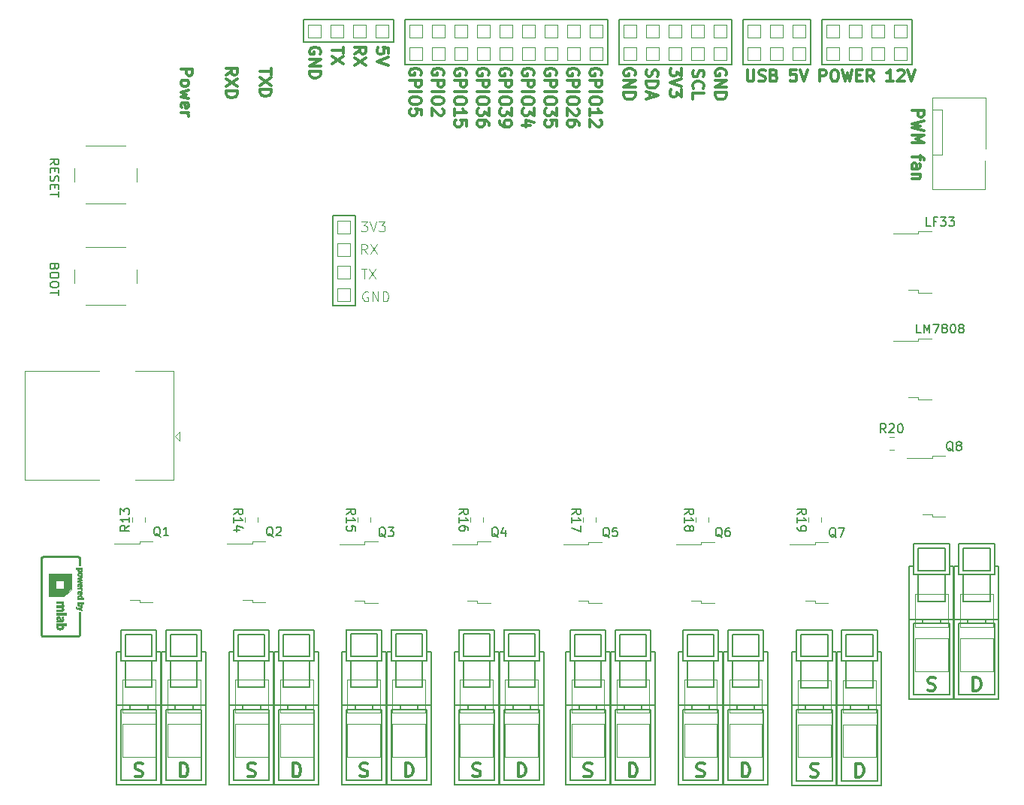
<source format=gbr>
G04 #@! TF.GenerationSoftware,KiCad,Pcbnew,5.0.2-bee76a0~70~ubuntu18.04.1*
G04 #@! TF.CreationDate,2020-07-16T16:36:32+02:00*
G04 #@! TF.ProjectId,E32CB_R2,45333243-425f-4523-922e-6b696361645f,rev?*
G04 #@! TF.SameCoordinates,Original*
G04 #@! TF.FileFunction,Legend,Top*
G04 #@! TF.FilePolarity,Positive*
%FSLAX46Y46*%
G04 Gerber Fmt 4.6, Leading zero omitted, Abs format (unit mm)*
G04 Created by KiCad (PCBNEW 5.0.2-bee76a0~70~ubuntu18.04.1) date Čt 16. července 2020, 16:36:32 CEST*
%MOMM*%
%LPD*%
G01*
G04 APERTURE LIST*
%ADD10C,0.300000*%
%ADD11C,0.100000*%
%ADD12C,0.150000*%
%ADD13C,0.120000*%
%ADD14C,0.010000*%
%ADD15C,0.304800*%
G04 APERTURE END LIST*
D10*
X166986809Y-53920428D02*
X166924904Y-54106142D01*
X166924904Y-54415666D01*
X166986809Y-54539476D01*
X167048714Y-54601380D01*
X167172523Y-54663285D01*
X167296333Y-54663285D01*
X167420142Y-54601380D01*
X167482047Y-54539476D01*
X167543952Y-54415666D01*
X167605857Y-54168047D01*
X167667761Y-54044238D01*
X167729666Y-53982333D01*
X167853476Y-53920428D01*
X167977285Y-53920428D01*
X168101095Y-53982333D01*
X168163000Y-54044238D01*
X168224904Y-54168047D01*
X168224904Y-54477571D01*
X168163000Y-54663285D01*
X166924904Y-55220428D02*
X168224904Y-55220428D01*
X168224904Y-55529952D01*
X168163000Y-55715666D01*
X168039190Y-55839476D01*
X167915380Y-55901380D01*
X167667761Y-55963285D01*
X167482047Y-55963285D01*
X167234428Y-55901380D01*
X167110619Y-55839476D01*
X166986809Y-55715666D01*
X166924904Y-55529952D01*
X166924904Y-55220428D01*
X167296333Y-56458523D02*
X167296333Y-57077571D01*
X166924904Y-56334714D02*
X168224904Y-56768047D01*
X166924904Y-57201380D01*
X172193809Y-53951380D02*
X172131904Y-54137095D01*
X172131904Y-54446619D01*
X172193809Y-54570428D01*
X172255714Y-54632333D01*
X172379523Y-54694238D01*
X172503333Y-54694238D01*
X172627142Y-54632333D01*
X172689047Y-54570428D01*
X172750952Y-54446619D01*
X172812857Y-54199000D01*
X172874761Y-54075190D01*
X172936666Y-54013285D01*
X173060476Y-53951380D01*
X173184285Y-53951380D01*
X173308095Y-54013285D01*
X173370000Y-54075190D01*
X173431904Y-54199000D01*
X173431904Y-54508523D01*
X173370000Y-54694238D01*
X172255714Y-55994238D02*
X172193809Y-55932333D01*
X172131904Y-55746619D01*
X172131904Y-55622809D01*
X172193809Y-55437095D01*
X172317619Y-55313285D01*
X172441428Y-55251380D01*
X172689047Y-55189476D01*
X172874761Y-55189476D01*
X173122380Y-55251380D01*
X173246190Y-55313285D01*
X173370000Y-55437095D01*
X173431904Y-55622809D01*
X173431904Y-55746619D01*
X173370000Y-55932333D01*
X173308095Y-55994238D01*
X172131904Y-57170428D02*
X172131904Y-56551380D01*
X173431904Y-56551380D01*
X170891904Y-53762476D02*
X170891904Y-54567238D01*
X170396666Y-54133904D01*
X170396666Y-54319619D01*
X170334761Y-54443428D01*
X170272857Y-54505333D01*
X170149047Y-54567238D01*
X169839523Y-54567238D01*
X169715714Y-54505333D01*
X169653809Y-54443428D01*
X169591904Y-54319619D01*
X169591904Y-53948190D01*
X169653809Y-53824380D01*
X169715714Y-53762476D01*
X170891904Y-54938666D02*
X169591904Y-55372000D01*
X170891904Y-55805333D01*
X170891904Y-56114857D02*
X170891904Y-56919619D01*
X170396666Y-56486285D01*
X170396666Y-56672000D01*
X170334761Y-56795809D01*
X170272857Y-56857714D01*
X170149047Y-56919619D01*
X169839523Y-56919619D01*
X169715714Y-56857714D01*
X169653809Y-56795809D01*
X169591904Y-56672000D01*
X169591904Y-56300571D01*
X169653809Y-56176761D01*
X169715714Y-56114857D01*
X165623000Y-54508523D02*
X165684904Y-54384714D01*
X165684904Y-54199000D01*
X165623000Y-54013285D01*
X165499190Y-53889476D01*
X165375380Y-53827571D01*
X165127761Y-53765666D01*
X164942047Y-53765666D01*
X164694428Y-53827571D01*
X164570619Y-53889476D01*
X164446809Y-54013285D01*
X164384904Y-54199000D01*
X164384904Y-54322809D01*
X164446809Y-54508523D01*
X164508714Y-54570428D01*
X164942047Y-54570428D01*
X164942047Y-54322809D01*
X164384904Y-55127571D02*
X165684904Y-55127571D01*
X164384904Y-55870428D01*
X165684904Y-55870428D01*
X164384904Y-56489476D02*
X165684904Y-56489476D01*
X165684904Y-56799000D01*
X165623000Y-56984714D01*
X165499190Y-57108523D01*
X165375380Y-57170428D01*
X165127761Y-57232333D01*
X164942047Y-57232333D01*
X164694428Y-57170428D01*
X164570619Y-57108523D01*
X164446809Y-56984714D01*
X164384904Y-56799000D01*
X164384904Y-56489476D01*
X175910000Y-54508523D02*
X175971904Y-54384714D01*
X175971904Y-54199000D01*
X175910000Y-54013285D01*
X175786190Y-53889476D01*
X175662380Y-53827571D01*
X175414761Y-53765666D01*
X175229047Y-53765666D01*
X174981428Y-53827571D01*
X174857619Y-53889476D01*
X174733809Y-54013285D01*
X174671904Y-54199000D01*
X174671904Y-54322809D01*
X174733809Y-54508523D01*
X174795714Y-54570428D01*
X175229047Y-54570428D01*
X175229047Y-54322809D01*
X174671904Y-55127571D02*
X175971904Y-55127571D01*
X174671904Y-55870428D01*
X175971904Y-55870428D01*
X174671904Y-56489476D02*
X175971904Y-56489476D01*
X175971904Y-56799000D01*
X175910000Y-56984714D01*
X175786190Y-57108523D01*
X175662380Y-57170428D01*
X175414761Y-57232333D01*
X175229047Y-57232333D01*
X174981428Y-57170428D01*
X174857619Y-57108523D01*
X174733809Y-56984714D01*
X174671904Y-56799000D01*
X174671904Y-56489476D01*
X161813000Y-54484904D02*
X161874904Y-54361095D01*
X161874904Y-54175380D01*
X161813000Y-53989666D01*
X161689190Y-53865857D01*
X161565380Y-53803952D01*
X161317761Y-53742047D01*
X161132047Y-53742047D01*
X160884428Y-53803952D01*
X160760619Y-53865857D01*
X160636809Y-53989666D01*
X160574904Y-54175380D01*
X160574904Y-54299190D01*
X160636809Y-54484904D01*
X160698714Y-54546809D01*
X161132047Y-54546809D01*
X161132047Y-54299190D01*
X160574904Y-55103952D02*
X161874904Y-55103952D01*
X161874904Y-55599190D01*
X161813000Y-55723000D01*
X161751095Y-55784904D01*
X161627285Y-55846809D01*
X161441571Y-55846809D01*
X161317761Y-55784904D01*
X161255857Y-55723000D01*
X161193952Y-55599190D01*
X161193952Y-55103952D01*
X160574904Y-56403952D02*
X161874904Y-56403952D01*
X161874904Y-57270619D02*
X161874904Y-57518238D01*
X161813000Y-57642047D01*
X161689190Y-57765857D01*
X161441571Y-57827761D01*
X161008238Y-57827761D01*
X160760619Y-57765857D01*
X160636809Y-57642047D01*
X160574904Y-57518238D01*
X160574904Y-57270619D01*
X160636809Y-57146809D01*
X160760619Y-57023000D01*
X161008238Y-56961095D01*
X161441571Y-56961095D01*
X161689190Y-57023000D01*
X161813000Y-57146809D01*
X161874904Y-57270619D01*
X160574904Y-59065857D02*
X160574904Y-58323000D01*
X160574904Y-58694428D02*
X161874904Y-58694428D01*
X161689190Y-58570619D01*
X161565380Y-58446809D01*
X161503476Y-58323000D01*
X161751095Y-59561095D02*
X161813000Y-59623000D01*
X161874904Y-59746809D01*
X161874904Y-60056333D01*
X161813000Y-60180142D01*
X161751095Y-60242047D01*
X161627285Y-60303952D01*
X161503476Y-60303952D01*
X161317761Y-60242047D01*
X160574904Y-59499190D01*
X160574904Y-60303952D01*
X159273000Y-54484904D02*
X159334904Y-54361095D01*
X159334904Y-54175380D01*
X159273000Y-53989666D01*
X159149190Y-53865857D01*
X159025380Y-53803952D01*
X158777761Y-53742047D01*
X158592047Y-53742047D01*
X158344428Y-53803952D01*
X158220619Y-53865857D01*
X158096809Y-53989666D01*
X158034904Y-54175380D01*
X158034904Y-54299190D01*
X158096809Y-54484904D01*
X158158714Y-54546809D01*
X158592047Y-54546809D01*
X158592047Y-54299190D01*
X158034904Y-55103952D02*
X159334904Y-55103952D01*
X159334904Y-55599190D01*
X159273000Y-55723000D01*
X159211095Y-55784904D01*
X159087285Y-55846809D01*
X158901571Y-55846809D01*
X158777761Y-55784904D01*
X158715857Y-55723000D01*
X158653952Y-55599190D01*
X158653952Y-55103952D01*
X158034904Y-56403952D02*
X159334904Y-56403952D01*
X159334904Y-57270619D02*
X159334904Y-57518238D01*
X159273000Y-57642047D01*
X159149190Y-57765857D01*
X158901571Y-57827761D01*
X158468238Y-57827761D01*
X158220619Y-57765857D01*
X158096809Y-57642047D01*
X158034904Y-57518238D01*
X158034904Y-57270619D01*
X158096809Y-57146809D01*
X158220619Y-57023000D01*
X158468238Y-56961095D01*
X158901571Y-56961095D01*
X159149190Y-57023000D01*
X159273000Y-57146809D01*
X159334904Y-57270619D01*
X159211095Y-58323000D02*
X159273000Y-58384904D01*
X159334904Y-58508714D01*
X159334904Y-58818238D01*
X159273000Y-58942047D01*
X159211095Y-59003952D01*
X159087285Y-59065857D01*
X158963476Y-59065857D01*
X158777761Y-59003952D01*
X158034904Y-58261095D01*
X158034904Y-59065857D01*
X159334904Y-60180142D02*
X159334904Y-59932523D01*
X159273000Y-59808714D01*
X159211095Y-59746809D01*
X159025380Y-59623000D01*
X158777761Y-59561095D01*
X158282523Y-59561095D01*
X158158714Y-59623000D01*
X158096809Y-59684904D01*
X158034904Y-59808714D01*
X158034904Y-60056333D01*
X158096809Y-60180142D01*
X158158714Y-60242047D01*
X158282523Y-60303952D01*
X158592047Y-60303952D01*
X158715857Y-60242047D01*
X158777761Y-60180142D01*
X158839666Y-60056333D01*
X158839666Y-59808714D01*
X158777761Y-59684904D01*
X158715857Y-59623000D01*
X158592047Y-59561095D01*
X156733000Y-54484904D02*
X156794904Y-54361095D01*
X156794904Y-54175380D01*
X156733000Y-53989666D01*
X156609190Y-53865857D01*
X156485380Y-53803952D01*
X156237761Y-53742047D01*
X156052047Y-53742047D01*
X155804428Y-53803952D01*
X155680619Y-53865857D01*
X155556809Y-53989666D01*
X155494904Y-54175380D01*
X155494904Y-54299190D01*
X155556809Y-54484904D01*
X155618714Y-54546809D01*
X156052047Y-54546809D01*
X156052047Y-54299190D01*
X155494904Y-55103952D02*
X156794904Y-55103952D01*
X156794904Y-55599190D01*
X156733000Y-55723000D01*
X156671095Y-55784904D01*
X156547285Y-55846809D01*
X156361571Y-55846809D01*
X156237761Y-55784904D01*
X156175857Y-55723000D01*
X156113952Y-55599190D01*
X156113952Y-55103952D01*
X155494904Y-56403952D02*
X156794904Y-56403952D01*
X156794904Y-57270619D02*
X156794904Y-57518238D01*
X156733000Y-57642047D01*
X156609190Y-57765857D01*
X156361571Y-57827761D01*
X155928238Y-57827761D01*
X155680619Y-57765857D01*
X155556809Y-57642047D01*
X155494904Y-57518238D01*
X155494904Y-57270619D01*
X155556809Y-57146809D01*
X155680619Y-57023000D01*
X155928238Y-56961095D01*
X156361571Y-56961095D01*
X156609190Y-57023000D01*
X156733000Y-57146809D01*
X156794904Y-57270619D01*
X156794904Y-58261095D02*
X156794904Y-59065857D01*
X156299666Y-58632523D01*
X156299666Y-58818238D01*
X156237761Y-58942047D01*
X156175857Y-59003952D01*
X156052047Y-59065857D01*
X155742523Y-59065857D01*
X155618714Y-59003952D01*
X155556809Y-58942047D01*
X155494904Y-58818238D01*
X155494904Y-58446809D01*
X155556809Y-58323000D01*
X155618714Y-58261095D01*
X156794904Y-60242047D02*
X156794904Y-59623000D01*
X156175857Y-59561095D01*
X156237761Y-59623000D01*
X156299666Y-59746809D01*
X156299666Y-60056333D01*
X156237761Y-60180142D01*
X156175857Y-60242047D01*
X156052047Y-60303952D01*
X155742523Y-60303952D01*
X155618714Y-60242047D01*
X155556809Y-60180142D01*
X155494904Y-60056333D01*
X155494904Y-59746809D01*
X155556809Y-59623000D01*
X155618714Y-59561095D01*
X154193000Y-54484904D02*
X154254904Y-54361095D01*
X154254904Y-54175380D01*
X154193000Y-53989666D01*
X154069190Y-53865857D01*
X153945380Y-53803952D01*
X153697761Y-53742047D01*
X153512047Y-53742047D01*
X153264428Y-53803952D01*
X153140619Y-53865857D01*
X153016809Y-53989666D01*
X152954904Y-54175380D01*
X152954904Y-54299190D01*
X153016809Y-54484904D01*
X153078714Y-54546809D01*
X153512047Y-54546809D01*
X153512047Y-54299190D01*
X152954904Y-55103952D02*
X154254904Y-55103952D01*
X154254904Y-55599190D01*
X154193000Y-55723000D01*
X154131095Y-55784904D01*
X154007285Y-55846809D01*
X153821571Y-55846809D01*
X153697761Y-55784904D01*
X153635857Y-55723000D01*
X153573952Y-55599190D01*
X153573952Y-55103952D01*
X152954904Y-56403952D02*
X154254904Y-56403952D01*
X154254904Y-57270619D02*
X154254904Y-57518238D01*
X154193000Y-57642047D01*
X154069190Y-57765857D01*
X153821571Y-57827761D01*
X153388238Y-57827761D01*
X153140619Y-57765857D01*
X153016809Y-57642047D01*
X152954904Y-57518238D01*
X152954904Y-57270619D01*
X153016809Y-57146809D01*
X153140619Y-57023000D01*
X153388238Y-56961095D01*
X153821571Y-56961095D01*
X154069190Y-57023000D01*
X154193000Y-57146809D01*
X154254904Y-57270619D01*
X154254904Y-58261095D02*
X154254904Y-59065857D01*
X153759666Y-58632523D01*
X153759666Y-58818238D01*
X153697761Y-58942047D01*
X153635857Y-59003952D01*
X153512047Y-59065857D01*
X153202523Y-59065857D01*
X153078714Y-59003952D01*
X153016809Y-58942047D01*
X152954904Y-58818238D01*
X152954904Y-58446809D01*
X153016809Y-58323000D01*
X153078714Y-58261095D01*
X153821571Y-60180142D02*
X152954904Y-60180142D01*
X154316809Y-59870619D02*
X153388238Y-59561095D01*
X153388238Y-60365857D01*
X151653000Y-54484904D02*
X151714904Y-54361095D01*
X151714904Y-54175380D01*
X151653000Y-53989666D01*
X151529190Y-53865857D01*
X151405380Y-53803952D01*
X151157761Y-53742047D01*
X150972047Y-53742047D01*
X150724428Y-53803952D01*
X150600619Y-53865857D01*
X150476809Y-53989666D01*
X150414904Y-54175380D01*
X150414904Y-54299190D01*
X150476809Y-54484904D01*
X150538714Y-54546809D01*
X150972047Y-54546809D01*
X150972047Y-54299190D01*
X150414904Y-55103952D02*
X151714904Y-55103952D01*
X151714904Y-55599190D01*
X151653000Y-55723000D01*
X151591095Y-55784904D01*
X151467285Y-55846809D01*
X151281571Y-55846809D01*
X151157761Y-55784904D01*
X151095857Y-55723000D01*
X151033952Y-55599190D01*
X151033952Y-55103952D01*
X150414904Y-56403952D02*
X151714904Y-56403952D01*
X151714904Y-57270619D02*
X151714904Y-57518238D01*
X151653000Y-57642047D01*
X151529190Y-57765857D01*
X151281571Y-57827761D01*
X150848238Y-57827761D01*
X150600619Y-57765857D01*
X150476809Y-57642047D01*
X150414904Y-57518238D01*
X150414904Y-57270619D01*
X150476809Y-57146809D01*
X150600619Y-57023000D01*
X150848238Y-56961095D01*
X151281571Y-56961095D01*
X151529190Y-57023000D01*
X151653000Y-57146809D01*
X151714904Y-57270619D01*
X151714904Y-58261095D02*
X151714904Y-59065857D01*
X151219666Y-58632523D01*
X151219666Y-58818238D01*
X151157761Y-58942047D01*
X151095857Y-59003952D01*
X150972047Y-59065857D01*
X150662523Y-59065857D01*
X150538714Y-59003952D01*
X150476809Y-58942047D01*
X150414904Y-58818238D01*
X150414904Y-58446809D01*
X150476809Y-58323000D01*
X150538714Y-58261095D01*
X150414904Y-59684904D02*
X150414904Y-59932523D01*
X150476809Y-60056333D01*
X150538714Y-60118238D01*
X150724428Y-60242047D01*
X150972047Y-60303952D01*
X151467285Y-60303952D01*
X151591095Y-60242047D01*
X151653000Y-60180142D01*
X151714904Y-60056333D01*
X151714904Y-59808714D01*
X151653000Y-59684904D01*
X151591095Y-59623000D01*
X151467285Y-59561095D01*
X151157761Y-59561095D01*
X151033952Y-59623000D01*
X150972047Y-59684904D01*
X150910142Y-59808714D01*
X150910142Y-60056333D01*
X150972047Y-60180142D01*
X151033952Y-60242047D01*
X151157761Y-60303952D01*
X149113000Y-54484904D02*
X149174904Y-54361095D01*
X149174904Y-54175380D01*
X149113000Y-53989666D01*
X148989190Y-53865857D01*
X148865380Y-53803952D01*
X148617761Y-53742047D01*
X148432047Y-53742047D01*
X148184428Y-53803952D01*
X148060619Y-53865857D01*
X147936809Y-53989666D01*
X147874904Y-54175380D01*
X147874904Y-54299190D01*
X147936809Y-54484904D01*
X147998714Y-54546809D01*
X148432047Y-54546809D01*
X148432047Y-54299190D01*
X147874904Y-55103952D02*
X149174904Y-55103952D01*
X149174904Y-55599190D01*
X149113000Y-55723000D01*
X149051095Y-55784904D01*
X148927285Y-55846809D01*
X148741571Y-55846809D01*
X148617761Y-55784904D01*
X148555857Y-55723000D01*
X148493952Y-55599190D01*
X148493952Y-55103952D01*
X147874904Y-56403952D02*
X149174904Y-56403952D01*
X149174904Y-57270619D02*
X149174904Y-57518238D01*
X149113000Y-57642047D01*
X148989190Y-57765857D01*
X148741571Y-57827761D01*
X148308238Y-57827761D01*
X148060619Y-57765857D01*
X147936809Y-57642047D01*
X147874904Y-57518238D01*
X147874904Y-57270619D01*
X147936809Y-57146809D01*
X148060619Y-57023000D01*
X148308238Y-56961095D01*
X148741571Y-56961095D01*
X148989190Y-57023000D01*
X149113000Y-57146809D01*
X149174904Y-57270619D01*
X149174904Y-58261095D02*
X149174904Y-59065857D01*
X148679666Y-58632523D01*
X148679666Y-58818238D01*
X148617761Y-58942047D01*
X148555857Y-59003952D01*
X148432047Y-59065857D01*
X148122523Y-59065857D01*
X147998714Y-59003952D01*
X147936809Y-58942047D01*
X147874904Y-58818238D01*
X147874904Y-58446809D01*
X147936809Y-58323000D01*
X147998714Y-58261095D01*
X149174904Y-60180142D02*
X149174904Y-59932523D01*
X149113000Y-59808714D01*
X149051095Y-59746809D01*
X148865380Y-59623000D01*
X148617761Y-59561095D01*
X148122523Y-59561095D01*
X147998714Y-59623000D01*
X147936809Y-59684904D01*
X147874904Y-59808714D01*
X147874904Y-60056333D01*
X147936809Y-60180142D01*
X147998714Y-60242047D01*
X148122523Y-60303952D01*
X148432047Y-60303952D01*
X148555857Y-60242047D01*
X148617761Y-60180142D01*
X148679666Y-60056333D01*
X148679666Y-59808714D01*
X148617761Y-59684904D01*
X148555857Y-59623000D01*
X148432047Y-59561095D01*
X146573000Y-54484904D02*
X146634904Y-54361095D01*
X146634904Y-54175380D01*
X146573000Y-53989666D01*
X146449190Y-53865857D01*
X146325380Y-53803952D01*
X146077761Y-53742047D01*
X145892047Y-53742047D01*
X145644428Y-53803952D01*
X145520619Y-53865857D01*
X145396809Y-53989666D01*
X145334904Y-54175380D01*
X145334904Y-54299190D01*
X145396809Y-54484904D01*
X145458714Y-54546809D01*
X145892047Y-54546809D01*
X145892047Y-54299190D01*
X145334904Y-55103952D02*
X146634904Y-55103952D01*
X146634904Y-55599190D01*
X146573000Y-55723000D01*
X146511095Y-55784904D01*
X146387285Y-55846809D01*
X146201571Y-55846809D01*
X146077761Y-55784904D01*
X146015857Y-55723000D01*
X145953952Y-55599190D01*
X145953952Y-55103952D01*
X145334904Y-56403952D02*
X146634904Y-56403952D01*
X146634904Y-57270619D02*
X146634904Y-57518238D01*
X146573000Y-57642047D01*
X146449190Y-57765857D01*
X146201571Y-57827761D01*
X145768238Y-57827761D01*
X145520619Y-57765857D01*
X145396809Y-57642047D01*
X145334904Y-57518238D01*
X145334904Y-57270619D01*
X145396809Y-57146809D01*
X145520619Y-57023000D01*
X145768238Y-56961095D01*
X146201571Y-56961095D01*
X146449190Y-57023000D01*
X146573000Y-57146809D01*
X146634904Y-57270619D01*
X145334904Y-59065857D02*
X145334904Y-58323000D01*
X145334904Y-58694428D02*
X146634904Y-58694428D01*
X146449190Y-58570619D01*
X146325380Y-58446809D01*
X146263476Y-58323000D01*
X146634904Y-60242047D02*
X146634904Y-59623000D01*
X146015857Y-59561095D01*
X146077761Y-59623000D01*
X146139666Y-59746809D01*
X146139666Y-60056333D01*
X146077761Y-60180142D01*
X146015857Y-60242047D01*
X145892047Y-60303952D01*
X145582523Y-60303952D01*
X145458714Y-60242047D01*
X145396809Y-60180142D01*
X145334904Y-60056333D01*
X145334904Y-59746809D01*
X145396809Y-59623000D01*
X145458714Y-59561095D01*
X144033000Y-54468952D02*
X144094904Y-54345142D01*
X144094904Y-54159428D01*
X144033000Y-53973714D01*
X143909190Y-53849904D01*
X143785380Y-53788000D01*
X143537761Y-53726095D01*
X143352047Y-53726095D01*
X143104428Y-53788000D01*
X142980619Y-53849904D01*
X142856809Y-53973714D01*
X142794904Y-54159428D01*
X142794904Y-54283238D01*
X142856809Y-54468952D01*
X142918714Y-54530857D01*
X143352047Y-54530857D01*
X143352047Y-54283238D01*
X142794904Y-55088000D02*
X144094904Y-55088000D01*
X144094904Y-55583238D01*
X144033000Y-55707047D01*
X143971095Y-55768952D01*
X143847285Y-55830857D01*
X143661571Y-55830857D01*
X143537761Y-55768952D01*
X143475857Y-55707047D01*
X143413952Y-55583238D01*
X143413952Y-55088000D01*
X142794904Y-56388000D02*
X144094904Y-56388000D01*
X144094904Y-57254666D02*
X144094904Y-57502285D01*
X144033000Y-57626095D01*
X143909190Y-57749904D01*
X143661571Y-57811809D01*
X143228238Y-57811809D01*
X142980619Y-57749904D01*
X142856809Y-57626095D01*
X142794904Y-57502285D01*
X142794904Y-57254666D01*
X142856809Y-57130857D01*
X142980619Y-57007047D01*
X143228238Y-56945142D01*
X143661571Y-56945142D01*
X143909190Y-57007047D01*
X144033000Y-57130857D01*
X144094904Y-57254666D01*
X143971095Y-58307047D02*
X144033000Y-58368952D01*
X144094904Y-58492761D01*
X144094904Y-58802285D01*
X144033000Y-58926095D01*
X143971095Y-58988000D01*
X143847285Y-59049904D01*
X143723476Y-59049904D01*
X143537761Y-58988000D01*
X142794904Y-58245142D01*
X142794904Y-59049904D01*
X141493000Y-54468952D02*
X141554904Y-54345142D01*
X141554904Y-54159428D01*
X141493000Y-53973714D01*
X141369190Y-53849904D01*
X141245380Y-53788000D01*
X140997761Y-53726095D01*
X140812047Y-53726095D01*
X140564428Y-53788000D01*
X140440619Y-53849904D01*
X140316809Y-53973714D01*
X140254904Y-54159428D01*
X140254904Y-54283238D01*
X140316809Y-54468952D01*
X140378714Y-54530857D01*
X140812047Y-54530857D01*
X140812047Y-54283238D01*
X140254904Y-55088000D02*
X141554904Y-55088000D01*
X141554904Y-55583238D01*
X141493000Y-55707047D01*
X141431095Y-55768952D01*
X141307285Y-55830857D01*
X141121571Y-55830857D01*
X140997761Y-55768952D01*
X140935857Y-55707047D01*
X140873952Y-55583238D01*
X140873952Y-55088000D01*
X140254904Y-56388000D02*
X141554904Y-56388000D01*
X141554904Y-57254666D02*
X141554904Y-57502285D01*
X141493000Y-57626095D01*
X141369190Y-57749904D01*
X141121571Y-57811809D01*
X140688238Y-57811809D01*
X140440619Y-57749904D01*
X140316809Y-57626095D01*
X140254904Y-57502285D01*
X140254904Y-57254666D01*
X140316809Y-57130857D01*
X140440619Y-57007047D01*
X140688238Y-56945142D01*
X141121571Y-56945142D01*
X141369190Y-57007047D01*
X141493000Y-57130857D01*
X141554904Y-57254666D01*
X141554904Y-58988000D02*
X141554904Y-58368952D01*
X140935857Y-58307047D01*
X140997761Y-58368952D01*
X141059666Y-58492761D01*
X141059666Y-58802285D01*
X140997761Y-58926095D01*
X140935857Y-58988000D01*
X140812047Y-59049904D01*
X140502523Y-59049904D01*
X140378714Y-58988000D01*
X140316809Y-58926095D01*
X140254904Y-58802285D01*
X140254904Y-58492761D01*
X140316809Y-58368952D01*
X140378714Y-58307047D01*
X114473904Y-53818952D02*
X115773904Y-53818952D01*
X115773904Y-54314190D01*
X115712000Y-54438000D01*
X115650095Y-54499904D01*
X115526285Y-54561809D01*
X115340571Y-54561809D01*
X115216761Y-54499904D01*
X115154857Y-54438000D01*
X115092952Y-54314190D01*
X115092952Y-53818952D01*
X114473904Y-55304666D02*
X114535809Y-55180857D01*
X114597714Y-55118952D01*
X114721523Y-55057047D01*
X115092952Y-55057047D01*
X115216761Y-55118952D01*
X115278666Y-55180857D01*
X115340571Y-55304666D01*
X115340571Y-55490380D01*
X115278666Y-55614190D01*
X115216761Y-55676095D01*
X115092952Y-55738000D01*
X114721523Y-55738000D01*
X114597714Y-55676095D01*
X114535809Y-55614190D01*
X114473904Y-55490380D01*
X114473904Y-55304666D01*
X115340571Y-56171333D02*
X114473904Y-56418952D01*
X115092952Y-56666571D01*
X114473904Y-56914190D01*
X115340571Y-57161809D01*
X114535809Y-58152285D02*
X114473904Y-58028476D01*
X114473904Y-57780857D01*
X114535809Y-57657047D01*
X114659619Y-57595142D01*
X115154857Y-57595142D01*
X115278666Y-57657047D01*
X115340571Y-57780857D01*
X115340571Y-58028476D01*
X115278666Y-58152285D01*
X115154857Y-58214190D01*
X115031047Y-58214190D01*
X114907238Y-57595142D01*
X114473904Y-58771333D02*
X115340571Y-58771333D01*
X115092952Y-58771333D02*
X115216761Y-58833238D01*
X115278666Y-58895142D01*
X115340571Y-59018952D01*
X115340571Y-59142761D01*
X119553904Y-54505333D02*
X120172952Y-54072000D01*
X119553904Y-53762476D02*
X120853904Y-53762476D01*
X120853904Y-54257714D01*
X120792000Y-54381523D01*
X120730095Y-54443428D01*
X120606285Y-54505333D01*
X120420571Y-54505333D01*
X120296761Y-54443428D01*
X120234857Y-54381523D01*
X120172952Y-54257714D01*
X120172952Y-53762476D01*
X120853904Y-54938666D02*
X119553904Y-55805333D01*
X120853904Y-55805333D02*
X119553904Y-54938666D01*
X119553904Y-56300571D02*
X120853904Y-56300571D01*
X120853904Y-56610095D01*
X120792000Y-56795809D01*
X120668190Y-56919619D01*
X120544380Y-56981523D01*
X120296761Y-57043428D01*
X120111047Y-57043428D01*
X119863428Y-56981523D01*
X119739619Y-56919619D01*
X119615809Y-56795809D01*
X119553904Y-56610095D01*
X119553904Y-56300571D01*
X124663904Y-53731523D02*
X124663904Y-54474380D01*
X123363904Y-54102952D02*
X124663904Y-54102952D01*
X124663904Y-54783904D02*
X123363904Y-55650571D01*
X124663904Y-55650571D02*
X123363904Y-54783904D01*
X123363904Y-56145809D02*
X124663904Y-56145809D01*
X124663904Y-56455333D01*
X124602000Y-56641047D01*
X124478190Y-56764857D01*
X124354380Y-56826761D01*
X124106761Y-56888666D01*
X123921047Y-56888666D01*
X123673428Y-56826761D01*
X123549619Y-56764857D01*
X123425809Y-56641047D01*
X123363904Y-56455333D01*
X123363904Y-56145809D01*
X186477142Y-55198095D02*
X186477142Y-53898095D01*
X186972380Y-53898095D01*
X187096190Y-53960000D01*
X187158095Y-54021904D01*
X187220000Y-54145714D01*
X187220000Y-54331428D01*
X187158095Y-54455238D01*
X187096190Y-54517142D01*
X186972380Y-54579047D01*
X186477142Y-54579047D01*
X188024761Y-53898095D02*
X188272380Y-53898095D01*
X188396190Y-53960000D01*
X188520000Y-54083809D01*
X188581904Y-54331428D01*
X188581904Y-54764761D01*
X188520000Y-55012380D01*
X188396190Y-55136190D01*
X188272380Y-55198095D01*
X188024761Y-55198095D01*
X187900952Y-55136190D01*
X187777142Y-55012380D01*
X187715238Y-54764761D01*
X187715238Y-54331428D01*
X187777142Y-54083809D01*
X187900952Y-53960000D01*
X188024761Y-53898095D01*
X189015238Y-53898095D02*
X189324761Y-55198095D01*
X189572380Y-54269523D01*
X189820000Y-55198095D01*
X190129523Y-53898095D01*
X190624761Y-54517142D02*
X191058095Y-54517142D01*
X191243809Y-55198095D02*
X190624761Y-55198095D01*
X190624761Y-53898095D01*
X191243809Y-53898095D01*
X192543809Y-55198095D02*
X192110476Y-54579047D01*
X191800952Y-55198095D02*
X191800952Y-53898095D01*
X192296190Y-53898095D01*
X192420000Y-53960000D01*
X192481904Y-54021904D01*
X192543809Y-54145714D01*
X192543809Y-54331428D01*
X192481904Y-54455238D01*
X192420000Y-54517142D01*
X192296190Y-54579047D01*
X191800952Y-54579047D01*
X194772380Y-55198095D02*
X194029523Y-55198095D01*
X194400952Y-55198095D02*
X194400952Y-53898095D01*
X194277142Y-54083809D01*
X194153333Y-54207619D01*
X194029523Y-54269523D01*
X195267619Y-54021904D02*
X195329523Y-53960000D01*
X195453333Y-53898095D01*
X195762857Y-53898095D01*
X195886666Y-53960000D01*
X195948571Y-54021904D01*
X196010476Y-54145714D01*
X196010476Y-54269523D01*
X195948571Y-54455238D01*
X195205714Y-55198095D01*
X196010476Y-55198095D01*
X196381904Y-53898095D02*
X196815238Y-55198095D01*
X197248571Y-53898095D01*
X178298095Y-53898095D02*
X178298095Y-54950476D01*
X178360000Y-55074285D01*
X178421904Y-55136190D01*
X178545714Y-55198095D01*
X178793333Y-55198095D01*
X178917142Y-55136190D01*
X178979047Y-55074285D01*
X179040952Y-54950476D01*
X179040952Y-53898095D01*
X179598095Y-55136190D02*
X179783809Y-55198095D01*
X180093333Y-55198095D01*
X180217142Y-55136190D01*
X180279047Y-55074285D01*
X180340952Y-54950476D01*
X180340952Y-54826666D01*
X180279047Y-54702857D01*
X180217142Y-54640952D01*
X180093333Y-54579047D01*
X179845714Y-54517142D01*
X179721904Y-54455238D01*
X179660000Y-54393333D01*
X179598095Y-54269523D01*
X179598095Y-54145714D01*
X179660000Y-54021904D01*
X179721904Y-53960000D01*
X179845714Y-53898095D01*
X180155238Y-53898095D01*
X180340952Y-53960000D01*
X181331428Y-54517142D02*
X181517142Y-54579047D01*
X181579047Y-54640952D01*
X181640952Y-54764761D01*
X181640952Y-54950476D01*
X181579047Y-55074285D01*
X181517142Y-55136190D01*
X181393333Y-55198095D01*
X180898095Y-55198095D01*
X180898095Y-53898095D01*
X181331428Y-53898095D01*
X181455238Y-53960000D01*
X181517142Y-54021904D01*
X181579047Y-54145714D01*
X181579047Y-54269523D01*
X181517142Y-54393333D01*
X181455238Y-54455238D01*
X181331428Y-54517142D01*
X180898095Y-54517142D01*
X183807619Y-53898095D02*
X183188571Y-53898095D01*
X183126666Y-54517142D01*
X183188571Y-54455238D01*
X183312380Y-54393333D01*
X183621904Y-54393333D01*
X183745714Y-54455238D01*
X183807619Y-54517142D01*
X183869523Y-54640952D01*
X183869523Y-54950476D01*
X183807619Y-55074285D01*
X183745714Y-55136190D01*
X183621904Y-55198095D01*
X183312380Y-55198095D01*
X183188571Y-55136190D01*
X183126666Y-55074285D01*
X184240952Y-53898095D02*
X184674285Y-55198095D01*
X185107619Y-53898095D01*
D11*
X135559904Y-78952000D02*
X135455142Y-78899619D01*
X135298000Y-78899619D01*
X135140857Y-78952000D01*
X135036095Y-79056761D01*
X134983714Y-79161523D01*
X134931333Y-79371047D01*
X134931333Y-79528190D01*
X134983714Y-79737714D01*
X135036095Y-79842476D01*
X135140857Y-79947238D01*
X135298000Y-79999619D01*
X135402761Y-79999619D01*
X135559904Y-79947238D01*
X135612285Y-79894857D01*
X135612285Y-79528190D01*
X135402761Y-79528190D01*
X136083714Y-79999619D02*
X136083714Y-78899619D01*
X136712285Y-79999619D01*
X136712285Y-78899619D01*
X137236095Y-79999619D02*
X137236095Y-78899619D01*
X137498000Y-78899619D01*
X137655142Y-78952000D01*
X137759904Y-79056761D01*
X137812285Y-79161523D01*
X137864666Y-79371047D01*
X137864666Y-79528190D01*
X137812285Y-79737714D01*
X137759904Y-79842476D01*
X137655142Y-79947238D01*
X137498000Y-79999619D01*
X137236095Y-79999619D01*
X134782095Y-71025619D02*
X135463047Y-71025619D01*
X135096380Y-71444666D01*
X135253523Y-71444666D01*
X135358285Y-71497047D01*
X135410666Y-71549428D01*
X135463047Y-71654190D01*
X135463047Y-71916095D01*
X135410666Y-72020857D01*
X135358285Y-72073238D01*
X135253523Y-72125619D01*
X134939238Y-72125619D01*
X134834476Y-72073238D01*
X134782095Y-72020857D01*
X135777333Y-71025619D02*
X136144000Y-72125619D01*
X136510666Y-71025619D01*
X136772571Y-71025619D02*
X137453523Y-71025619D01*
X137086857Y-71444666D01*
X137244000Y-71444666D01*
X137348761Y-71497047D01*
X137401142Y-71549428D01*
X137453523Y-71654190D01*
X137453523Y-71916095D01*
X137401142Y-72020857D01*
X137348761Y-72073238D01*
X137244000Y-72125619D01*
X136929714Y-72125619D01*
X136824952Y-72073238D01*
X136772571Y-72020857D01*
X134797904Y-76359619D02*
X135426476Y-76359619D01*
X135112190Y-77459619D02*
X135112190Y-76359619D01*
X135688380Y-76359619D02*
X136421714Y-77459619D01*
X136421714Y-76359619D02*
X135688380Y-77459619D01*
X135452666Y-74665619D02*
X135086000Y-74141809D01*
X134824095Y-74665619D02*
X134824095Y-73565619D01*
X135243142Y-73565619D01*
X135347904Y-73618000D01*
X135400285Y-73670380D01*
X135452666Y-73775142D01*
X135452666Y-73932285D01*
X135400285Y-74037047D01*
X135347904Y-74089428D01*
X135243142Y-74141809D01*
X134824095Y-74141809D01*
X135819333Y-73565619D02*
X136552666Y-74665619D01*
X136552666Y-73565619D02*
X135819333Y-74665619D01*
D10*
X130190000Y-52095523D02*
X130251904Y-51971714D01*
X130251904Y-51786000D01*
X130190000Y-51600285D01*
X130066190Y-51476476D01*
X129942380Y-51414571D01*
X129694761Y-51352666D01*
X129509047Y-51352666D01*
X129261428Y-51414571D01*
X129137619Y-51476476D01*
X129013809Y-51600285D01*
X128951904Y-51786000D01*
X128951904Y-51909809D01*
X129013809Y-52095523D01*
X129075714Y-52157428D01*
X129509047Y-52157428D01*
X129509047Y-51909809D01*
X128951904Y-52714571D02*
X130251904Y-52714571D01*
X128951904Y-53457428D01*
X130251904Y-53457428D01*
X128951904Y-54076476D02*
X130251904Y-54076476D01*
X130251904Y-54386000D01*
X130190000Y-54571714D01*
X130066190Y-54695523D01*
X129942380Y-54757428D01*
X129694761Y-54819333D01*
X129509047Y-54819333D01*
X129261428Y-54757428D01*
X129137619Y-54695523D01*
X129013809Y-54571714D01*
X128951904Y-54386000D01*
X128951904Y-54076476D01*
X137871904Y-52076380D02*
X137871904Y-51457333D01*
X137252857Y-51395428D01*
X137314761Y-51457333D01*
X137376666Y-51581142D01*
X137376666Y-51890666D01*
X137314761Y-52014476D01*
X137252857Y-52076380D01*
X137129047Y-52138285D01*
X136819523Y-52138285D01*
X136695714Y-52076380D01*
X136633809Y-52014476D01*
X136571904Y-51890666D01*
X136571904Y-51581142D01*
X136633809Y-51457333D01*
X136695714Y-51395428D01*
X137871904Y-52509714D02*
X136571904Y-52943047D01*
X137871904Y-53376380D01*
X132791904Y-51333523D02*
X132791904Y-52076380D01*
X131491904Y-51704952D02*
X132791904Y-51704952D01*
X132791904Y-52385904D02*
X131491904Y-53252571D01*
X132791904Y-53252571D02*
X131491904Y-52385904D01*
X134031904Y-52107333D02*
X134650952Y-51674000D01*
X134031904Y-51364476D02*
X135331904Y-51364476D01*
X135331904Y-51859714D01*
X135270000Y-51983523D01*
X135208095Y-52045428D01*
X135084285Y-52107333D01*
X134898571Y-52107333D01*
X134774761Y-52045428D01*
X134712857Y-51983523D01*
X134650952Y-51859714D01*
X134650952Y-51364476D01*
X135331904Y-52540666D02*
X134031904Y-53407333D01*
X135331904Y-53407333D02*
X134031904Y-52540666D01*
D12*
G04 #@! TO.C,J23*
X131572000Y-70358000D02*
X134112000Y-70358000D01*
X134112000Y-70358000D02*
X134112000Y-80518000D01*
X134112000Y-80518000D02*
X131572000Y-80518000D01*
X131572000Y-80518000D02*
X131572000Y-70358000D01*
G04 #@! TO.C,S*
X145293253Y-134527625D02*
X145293253Y-125527625D01*
X150293253Y-125527625D02*
X150293253Y-134527625D01*
X145293253Y-125527625D02*
X145293253Y-119527625D01*
X145793253Y-134027725D02*
X145793253Y-126027725D01*
X146293253Y-123527625D02*
X146293253Y-120527625D01*
X150293253Y-125527625D02*
X150293253Y-119527625D01*
X149793253Y-134027725D02*
X149793253Y-126027725D01*
X149293253Y-123527625D02*
X149293253Y-120527625D01*
X145793253Y-120527625D02*
X145793253Y-117026625D01*
X146293253Y-120027525D02*
X146293253Y-117527625D01*
X146793253Y-126027725D02*
X146793253Y-125527625D01*
X149793253Y-120527625D02*
X149793253Y-117027525D01*
X149293253Y-120027525D02*
X149293253Y-117527625D01*
X148793253Y-126027725D02*
X148793253Y-125527625D01*
X149793253Y-134027725D02*
X145793253Y-134027725D01*
X145793253Y-126027725D02*
X149793253Y-126027725D01*
X149293353Y-123527625D02*
X146293153Y-123527625D01*
X145793253Y-120527625D02*
X149793253Y-120527625D01*
X145793253Y-117027525D02*
X149793253Y-117027525D01*
X149294253Y-120027525D02*
X146292253Y-120027525D01*
X149294253Y-117527625D02*
X146292253Y-117527625D01*
X150293353Y-134527625D02*
X145293153Y-134527625D01*
X150293353Y-125527625D02*
X145293153Y-125527625D01*
X145793253Y-119527625D02*
X145293253Y-119527625D01*
X150293253Y-119527625D02*
X149793253Y-119527625D01*
G04 #@! TO.C,D*
X142673253Y-119527625D02*
X142173253Y-119527625D01*
X138173253Y-119527625D02*
X137673253Y-119527625D01*
X142673353Y-125527625D02*
X137673153Y-125527625D01*
X142673353Y-134527625D02*
X137673153Y-134527625D01*
X141674253Y-117527625D02*
X138672253Y-117527625D01*
X141674253Y-120027525D02*
X138672253Y-120027525D01*
X138173253Y-117027525D02*
X142173253Y-117027525D01*
X138173253Y-120527625D02*
X142173253Y-120527625D01*
X141673353Y-123527625D02*
X138673153Y-123527625D01*
X138173253Y-126027725D02*
X142173253Y-126027725D01*
X142173253Y-134027725D02*
X138173253Y-134027725D01*
X141173253Y-126027725D02*
X141173253Y-125527625D01*
X141673253Y-120027525D02*
X141673253Y-117527625D01*
X142173253Y-120527625D02*
X142173253Y-117027525D01*
X139173253Y-126027725D02*
X139173253Y-125527625D01*
X138673253Y-120027525D02*
X138673253Y-117527625D01*
X138173253Y-120527625D02*
X138173253Y-117026625D01*
X141673253Y-123527625D02*
X141673253Y-120527625D01*
X142173253Y-134027725D02*
X142173253Y-126027725D01*
X142673253Y-125527625D02*
X142673253Y-119527625D01*
X138673253Y-123527625D02*
X138673253Y-120527625D01*
X138173253Y-134027725D02*
X138173253Y-126027725D01*
X137673253Y-125527625D02*
X137673253Y-119527625D01*
X142673253Y-125527625D02*
X142673253Y-134527625D01*
X137673253Y-134527625D02*
X137673253Y-125527625D01*
G04 #@! TO.C,S*
X132593253Y-134527625D02*
X132593253Y-125527625D01*
X137593253Y-125527625D02*
X137593253Y-134527625D01*
X132593253Y-125527625D02*
X132593253Y-119527625D01*
X133093253Y-134027725D02*
X133093253Y-126027725D01*
X133593253Y-123527625D02*
X133593253Y-120527625D01*
X137593253Y-125527625D02*
X137593253Y-119527625D01*
X137093253Y-134027725D02*
X137093253Y-126027725D01*
X136593253Y-123527625D02*
X136593253Y-120527625D01*
X133093253Y-120527625D02*
X133093253Y-117026625D01*
X133593253Y-120027525D02*
X133593253Y-117527625D01*
X134093253Y-126027725D02*
X134093253Y-125527625D01*
X137093253Y-120527625D02*
X137093253Y-117027525D01*
X136593253Y-120027525D02*
X136593253Y-117527625D01*
X136093253Y-126027725D02*
X136093253Y-125527625D01*
X137093253Y-134027725D02*
X133093253Y-134027725D01*
X133093253Y-126027725D02*
X137093253Y-126027725D01*
X136593353Y-123527625D02*
X133593153Y-123527625D01*
X133093253Y-120527625D02*
X137093253Y-120527625D01*
X133093253Y-117027525D02*
X137093253Y-117027525D01*
X136594253Y-120027525D02*
X133592253Y-120027525D01*
X136594253Y-117527625D02*
X133592253Y-117527625D01*
X137593353Y-134527625D02*
X132593153Y-134527625D01*
X137593353Y-125527625D02*
X132593153Y-125527625D01*
X133093253Y-119527625D02*
X132593253Y-119527625D01*
X137593253Y-119527625D02*
X137093253Y-119527625D01*
G04 #@! TO.C,D*
X155373253Y-119527625D02*
X154873253Y-119527625D01*
X150873253Y-119527625D02*
X150373253Y-119527625D01*
X155373353Y-125527625D02*
X150373153Y-125527625D01*
X155373353Y-134527625D02*
X150373153Y-134527625D01*
X154374253Y-117527625D02*
X151372253Y-117527625D01*
X154374253Y-120027525D02*
X151372253Y-120027525D01*
X150873253Y-117027525D02*
X154873253Y-117027525D01*
X150873253Y-120527625D02*
X154873253Y-120527625D01*
X154373353Y-123527625D02*
X151373153Y-123527625D01*
X150873253Y-126027725D02*
X154873253Y-126027725D01*
X154873253Y-134027725D02*
X150873253Y-134027725D01*
X153873253Y-126027725D02*
X153873253Y-125527625D01*
X154373253Y-120027525D02*
X154373253Y-117527625D01*
X154873253Y-120527625D02*
X154873253Y-117027525D01*
X151873253Y-126027725D02*
X151873253Y-125527625D01*
X151373253Y-120027525D02*
X151373253Y-117527625D01*
X150873253Y-120527625D02*
X150873253Y-117026625D01*
X154373253Y-123527625D02*
X154373253Y-120527625D01*
X154873253Y-134027725D02*
X154873253Y-126027725D01*
X155373253Y-125527625D02*
X155373253Y-119527625D01*
X151373253Y-123527625D02*
X151373253Y-120527625D01*
X150873253Y-134027725D02*
X150873253Y-126027725D01*
X150373253Y-125527625D02*
X150373253Y-119527625D01*
X155373253Y-125527625D02*
X155373253Y-134527625D01*
X150373253Y-134527625D02*
X150373253Y-125527625D01*
G04 #@! TO.C,S*
X183361012Y-134560028D02*
X183361012Y-125560028D01*
X188361012Y-125560028D02*
X188361012Y-134560028D01*
X183361012Y-125560028D02*
X183361012Y-119560028D01*
X183861012Y-134060128D02*
X183861012Y-126060128D01*
X184361012Y-123560028D02*
X184361012Y-120560028D01*
X188361012Y-125560028D02*
X188361012Y-119560028D01*
X187861012Y-134060128D02*
X187861012Y-126060128D01*
X187361012Y-123560028D02*
X187361012Y-120560028D01*
X183861012Y-120560028D02*
X183861012Y-117059028D01*
X184361012Y-120059928D02*
X184361012Y-117560028D01*
X184861012Y-126060128D02*
X184861012Y-125560028D01*
X187861012Y-120560028D02*
X187861012Y-117059928D01*
X187361012Y-120059928D02*
X187361012Y-117560028D01*
X186861012Y-126060128D02*
X186861012Y-125560028D01*
X187861012Y-134060128D02*
X183861012Y-134060128D01*
X183861012Y-126060128D02*
X187861012Y-126060128D01*
X187361112Y-123560028D02*
X184360912Y-123560028D01*
X183861012Y-120560028D02*
X187861012Y-120560028D01*
X183861012Y-117059928D02*
X187861012Y-117059928D01*
X187362012Y-120059928D02*
X184360012Y-120059928D01*
X187362012Y-117560028D02*
X184360012Y-117560028D01*
X188361112Y-134560028D02*
X183360912Y-134560028D01*
X188361112Y-125560028D02*
X183360912Y-125560028D01*
X183861012Y-119560028D02*
X183361012Y-119560028D01*
X188361012Y-119560028D02*
X187861012Y-119560028D01*
G04 #@! TO.C,D*
X206649012Y-109844528D02*
X206149012Y-109844528D01*
X202149012Y-109844528D02*
X201649012Y-109844528D01*
X206649112Y-115844528D02*
X201648912Y-115844528D01*
X206649112Y-124844528D02*
X201648912Y-124844528D01*
X205650012Y-107844528D02*
X202648012Y-107844528D01*
X205650012Y-110344428D02*
X202648012Y-110344428D01*
X202149012Y-107344428D02*
X206149012Y-107344428D01*
X202149012Y-110844528D02*
X206149012Y-110844528D01*
X205649112Y-113844528D02*
X202648912Y-113844528D01*
X202149012Y-116344628D02*
X206149012Y-116344628D01*
X206149012Y-124344628D02*
X202149012Y-124344628D01*
X205149012Y-116344628D02*
X205149012Y-115844528D01*
X205649012Y-110344428D02*
X205649012Y-107844528D01*
X206149012Y-110844528D02*
X206149012Y-107344428D01*
X203149012Y-116344628D02*
X203149012Y-115844528D01*
X202649012Y-110344428D02*
X202649012Y-107844528D01*
X202149012Y-110844528D02*
X202149012Y-107343528D01*
X205649012Y-113844528D02*
X205649012Y-110844528D01*
X206149012Y-124344628D02*
X206149012Y-116344628D01*
X206649012Y-115844528D02*
X206649012Y-109844528D01*
X202649012Y-113844528D02*
X202649012Y-110844528D01*
X202149012Y-124344628D02*
X202149012Y-116344628D01*
X201649012Y-115844528D02*
X201649012Y-109844528D01*
X206649012Y-115844528D02*
X206649012Y-124844528D01*
X201649012Y-124844528D02*
X201649012Y-115844528D01*
G04 #@! TO.C,S*
X196569012Y-124844528D02*
X196569012Y-115844528D01*
X201569012Y-115844528D02*
X201569012Y-124844528D01*
X196569012Y-115844528D02*
X196569012Y-109844528D01*
X197069012Y-124344628D02*
X197069012Y-116344628D01*
X197569012Y-113844528D02*
X197569012Y-110844528D01*
X201569012Y-115844528D02*
X201569012Y-109844528D01*
X201069012Y-124344628D02*
X201069012Y-116344628D01*
X200569012Y-113844528D02*
X200569012Y-110844528D01*
X197069012Y-110844528D02*
X197069012Y-107343528D01*
X197569012Y-110344428D02*
X197569012Y-107844528D01*
X198069012Y-116344628D02*
X198069012Y-115844528D01*
X201069012Y-110844528D02*
X201069012Y-107344428D01*
X200569012Y-110344428D02*
X200569012Y-107844528D01*
X200069012Y-116344628D02*
X200069012Y-115844528D01*
X201069012Y-124344628D02*
X197069012Y-124344628D01*
X197069012Y-116344628D02*
X201069012Y-116344628D01*
X200569112Y-113844528D02*
X197568912Y-113844528D01*
X197069012Y-110844528D02*
X201069012Y-110844528D01*
X197069012Y-107344428D02*
X201069012Y-107344428D01*
X200570012Y-110344428D02*
X197568012Y-110344428D01*
X200570012Y-107844528D02*
X197568012Y-107844528D01*
X201569112Y-124844528D02*
X196568912Y-124844528D01*
X201569112Y-115844528D02*
X196568912Y-115844528D01*
X197069012Y-109844528D02*
X196569012Y-109844528D01*
X201569012Y-109844528D02*
X201069012Y-109844528D01*
G04 #@! TO.C,D*
X167916052Y-119544337D02*
X167416052Y-119544337D01*
X163416052Y-119544337D02*
X162916052Y-119544337D01*
X167916152Y-125544337D02*
X162915952Y-125544337D01*
X167916152Y-134544337D02*
X162915952Y-134544337D01*
X166917052Y-117544337D02*
X163915052Y-117544337D01*
X166917052Y-120044237D02*
X163915052Y-120044237D01*
X163416052Y-117044237D02*
X167416052Y-117044237D01*
X163416052Y-120544337D02*
X167416052Y-120544337D01*
X166916152Y-123544337D02*
X163915952Y-123544337D01*
X163416052Y-126044437D02*
X167416052Y-126044437D01*
X167416052Y-134044437D02*
X163416052Y-134044437D01*
X166416052Y-126044437D02*
X166416052Y-125544337D01*
X166916052Y-120044237D02*
X166916052Y-117544337D01*
X167416052Y-120544337D02*
X167416052Y-117044237D01*
X164416052Y-126044437D02*
X164416052Y-125544337D01*
X163916052Y-120044237D02*
X163916052Y-117544337D01*
X163416052Y-120544337D02*
X163416052Y-117043337D01*
X166916052Y-123544337D02*
X166916052Y-120544337D01*
X167416052Y-134044437D02*
X167416052Y-126044437D01*
X167916052Y-125544337D02*
X167916052Y-119544337D01*
X163916052Y-123544337D02*
X163916052Y-120544337D01*
X163416052Y-134044437D02*
X163416052Y-126044437D01*
X162916052Y-125544337D02*
X162916052Y-119544337D01*
X167916052Y-125544337D02*
X167916052Y-134544337D01*
X162916052Y-134544337D02*
X162916052Y-125544337D01*
X175616052Y-134544337D02*
X175616052Y-125544337D01*
X180616052Y-125544337D02*
X180616052Y-134544337D01*
X175616052Y-125544337D02*
X175616052Y-119544337D01*
X176116052Y-134044437D02*
X176116052Y-126044437D01*
X176616052Y-123544337D02*
X176616052Y-120544337D01*
X180616052Y-125544337D02*
X180616052Y-119544337D01*
X180116052Y-134044437D02*
X180116052Y-126044437D01*
X179616052Y-123544337D02*
X179616052Y-120544337D01*
X176116052Y-120544337D02*
X176116052Y-117043337D01*
X176616052Y-120044237D02*
X176616052Y-117544337D01*
X177116052Y-126044437D02*
X177116052Y-125544337D01*
X180116052Y-120544337D02*
X180116052Y-117044237D01*
X179616052Y-120044237D02*
X179616052Y-117544337D01*
X179116052Y-126044437D02*
X179116052Y-125544337D01*
X180116052Y-134044437D02*
X176116052Y-134044437D01*
X176116052Y-126044437D02*
X180116052Y-126044437D01*
X179616152Y-123544337D02*
X176615952Y-123544337D01*
X176116052Y-120544337D02*
X180116052Y-120544337D01*
X176116052Y-117044237D02*
X180116052Y-117044237D01*
X179617052Y-120044237D02*
X176615052Y-120044237D01*
X179617052Y-117544337D02*
X176615052Y-117544337D01*
X180616152Y-134544337D02*
X175615952Y-134544337D01*
X180616152Y-125544337D02*
X175615952Y-125544337D01*
X176116052Y-119544337D02*
X175616052Y-119544337D01*
X180616052Y-119544337D02*
X180116052Y-119544337D01*
G04 #@! TO.C,S*
X175536052Y-119544337D02*
X175036052Y-119544337D01*
X171036052Y-119544337D02*
X170536052Y-119544337D01*
X175536152Y-125544337D02*
X170535952Y-125544337D01*
X175536152Y-134544337D02*
X170535952Y-134544337D01*
X174537052Y-117544337D02*
X171535052Y-117544337D01*
X174537052Y-120044237D02*
X171535052Y-120044237D01*
X171036052Y-117044237D02*
X175036052Y-117044237D01*
X171036052Y-120544337D02*
X175036052Y-120544337D01*
X174536152Y-123544337D02*
X171535952Y-123544337D01*
X171036052Y-126044437D02*
X175036052Y-126044437D01*
X175036052Y-134044437D02*
X171036052Y-134044437D01*
X174036052Y-126044437D02*
X174036052Y-125544337D01*
X174536052Y-120044237D02*
X174536052Y-117544337D01*
X175036052Y-120544337D02*
X175036052Y-117044237D01*
X172036052Y-126044437D02*
X172036052Y-125544337D01*
X171536052Y-120044237D02*
X171536052Y-117544337D01*
X171036052Y-120544337D02*
X171036052Y-117043337D01*
X174536052Y-123544337D02*
X174536052Y-120544337D01*
X175036052Y-134044437D02*
X175036052Y-126044437D01*
X175536052Y-125544337D02*
X175536052Y-119544337D01*
X171536052Y-123544337D02*
X171536052Y-120544337D01*
X171036052Y-134044437D02*
X171036052Y-126044437D01*
X170536052Y-125544337D02*
X170536052Y-119544337D01*
X175536052Y-125544337D02*
X175536052Y-134544337D01*
X170536052Y-134544337D02*
X170536052Y-125544337D01*
G04 #@! TO.C,D*
X188441012Y-134560028D02*
X188441012Y-125560028D01*
X193441012Y-125560028D02*
X193441012Y-134560028D01*
X188441012Y-125560028D02*
X188441012Y-119560028D01*
X188941012Y-134060128D02*
X188941012Y-126060128D01*
X189441012Y-123560028D02*
X189441012Y-120560028D01*
X193441012Y-125560028D02*
X193441012Y-119560028D01*
X192941012Y-134060128D02*
X192941012Y-126060128D01*
X192441012Y-123560028D02*
X192441012Y-120560028D01*
X188941012Y-120560028D02*
X188941012Y-117059028D01*
X189441012Y-120059928D02*
X189441012Y-117560028D01*
X189941012Y-126060128D02*
X189941012Y-125560028D01*
X192941012Y-120560028D02*
X192941012Y-117059928D01*
X192441012Y-120059928D02*
X192441012Y-117560028D01*
X191941012Y-126060128D02*
X191941012Y-125560028D01*
X192941012Y-134060128D02*
X188941012Y-134060128D01*
X188941012Y-126060128D02*
X192941012Y-126060128D01*
X192441112Y-123560028D02*
X189440912Y-123560028D01*
X188941012Y-120560028D02*
X192941012Y-120560028D01*
X188941012Y-117059928D02*
X192941012Y-117059928D01*
X192442012Y-120059928D02*
X189440012Y-120059928D01*
X192442012Y-117560028D02*
X189440012Y-117560028D01*
X193441112Y-134560028D02*
X188440912Y-134560028D01*
X193441112Y-125560028D02*
X188440912Y-125560028D01*
X188941012Y-119560028D02*
X188441012Y-119560028D01*
X193441012Y-119560028D02*
X192941012Y-119560028D01*
G04 #@! TO.C,S*
X162836052Y-119544337D02*
X162336052Y-119544337D01*
X158336052Y-119544337D02*
X157836052Y-119544337D01*
X162836152Y-125544337D02*
X157835952Y-125544337D01*
X162836152Y-134544337D02*
X157835952Y-134544337D01*
X161837052Y-117544337D02*
X158835052Y-117544337D01*
X161837052Y-120044237D02*
X158835052Y-120044237D01*
X158336052Y-117044237D02*
X162336052Y-117044237D01*
X158336052Y-120544337D02*
X162336052Y-120544337D01*
X161836152Y-123544337D02*
X158835952Y-123544337D01*
X158336052Y-126044437D02*
X162336052Y-126044437D01*
X162336052Y-134044437D02*
X158336052Y-134044437D01*
X161336052Y-126044437D02*
X161336052Y-125544337D01*
X161836052Y-120044237D02*
X161836052Y-117544337D01*
X162336052Y-120544337D02*
X162336052Y-117044237D01*
X159336052Y-126044437D02*
X159336052Y-125544337D01*
X158836052Y-120044237D02*
X158836052Y-117544337D01*
X158336052Y-120544337D02*
X158336052Y-117043337D01*
X161836052Y-123544337D02*
X161836052Y-120544337D01*
X162336052Y-134044437D02*
X162336052Y-126044437D01*
X162836052Y-125544337D02*
X162836052Y-119544337D01*
X158836052Y-123544337D02*
X158836052Y-120544337D01*
X158336052Y-134044437D02*
X158336052Y-126044437D01*
X157836052Y-125544337D02*
X157836052Y-119544337D01*
X162836052Y-125544337D02*
X162836052Y-134544337D01*
X157836052Y-134544337D02*
X157836052Y-125544337D01*
D13*
G04 #@! TO.C,BOOT*
X109470000Y-77930000D02*
X109470000Y-76430000D01*
X108220000Y-73930000D02*
X103720000Y-73930000D01*
X102470000Y-76430000D02*
X102470000Y-77930000D01*
X103720000Y-80430000D02*
X108220000Y-80430000D01*
G04 #@! TO.C,RESET*
X103720000Y-69000000D02*
X108220000Y-69000000D01*
X102470000Y-65000000D02*
X102470000Y-66500000D01*
X108220000Y-62500000D02*
X103720000Y-62500000D01*
X109470000Y-66500000D02*
X109470000Y-65000000D01*
G04 #@! TO.C,PWM fan*
X205165000Y-57070000D02*
X205165000Y-62820000D01*
X205115000Y-64170000D02*
X205115000Y-67370000D01*
X205115000Y-67370000D02*
X199165000Y-67370000D01*
X199165000Y-67370000D02*
X199165000Y-57070000D01*
X199165000Y-57070000D02*
X205165000Y-57070000D01*
X199265000Y-58420000D02*
X200275000Y-58420000D01*
X200275000Y-58420000D02*
X200275000Y-63500000D01*
X200275000Y-63500000D02*
X199265000Y-63500000D01*
G04 #@! TO.C,J3*
X109354000Y-100160000D02*
X113614000Y-100160000D01*
X113614000Y-100160000D02*
X113614000Y-87840000D01*
X113614000Y-87840000D02*
X109354000Y-87840000D01*
X105254000Y-100160000D02*
X96894000Y-100160000D01*
X96894000Y-100160000D02*
X96894000Y-87840000D01*
X96894000Y-87840000D02*
X105254000Y-87840000D01*
X113834000Y-95250000D02*
X114334000Y-95750000D01*
X114334000Y-95750000D02*
X114334000Y-94750000D01*
X114334000Y-94750000D02*
X113834000Y-95250000D01*
D12*
G04 #@! TO.C,D*
X117308000Y-119540000D02*
X116808000Y-119540000D01*
X112808000Y-119540000D02*
X112308000Y-119540000D01*
X117308100Y-125540000D02*
X112307900Y-125540000D01*
X117308100Y-134540000D02*
X112307900Y-134540000D01*
X116309000Y-117540000D02*
X113307000Y-117540000D01*
X116309000Y-120039900D02*
X113307000Y-120039900D01*
X112808000Y-117039900D02*
X116808000Y-117039900D01*
X112808000Y-120540000D02*
X116808000Y-120540000D01*
X116308100Y-123540000D02*
X113307900Y-123540000D01*
X112808000Y-126040100D02*
X116808000Y-126040100D01*
X116808000Y-134040100D02*
X112808000Y-134040100D01*
X115808000Y-126040100D02*
X115808000Y-125540000D01*
X116308000Y-120039900D02*
X116308000Y-117540000D01*
X116808000Y-120540000D02*
X116808000Y-117039900D01*
X113808000Y-126040100D02*
X113808000Y-125540000D01*
X113308000Y-120039900D02*
X113308000Y-117540000D01*
X112808000Y-120540000D02*
X112808000Y-117039000D01*
X116308000Y-123540000D02*
X116308000Y-120540000D01*
X116808000Y-134040100D02*
X116808000Y-126040100D01*
X117308000Y-125540000D02*
X117308000Y-119540000D01*
X113308000Y-123540000D02*
X113308000Y-120540000D01*
X112808000Y-134040100D02*
X112808000Y-126040100D01*
X112308000Y-125540000D02*
X112308000Y-119540000D01*
X117308000Y-125540000D02*
X117308000Y-134540000D01*
X112308000Y-134540000D02*
X112308000Y-125540000D01*
G04 #@! TO.C,S*
X107228000Y-134540000D02*
X107228000Y-125540000D01*
X112228000Y-125540000D02*
X112228000Y-134540000D01*
X107228000Y-125540000D02*
X107228000Y-119540000D01*
X107728000Y-134040100D02*
X107728000Y-126040100D01*
X108228000Y-123540000D02*
X108228000Y-120540000D01*
X112228000Y-125540000D02*
X112228000Y-119540000D01*
X111728000Y-134040100D02*
X111728000Y-126040100D01*
X111228000Y-123540000D02*
X111228000Y-120540000D01*
X107728000Y-120540000D02*
X107728000Y-117039000D01*
X108228000Y-120039900D02*
X108228000Y-117540000D01*
X108728000Y-126040100D02*
X108728000Y-125540000D01*
X111728000Y-120540000D02*
X111728000Y-117039900D01*
X111228000Y-120039900D02*
X111228000Y-117540000D01*
X110728000Y-126040100D02*
X110728000Y-125540000D01*
X111728000Y-134040100D02*
X107728000Y-134040100D01*
X107728000Y-126040100D02*
X111728000Y-126040100D01*
X111228100Y-123540000D02*
X108227900Y-123540000D01*
X107728000Y-120540000D02*
X111728000Y-120540000D01*
X107728000Y-117039900D02*
X111728000Y-117039900D01*
X111229000Y-120039900D02*
X108227000Y-120039900D01*
X111229000Y-117540000D02*
X108227000Y-117540000D01*
X112228100Y-134540000D02*
X107227900Y-134540000D01*
X112228100Y-125540000D02*
X107227900Y-125540000D01*
X107728000Y-119540000D02*
X107228000Y-119540000D01*
X112228000Y-119540000D02*
X111728000Y-119540000D01*
G04 #@! TO.C,D*
X130008000Y-119540000D02*
X129508000Y-119540000D01*
X125508000Y-119540000D02*
X125008000Y-119540000D01*
X130008100Y-125540000D02*
X125007900Y-125540000D01*
X130008100Y-134540000D02*
X125007900Y-134540000D01*
X129009000Y-117540000D02*
X126007000Y-117540000D01*
X129009000Y-120039900D02*
X126007000Y-120039900D01*
X125508000Y-117039900D02*
X129508000Y-117039900D01*
X125508000Y-120540000D02*
X129508000Y-120540000D01*
X129008100Y-123540000D02*
X126007900Y-123540000D01*
X125508000Y-126040100D02*
X129508000Y-126040100D01*
X129508000Y-134040100D02*
X125508000Y-134040100D01*
X128508000Y-126040100D02*
X128508000Y-125540000D01*
X129008000Y-120039900D02*
X129008000Y-117540000D01*
X129508000Y-120540000D02*
X129508000Y-117039900D01*
X126508000Y-126040100D02*
X126508000Y-125540000D01*
X126008000Y-120039900D02*
X126008000Y-117540000D01*
X125508000Y-120540000D02*
X125508000Y-117039000D01*
X129008000Y-123540000D02*
X129008000Y-120540000D01*
X129508000Y-134040100D02*
X129508000Y-126040100D01*
X130008000Y-125540000D02*
X130008000Y-119540000D01*
X126008000Y-123540000D02*
X126008000Y-120540000D01*
X125508000Y-134040100D02*
X125508000Y-126040100D01*
X125008000Y-125540000D02*
X125008000Y-119540000D01*
X130008000Y-125540000D02*
X130008000Y-134540000D01*
X125008000Y-134540000D02*
X125008000Y-125540000D01*
G04 #@! TO.C,S*
X119928000Y-134540000D02*
X119928000Y-125540000D01*
X124928000Y-125540000D02*
X124928000Y-134540000D01*
X119928000Y-125540000D02*
X119928000Y-119540000D01*
X120428000Y-134040100D02*
X120428000Y-126040100D01*
X120928000Y-123540000D02*
X120928000Y-120540000D01*
X124928000Y-125540000D02*
X124928000Y-119540000D01*
X124428000Y-134040100D02*
X124428000Y-126040100D01*
X123928000Y-123540000D02*
X123928000Y-120540000D01*
X120428000Y-120540000D02*
X120428000Y-117039000D01*
X120928000Y-120039900D02*
X120928000Y-117540000D01*
X121428000Y-126040100D02*
X121428000Y-125540000D01*
X124428000Y-120540000D02*
X124428000Y-117039900D01*
X123928000Y-120039900D02*
X123928000Y-117540000D01*
X123428000Y-126040100D02*
X123428000Y-125540000D01*
X124428000Y-134040100D02*
X120428000Y-134040100D01*
X120428000Y-126040100D02*
X124428000Y-126040100D01*
X123928100Y-123540000D02*
X120927900Y-123540000D01*
X120428000Y-120540000D02*
X124428000Y-120540000D01*
X120428000Y-117039900D02*
X124428000Y-117039900D01*
X123929000Y-120039900D02*
X120927000Y-120039900D01*
X123929000Y-117540000D02*
X120927000Y-117540000D01*
X124928100Y-134540000D02*
X119927900Y-134540000D01*
X124928100Y-125540000D02*
X119927900Y-125540000D01*
X120428000Y-119540000D02*
X119928000Y-119540000D01*
X124928000Y-119540000D02*
X124428000Y-119540000D01*
G04 #@! TO.C,J5*
X128270000Y-50800000D02*
X128270000Y-48260000D01*
X128270000Y-48260000D02*
X138430000Y-48260000D01*
X138430000Y-48260000D02*
X138430000Y-50800000D01*
X138430000Y-50800000D02*
X128270000Y-50800000D01*
G04 #@! TO.C,J4*
X177800000Y-53340000D02*
X177800000Y-48260000D01*
X177800000Y-48260000D02*
X185420000Y-48260000D01*
X185420000Y-48260000D02*
X185420000Y-53340000D01*
X185420000Y-53340000D02*
X177800000Y-53340000D01*
G04 #@! TO.C,J2*
X186690000Y-53340000D02*
X186690000Y-48260000D01*
X186690000Y-48260000D02*
X196850000Y-48260000D01*
X196850000Y-48260000D02*
X196850000Y-53340000D01*
X196850000Y-53340000D02*
X186690000Y-53340000D01*
G04 #@! TO.C,J6*
X163830000Y-53340000D02*
X163830000Y-48260000D01*
X163830000Y-48260000D02*
X176530000Y-48260000D01*
X176530000Y-48260000D02*
X176530000Y-53340000D01*
X176530000Y-53340000D02*
X163830000Y-53340000D01*
G04 #@! TO.C,J1*
X139700000Y-53340000D02*
X139700000Y-48260000D01*
X139700000Y-48260000D02*
X162560000Y-48260000D01*
X162560000Y-48260000D02*
X162560000Y-53340000D01*
X162560000Y-53340000D02*
X139700000Y-53340000D01*
D13*
G04 #@! TO.C,LF33*
X197555000Y-78745000D02*
X196455000Y-78745000D01*
X197555000Y-79015000D02*
X197555000Y-78745000D01*
X199055000Y-79015000D02*
X197555000Y-79015000D01*
X197555000Y-72385000D02*
X194725000Y-72385000D01*
X197555000Y-72115000D02*
X197555000Y-72385000D01*
X199055000Y-72115000D02*
X197555000Y-72115000D01*
G04 #@! TO.C,Q5*
X161906052Y-107124337D02*
X160406052Y-107124337D01*
X160406052Y-107124337D02*
X160406052Y-107394337D01*
X160406052Y-107394337D02*
X157576052Y-107394337D01*
X161906052Y-114024337D02*
X160406052Y-114024337D01*
X160406052Y-114024337D02*
X160406052Y-113754337D01*
X160406052Y-113754337D02*
X159306052Y-113754337D01*
G04 #@! TO.C,Q4*
X147863253Y-113737625D02*
X146763253Y-113737625D01*
X147863253Y-114007625D02*
X147863253Y-113737625D01*
X149363253Y-114007625D02*
X147863253Y-114007625D01*
X147863253Y-107377625D02*
X145033253Y-107377625D01*
X147863253Y-107107625D02*
X147863253Y-107377625D01*
X149363253Y-107107625D02*
X147863253Y-107107625D01*
G04 #@! TO.C,Q3*
X136663253Y-107107625D02*
X135163253Y-107107625D01*
X135163253Y-107107625D02*
X135163253Y-107377625D01*
X135163253Y-107377625D02*
X132333253Y-107377625D01*
X136663253Y-114007625D02*
X135163253Y-114007625D01*
X135163253Y-114007625D02*
X135163253Y-113737625D01*
X135163253Y-113737625D02*
X134063253Y-113737625D01*
G04 #@! TO.C,Q8*
X199139012Y-104054528D02*
X198039012Y-104054528D01*
X199139012Y-104324528D02*
X199139012Y-104054528D01*
X200639012Y-104324528D02*
X199139012Y-104324528D01*
X199139012Y-97694528D02*
X196309012Y-97694528D01*
X199139012Y-97424528D02*
X199139012Y-97694528D01*
X200639012Y-97424528D02*
X199139012Y-97424528D01*
G04 #@! TO.C,Q7*
X187431012Y-107140028D02*
X185931012Y-107140028D01*
X185931012Y-107140028D02*
X185931012Y-107410028D01*
X185931012Y-107410028D02*
X183101012Y-107410028D01*
X187431012Y-114040028D02*
X185931012Y-114040028D01*
X185931012Y-114040028D02*
X185931012Y-113770028D01*
X185931012Y-113770028D02*
X184831012Y-113770028D01*
G04 #@! TO.C,Q6*
X173106052Y-113754337D02*
X172006052Y-113754337D01*
X173106052Y-114024337D02*
X173106052Y-113754337D01*
X174606052Y-114024337D02*
X173106052Y-114024337D01*
X173106052Y-107394337D02*
X170276052Y-107394337D01*
X173106052Y-107124337D02*
X173106052Y-107394337D01*
X174606052Y-107124337D02*
X173106052Y-107124337D01*
G04 #@! TO.C,LM7808*
X199055000Y-84180000D02*
X197555000Y-84180000D01*
X197555000Y-84180000D02*
X197555000Y-84450000D01*
X197555000Y-84450000D02*
X194725000Y-84450000D01*
X199055000Y-91080000D02*
X197555000Y-91080000D01*
X197555000Y-91080000D02*
X197555000Y-90810000D01*
X197555000Y-90810000D02*
X196455000Y-90810000D01*
G04 #@! TO.C,Q2*
X122498000Y-113670000D02*
X121398000Y-113670000D01*
X122498000Y-113940000D02*
X122498000Y-113670000D01*
X123998000Y-113940000D02*
X122498000Y-113940000D01*
X122498000Y-107310000D02*
X119668000Y-107310000D01*
X122498000Y-107040000D02*
X122498000Y-107310000D01*
X123998000Y-107040000D02*
X122498000Y-107040000D01*
G04 #@! TO.C,Q1*
X111298000Y-107040000D02*
X109798000Y-107040000D01*
X109798000Y-107040000D02*
X109798000Y-107310000D01*
X109798000Y-107310000D02*
X106968000Y-107310000D01*
X111298000Y-113940000D02*
X109798000Y-113940000D01*
X109798000Y-113940000D02*
X109798000Y-113670000D01*
X109798000Y-113670000D02*
X108698000Y-113670000D01*
G04 #@! TO.C,R13*
X109018000Y-104386748D02*
X109018000Y-104909252D01*
X110438000Y-104386748D02*
X110438000Y-104909252D01*
G04 #@! TO.C,R14*
X123138000Y-104386748D02*
X123138000Y-104909252D01*
X121718000Y-104386748D02*
X121718000Y-104909252D01*
G04 #@! TO.C,R15*
X134418000Y-104386748D02*
X134418000Y-104909252D01*
X135838000Y-104386748D02*
X135838000Y-104909252D01*
G04 #@! TO.C,R20*
X194302748Y-95302000D02*
X194825252Y-95302000D01*
X194302748Y-96722000D02*
X194825252Y-96722000D01*
G04 #@! TO.C,R19*
X185218000Y-104386748D02*
X185218000Y-104909252D01*
X186638000Y-104386748D02*
X186638000Y-104909252D01*
G04 #@! TO.C,R18*
X173938000Y-104386748D02*
X173938000Y-104909252D01*
X172518000Y-104386748D02*
X172518000Y-104909252D01*
G04 #@! TO.C,R16*
X147118000Y-104386748D02*
X147118000Y-104909252D01*
X148538000Y-104386748D02*
X148538000Y-104909252D01*
G04 #@! TO.C,R17*
X161238000Y-104386748D02*
X161238000Y-104909252D01*
X159818000Y-104386748D02*
X159818000Y-104909252D01*
D14*
G04 #@! TO.C,G\002A\002A\002A*
G36*
X103331571Y-112562134D02*
X103327286Y-112584957D01*
X103321301Y-112594945D01*
X103310167Y-112596105D01*
X103303317Y-112594961D01*
X103279963Y-112590854D01*
X103251010Y-112586184D01*
X103244908Y-112585252D01*
X103209183Y-112579865D01*
X103214113Y-112543893D01*
X103213196Y-112506991D01*
X103201687Y-112473970D01*
X103181694Y-112450138D01*
X103175269Y-112446051D01*
X103161201Y-112443055D01*
X103132600Y-112440570D01*
X103091860Y-112438714D01*
X103041377Y-112437605D01*
X102997557Y-112437333D01*
X102836133Y-112437333D01*
X102836133Y-112310333D01*
X103328045Y-112310333D01*
X103325506Y-112358288D01*
X103323575Y-112385546D01*
X103319474Y-112400784D01*
X103310199Y-112408899D01*
X103292748Y-112414782D01*
X103290432Y-112415438D01*
X103257897Y-112424633D01*
X103284860Y-112444512D01*
X103314754Y-112476474D01*
X103330709Y-112516638D01*
X103331575Y-112562107D01*
X103331571Y-112562134D01*
X103331571Y-112562134D01*
G37*
X103331571Y-112562134D02*
X103327286Y-112584957D01*
X103321301Y-112594945D01*
X103310167Y-112596105D01*
X103303317Y-112594961D01*
X103279963Y-112590854D01*
X103251010Y-112586184D01*
X103244908Y-112585252D01*
X103209183Y-112579865D01*
X103214113Y-112543893D01*
X103213196Y-112506991D01*
X103201687Y-112473970D01*
X103181694Y-112450138D01*
X103175269Y-112446051D01*
X103161201Y-112443055D01*
X103132600Y-112440570D01*
X103091860Y-112438714D01*
X103041377Y-112437605D01*
X102997557Y-112437333D01*
X102836133Y-112437333D01*
X102836133Y-112310333D01*
X103328045Y-112310333D01*
X103325506Y-112358288D01*
X103323575Y-112385546D01*
X103319474Y-112400784D01*
X103310199Y-112408899D01*
X103292748Y-112414782D01*
X103290432Y-112415438D01*
X103257897Y-112424633D01*
X103284860Y-112444512D01*
X103314754Y-112476474D01*
X103330709Y-112516638D01*
X103331575Y-112562107D01*
X103331571Y-112562134D01*
G36*
X103201756Y-111504889D02*
X103154325Y-111521355D01*
X103108610Y-111536597D01*
X103068738Y-111549284D01*
X103038838Y-111558083D01*
X103029936Y-111560371D01*
X103004731Y-111566588D01*
X102994343Y-111570558D01*
X102997058Y-111573697D01*
X103009700Y-111577080D01*
X103026165Y-111581045D01*
X103055782Y-111588275D01*
X103095267Y-111597962D01*
X103141336Y-111609303D01*
X103179033Y-111618606D01*
X103322967Y-111654167D01*
X103325488Y-111707083D01*
X103326197Y-111736557D01*
X103324271Y-111752764D01*
X103318958Y-111759268D01*
X103314318Y-111760000D01*
X103302200Y-111757606D01*
X103276701Y-111750946D01*
X103240602Y-111740802D01*
X103196685Y-111727955D01*
X103147732Y-111713189D01*
X103146697Y-111712872D01*
X103091124Y-111695862D01*
X103034358Y-111678493D01*
X102981029Y-111662182D01*
X102935770Y-111648347D01*
X102909809Y-111640416D01*
X102826851Y-111615088D01*
X102829376Y-111567970D01*
X102831900Y-111520853D01*
X102946200Y-111479433D01*
X102992948Y-111462792D01*
X103039390Y-111446781D01*
X103080607Y-111433064D01*
X103111686Y-111423301D01*
X103115533Y-111422175D01*
X103143852Y-111413743D01*
X103157662Y-111408376D01*
X103158806Y-111404731D01*
X103149123Y-111401463D01*
X103145167Y-111400534D01*
X103128988Y-111396004D01*
X103099936Y-111387054D01*
X103061176Y-111374691D01*
X103015874Y-111359924D01*
X102975833Y-111346649D01*
X102831900Y-111298567D01*
X102829358Y-111249781D01*
X102829248Y-111218263D01*
X102833240Y-111201293D01*
X102837825Y-111197251D01*
X102865891Y-111187940D01*
X102904270Y-111175543D01*
X102950513Y-111160821D01*
X103002173Y-111144531D01*
X103056800Y-111127433D01*
X103111947Y-111110286D01*
X103165166Y-111093850D01*
X103214008Y-111078883D01*
X103256025Y-111066146D01*
X103288768Y-111056396D01*
X103309791Y-111050394D01*
X103316536Y-111048800D01*
X103322415Y-111052855D01*
X103325454Y-111066836D01*
X103326023Y-111093462D01*
X103325440Y-111113917D01*
X103322967Y-111179034D01*
X103200200Y-111214797D01*
X103152805Y-111228085D01*
X103107058Y-111239987D01*
X103067324Y-111249430D01*
X103037968Y-111255341D01*
X103031273Y-111256337D01*
X103005522Y-111260972D01*
X102996636Y-111266263D01*
X103004564Y-111272121D01*
X103029253Y-111278462D01*
X103046355Y-111281537D01*
X103067610Y-111286407D01*
X103100853Y-111295635D01*
X103142072Y-111308041D01*
X103187254Y-111322444D01*
X103202988Y-111327647D01*
X103322967Y-111367712D01*
X103325454Y-111413931D01*
X103327940Y-111460150D01*
X103201756Y-111504889D01*
X103201756Y-111504889D01*
G37*
X103201756Y-111504889D02*
X103154325Y-111521355D01*
X103108610Y-111536597D01*
X103068738Y-111549284D01*
X103038838Y-111558083D01*
X103029936Y-111560371D01*
X103004731Y-111566588D01*
X102994343Y-111570558D01*
X102997058Y-111573697D01*
X103009700Y-111577080D01*
X103026165Y-111581045D01*
X103055782Y-111588275D01*
X103095267Y-111597962D01*
X103141336Y-111609303D01*
X103179033Y-111618606D01*
X103322967Y-111654167D01*
X103325488Y-111707083D01*
X103326197Y-111736557D01*
X103324271Y-111752764D01*
X103318958Y-111759268D01*
X103314318Y-111760000D01*
X103302200Y-111757606D01*
X103276701Y-111750946D01*
X103240602Y-111740802D01*
X103196685Y-111727955D01*
X103147732Y-111713189D01*
X103146697Y-111712872D01*
X103091124Y-111695862D01*
X103034358Y-111678493D01*
X102981029Y-111662182D01*
X102935770Y-111648347D01*
X102909809Y-111640416D01*
X102826851Y-111615088D01*
X102829376Y-111567970D01*
X102831900Y-111520853D01*
X102946200Y-111479433D01*
X102992948Y-111462792D01*
X103039390Y-111446781D01*
X103080607Y-111433064D01*
X103111686Y-111423301D01*
X103115533Y-111422175D01*
X103143852Y-111413743D01*
X103157662Y-111408376D01*
X103158806Y-111404731D01*
X103149123Y-111401463D01*
X103145167Y-111400534D01*
X103128988Y-111396004D01*
X103099936Y-111387054D01*
X103061176Y-111374691D01*
X103015874Y-111359924D01*
X102975833Y-111346649D01*
X102831900Y-111298567D01*
X102829358Y-111249781D01*
X102829248Y-111218263D01*
X102833240Y-111201293D01*
X102837825Y-111197251D01*
X102865891Y-111187940D01*
X102904270Y-111175543D01*
X102950513Y-111160821D01*
X103002173Y-111144531D01*
X103056800Y-111127433D01*
X103111947Y-111110286D01*
X103165166Y-111093850D01*
X103214008Y-111078883D01*
X103256025Y-111066146D01*
X103288768Y-111056396D01*
X103309791Y-111050394D01*
X103316536Y-111048800D01*
X103322415Y-111052855D01*
X103325454Y-111066836D01*
X103326023Y-111093462D01*
X103325440Y-111113917D01*
X103322967Y-111179034D01*
X103200200Y-111214797D01*
X103152805Y-111228085D01*
X103107058Y-111239987D01*
X103067324Y-111249430D01*
X103037968Y-111255341D01*
X103031273Y-111256337D01*
X103005522Y-111260972D01*
X102996636Y-111266263D01*
X103004564Y-111272121D01*
X103029253Y-111278462D01*
X103046355Y-111281537D01*
X103067610Y-111286407D01*
X103100853Y-111295635D01*
X103142072Y-111308041D01*
X103187254Y-111322444D01*
X103202988Y-111327647D01*
X103322967Y-111367712D01*
X103325454Y-111413931D01*
X103327940Y-111460150D01*
X103201756Y-111504889D01*
G36*
X103285377Y-114071400D02*
X103305850Y-114101568D01*
X103325941Y-114145252D01*
X103333483Y-114195107D01*
X103328583Y-114246055D01*
X103311349Y-114293019D01*
X103301446Y-114308963D01*
X103273919Y-114334553D01*
X103233650Y-114354856D01*
X103184128Y-114369401D01*
X103128847Y-114377720D01*
X103071297Y-114379341D01*
X103014969Y-114373794D01*
X102963354Y-114360609D01*
X102951633Y-114356080D01*
X102909521Y-114330821D01*
X102872000Y-114294282D01*
X102845177Y-114252770D01*
X102833124Y-114215665D01*
X102825355Y-114168055D01*
X102822358Y-114115936D01*
X102824621Y-114065304D01*
X102827999Y-114041767D01*
X102834203Y-114011101D01*
X102840646Y-113982996D01*
X102842980Y-113974033D01*
X102850048Y-113948633D01*
X103176103Y-113946485D01*
X103176103Y-114071400D01*
X103057624Y-114071400D01*
X103006313Y-114071866D01*
X102970166Y-114073366D01*
X102947438Y-114076050D01*
X102936381Y-114080068D01*
X102934874Y-114081983D01*
X102932278Y-114096153D01*
X102930420Y-114120474D01*
X102929935Y-114135875D01*
X102932229Y-114169465D01*
X102941588Y-114193888D01*
X102947622Y-114202517D01*
X102973224Y-114226068D01*
X103007530Y-114240979D01*
X103053283Y-114248184D01*
X103085077Y-114249200D01*
X103139490Y-114246180D01*
X103179361Y-114236530D01*
X103206078Y-114219366D01*
X103221028Y-114193803D01*
X103225600Y-114159649D01*
X103223107Y-114131116D01*
X103213353Y-114110319D01*
X103200851Y-114096149D01*
X103176103Y-114071400D01*
X103176103Y-113946485D01*
X103185991Y-113946419D01*
X103521933Y-113944206D01*
X103521933Y-114071400D01*
X103285377Y-114071400D01*
X103285377Y-114071400D01*
G37*
X103285377Y-114071400D02*
X103305850Y-114101568D01*
X103325941Y-114145252D01*
X103333483Y-114195107D01*
X103328583Y-114246055D01*
X103311349Y-114293019D01*
X103301446Y-114308963D01*
X103273919Y-114334553D01*
X103233650Y-114354856D01*
X103184128Y-114369401D01*
X103128847Y-114377720D01*
X103071297Y-114379341D01*
X103014969Y-114373794D01*
X102963354Y-114360609D01*
X102951633Y-114356080D01*
X102909521Y-114330821D01*
X102872000Y-114294282D01*
X102845177Y-114252770D01*
X102833124Y-114215665D01*
X102825355Y-114168055D01*
X102822358Y-114115936D01*
X102824621Y-114065304D01*
X102827999Y-114041767D01*
X102834203Y-114011101D01*
X102840646Y-113982996D01*
X102842980Y-113974033D01*
X102850048Y-113948633D01*
X103176103Y-113946485D01*
X103176103Y-114071400D01*
X103057624Y-114071400D01*
X103006313Y-114071866D01*
X102970166Y-114073366D01*
X102947438Y-114076050D01*
X102936381Y-114080068D01*
X102934874Y-114081983D01*
X102932278Y-114096153D01*
X102930420Y-114120474D01*
X102929935Y-114135875D01*
X102932229Y-114169465D01*
X102941588Y-114193888D01*
X102947622Y-114202517D01*
X102973224Y-114226068D01*
X103007530Y-114240979D01*
X103053283Y-114248184D01*
X103085077Y-114249200D01*
X103139490Y-114246180D01*
X103179361Y-114236530D01*
X103206078Y-114219366D01*
X103221028Y-114193803D01*
X103225600Y-114159649D01*
X103223107Y-114131116D01*
X103213353Y-114110319D01*
X103200851Y-114096149D01*
X103176103Y-114071400D01*
X103176103Y-113946485D01*
X103185991Y-113946419D01*
X103521933Y-113944206D01*
X103521933Y-114071400D01*
X103285377Y-114071400D01*
G36*
X103183267Y-113580333D02*
X103109101Y-113580336D01*
X103040232Y-113580344D01*
X102978498Y-113580356D01*
X102925736Y-113580371D01*
X102883783Y-113580391D01*
X102854477Y-113580412D01*
X102839655Y-113580436D01*
X102838250Y-113580444D01*
X102834141Y-113572900D01*
X102830665Y-113553516D01*
X102829368Y-113538875D01*
X102828448Y-113513941D01*
X102831433Y-113500860D01*
X102841005Y-113494595D01*
X102854768Y-113491202D01*
X102879052Y-113485057D01*
X102888054Y-113478041D01*
X102882744Y-113466520D01*
X102866075Y-113448843D01*
X102838219Y-113409502D01*
X102822776Y-113361547D01*
X102820426Y-113308575D01*
X102830248Y-113258999D01*
X102850243Y-113221489D01*
X102883047Y-113188025D01*
X102924543Y-113162244D01*
X102951134Y-113152199D01*
X102994063Y-113143810D01*
X103044519Y-113140196D01*
X103044519Y-113267689D01*
X103004151Y-113272817D01*
X102972612Y-113285245D01*
X102955467Y-113297326D01*
X102932638Y-113326438D01*
X102925197Y-113361375D01*
X102933391Y-113400370D01*
X102939156Y-113413029D01*
X102951178Y-113428843D01*
X102970135Y-113440190D01*
X102998406Y-113447658D01*
X103038367Y-113451835D01*
X103092396Y-113453309D01*
X103102115Y-113453333D01*
X103150090Y-113452980D01*
X103183691Y-113450930D01*
X103205476Y-113445695D01*
X103218002Y-113435787D01*
X103223828Y-113419717D01*
X103225512Y-113395998D01*
X103225600Y-113381503D01*
X103221422Y-113340239D01*
X103207752Y-113309832D01*
X103182888Y-113288790D01*
X103145126Y-113275623D01*
X103097237Y-113269161D01*
X103044519Y-113267689D01*
X103044519Y-113140196D01*
X103044813Y-113140174D01*
X103098253Y-113141050D01*
X103149250Y-113146196D01*
X103192673Y-113155370D01*
X103217133Y-113164723D01*
X103258928Y-113189916D01*
X103288781Y-113217770D01*
X103311574Y-113252874D01*
X103312216Y-113254117D01*
X103325255Y-113291182D01*
X103332868Y-113336735D01*
X103334280Y-113382982D01*
X103328869Y-113421583D01*
X103320098Y-113453333D01*
X103521933Y-113453333D01*
X103521933Y-113580333D01*
X103183267Y-113580333D01*
X103183267Y-113580333D01*
G37*
X103183267Y-113580333D02*
X103109101Y-113580336D01*
X103040232Y-113580344D01*
X102978498Y-113580356D01*
X102925736Y-113580371D01*
X102883783Y-113580391D01*
X102854477Y-113580412D01*
X102839655Y-113580436D01*
X102838250Y-113580444D01*
X102834141Y-113572900D01*
X102830665Y-113553516D01*
X102829368Y-113538875D01*
X102828448Y-113513941D01*
X102831433Y-113500860D01*
X102841005Y-113494595D01*
X102854768Y-113491202D01*
X102879052Y-113485057D01*
X102888054Y-113478041D01*
X102882744Y-113466520D01*
X102866075Y-113448843D01*
X102838219Y-113409502D01*
X102822776Y-113361547D01*
X102820426Y-113308575D01*
X102830248Y-113258999D01*
X102850243Y-113221489D01*
X102883047Y-113188025D01*
X102924543Y-113162244D01*
X102951134Y-113152199D01*
X102994063Y-113143810D01*
X103044519Y-113140196D01*
X103044519Y-113267689D01*
X103004151Y-113272817D01*
X102972612Y-113285245D01*
X102955467Y-113297326D01*
X102932638Y-113326438D01*
X102925197Y-113361375D01*
X102933391Y-113400370D01*
X102939156Y-113413029D01*
X102951178Y-113428843D01*
X102970135Y-113440190D01*
X102998406Y-113447658D01*
X103038367Y-113451835D01*
X103092396Y-113453309D01*
X103102115Y-113453333D01*
X103150090Y-113452980D01*
X103183691Y-113450930D01*
X103205476Y-113445695D01*
X103218002Y-113435787D01*
X103223828Y-113419717D01*
X103225512Y-113395998D01*
X103225600Y-113381503D01*
X103221422Y-113340239D01*
X103207752Y-113309832D01*
X103182888Y-113288790D01*
X103145126Y-113275623D01*
X103097237Y-113269161D01*
X103044519Y-113267689D01*
X103044519Y-113140196D01*
X103044813Y-113140174D01*
X103098253Y-113141050D01*
X103149250Y-113146196D01*
X103192673Y-113155370D01*
X103217133Y-113164723D01*
X103258928Y-113189916D01*
X103288781Y-113217770D01*
X103311574Y-113252874D01*
X103312216Y-113254117D01*
X103325255Y-113291182D01*
X103332868Y-113336735D01*
X103334280Y-113382982D01*
X103328869Y-113421583D01*
X103320098Y-113453333D01*
X103521933Y-113453333D01*
X103521933Y-113580333D01*
X103183267Y-113580333D01*
G36*
X103327051Y-112930799D02*
X103315928Y-112969262D01*
X103312514Y-112976370D01*
X103284478Y-113015077D01*
X103247119Y-113042060D01*
X103198902Y-113058062D01*
X103138296Y-113063825D01*
X103131896Y-113063867D01*
X103102464Y-113064023D01*
X103080816Y-113062999D01*
X103065764Y-113058549D01*
X103056117Y-113048432D01*
X103050687Y-113030404D01*
X103048283Y-113002222D01*
X103047718Y-112961643D01*
X103047800Y-112906424D01*
X103047800Y-112756950D01*
X103024517Y-112761625D01*
X102983644Y-112773298D01*
X102955401Y-112790374D01*
X102937769Y-112811772D01*
X102925460Y-112844760D01*
X102920859Y-112886522D01*
X102923998Y-112930741D01*
X102934909Y-112971099D01*
X102936959Y-112975863D01*
X102952746Y-113010625D01*
X102915380Y-113028779D01*
X102892848Y-113039320D01*
X102877235Y-113045869D01*
X102873539Y-113046933D01*
X102867964Y-113039875D01*
X102857934Y-113021504D01*
X102847378Y-112999567D01*
X102832654Y-112955338D01*
X102823742Y-112903268D01*
X102821127Y-112849814D01*
X102825294Y-112801433D01*
X102830798Y-112778876D01*
X102853438Y-112730396D01*
X102886685Y-112692690D01*
X102931950Y-112664693D01*
X102990644Y-112645338D01*
X103013893Y-112640541D01*
X103085577Y-112634100D01*
X103124000Y-112638108D01*
X103124000Y-112765318D01*
X103124000Y-112859559D01*
X103124549Y-112903619D01*
X103126340Y-112932713D01*
X103129591Y-112948779D01*
X103134520Y-112953752D01*
X103134583Y-112953753D01*
X103161892Y-112949506D01*
X103190701Y-112938999D01*
X103213742Y-112925259D01*
X103221117Y-112917720D01*
X103229411Y-112897454D01*
X103233839Y-112870217D01*
X103234067Y-112863150D01*
X103226413Y-112825219D01*
X103205313Y-112794728D01*
X103173563Y-112774988D01*
X103155750Y-112770365D01*
X103124000Y-112765318D01*
X103124000Y-112638108D01*
X103151989Y-112641029D01*
X103211259Y-112660615D01*
X103261517Y-112692142D01*
X103300893Y-112734897D01*
X103313098Y-112754833D01*
X103325385Y-112790084D01*
X103331795Y-112835181D01*
X103332345Y-112884096D01*
X103327051Y-112930799D01*
X103327051Y-112930799D01*
G37*
X103327051Y-112930799D02*
X103315928Y-112969262D01*
X103312514Y-112976370D01*
X103284478Y-113015077D01*
X103247119Y-113042060D01*
X103198902Y-113058062D01*
X103138296Y-113063825D01*
X103131896Y-113063867D01*
X103102464Y-113064023D01*
X103080816Y-113062999D01*
X103065764Y-113058549D01*
X103056117Y-113048432D01*
X103050687Y-113030404D01*
X103048283Y-113002222D01*
X103047718Y-112961643D01*
X103047800Y-112906424D01*
X103047800Y-112756950D01*
X103024517Y-112761625D01*
X102983644Y-112773298D01*
X102955401Y-112790374D01*
X102937769Y-112811772D01*
X102925460Y-112844760D01*
X102920859Y-112886522D01*
X102923998Y-112930741D01*
X102934909Y-112971099D01*
X102936959Y-112975863D01*
X102952746Y-113010625D01*
X102915380Y-113028779D01*
X102892848Y-113039320D01*
X102877235Y-113045869D01*
X102873539Y-113046933D01*
X102867964Y-113039875D01*
X102857934Y-113021504D01*
X102847378Y-112999567D01*
X102832654Y-112955338D01*
X102823742Y-112903268D01*
X102821127Y-112849814D01*
X102825294Y-112801433D01*
X102830798Y-112778876D01*
X102853438Y-112730396D01*
X102886685Y-112692690D01*
X102931950Y-112664693D01*
X102990644Y-112645338D01*
X103013893Y-112640541D01*
X103085577Y-112634100D01*
X103124000Y-112638108D01*
X103124000Y-112765318D01*
X103124000Y-112859559D01*
X103124549Y-112903619D01*
X103126340Y-112932713D01*
X103129591Y-112948779D01*
X103134520Y-112953752D01*
X103134583Y-112953753D01*
X103161892Y-112949506D01*
X103190701Y-112938999D01*
X103213742Y-112925259D01*
X103221117Y-112917720D01*
X103229411Y-112897454D01*
X103233839Y-112870217D01*
X103234067Y-112863150D01*
X103226413Y-112825219D01*
X103205313Y-112794728D01*
X103173563Y-112774988D01*
X103155750Y-112770365D01*
X103124000Y-112765318D01*
X103124000Y-112638108D01*
X103151989Y-112641029D01*
X103211259Y-112660615D01*
X103261517Y-112692142D01*
X103300893Y-112734897D01*
X103313098Y-112754833D01*
X103325385Y-112790084D01*
X103331795Y-112835181D01*
X103332345Y-112884096D01*
X103327051Y-112930799D01*
G36*
X103333561Y-112043717D02*
X103321892Y-112101075D01*
X103297544Y-112147722D01*
X103261453Y-112183013D01*
X103214558Y-112206304D01*
X103157794Y-112216948D01*
X103092099Y-112214302D01*
X103086782Y-112213541D01*
X103047800Y-112207696D01*
X103047800Y-111910184D01*
X103016249Y-111915304D01*
X102976132Y-111928986D01*
X102944040Y-111954048D01*
X102931045Y-111972483D01*
X102924545Y-111996113D01*
X102922553Y-112029912D01*
X102924724Y-112067825D01*
X102930710Y-112103799D01*
X102940165Y-112131781D01*
X102940170Y-112131791D01*
X102948987Y-112150691D01*
X102952731Y-112161633D01*
X102952587Y-112162500D01*
X102944450Y-112167027D01*
X102926078Y-112176561D01*
X102912917Y-112183246D01*
X102890336Y-112194110D01*
X102877623Y-112197443D01*
X102869654Y-112193587D01*
X102863958Y-112186524D01*
X102846743Y-112153307D01*
X102833316Y-112108725D01*
X102824475Y-112058085D01*
X102821020Y-112006689D01*
X102823750Y-111959841D01*
X102827117Y-111942033D01*
X102845670Y-111892212D01*
X102875556Y-111852652D01*
X102918831Y-111820977D01*
X102942072Y-111809188D01*
X102964251Y-111800198D01*
X102986705Y-111794436D01*
X103014119Y-111791227D01*
X103051179Y-111789898D01*
X103077434Y-111789724D01*
X103119936Y-111790050D01*
X103132295Y-111790708D01*
X103132295Y-111912400D01*
X103128657Y-111920439D01*
X103125926Y-111942874D01*
X103124327Y-111977183D01*
X103124000Y-112005533D01*
X103124000Y-112098666D01*
X103149821Y-112098666D01*
X103178429Y-112094164D01*
X103205432Y-112082699D01*
X103224542Y-112067334D01*
X103228807Y-112060187D01*
X103233777Y-112033299D01*
X103232794Y-112000897D01*
X103226531Y-111971510D01*
X103220863Y-111959387D01*
X103205002Y-111944360D01*
X103180021Y-111928949D01*
X103153191Y-111917012D01*
X103132295Y-111912400D01*
X103132295Y-111790708D01*
X103150328Y-111791670D01*
X103173429Y-111795400D01*
X103194056Y-111802055D01*
X103217026Y-111812451D01*
X103219867Y-111813841D01*
X103268672Y-111846320D01*
X103304160Y-111889167D01*
X103326212Y-111942143D01*
X103334709Y-112005006D01*
X103333561Y-112043717D01*
X103333561Y-112043717D01*
G37*
X103333561Y-112043717D02*
X103321892Y-112101075D01*
X103297544Y-112147722D01*
X103261453Y-112183013D01*
X103214558Y-112206304D01*
X103157794Y-112216948D01*
X103092099Y-112214302D01*
X103086782Y-112213541D01*
X103047800Y-112207696D01*
X103047800Y-111910184D01*
X103016249Y-111915304D01*
X102976132Y-111928986D01*
X102944040Y-111954048D01*
X102931045Y-111972483D01*
X102924545Y-111996113D01*
X102922553Y-112029912D01*
X102924724Y-112067825D01*
X102930710Y-112103799D01*
X102940165Y-112131781D01*
X102940170Y-112131791D01*
X102948987Y-112150691D01*
X102952731Y-112161633D01*
X102952587Y-112162500D01*
X102944450Y-112167027D01*
X102926078Y-112176561D01*
X102912917Y-112183246D01*
X102890336Y-112194110D01*
X102877623Y-112197443D01*
X102869654Y-112193587D01*
X102863958Y-112186524D01*
X102846743Y-112153307D01*
X102833316Y-112108725D01*
X102824475Y-112058085D01*
X102821020Y-112006689D01*
X102823750Y-111959841D01*
X102827117Y-111942033D01*
X102845670Y-111892212D01*
X102875556Y-111852652D01*
X102918831Y-111820977D01*
X102942072Y-111809188D01*
X102964251Y-111800198D01*
X102986705Y-111794436D01*
X103014119Y-111791227D01*
X103051179Y-111789898D01*
X103077434Y-111789724D01*
X103119936Y-111790050D01*
X103132295Y-111790708D01*
X103132295Y-111912400D01*
X103128657Y-111920439D01*
X103125926Y-111942874D01*
X103124327Y-111977183D01*
X103124000Y-112005533D01*
X103124000Y-112098666D01*
X103149821Y-112098666D01*
X103178429Y-112094164D01*
X103205432Y-112082699D01*
X103224542Y-112067334D01*
X103228807Y-112060187D01*
X103233777Y-112033299D01*
X103232794Y-112000897D01*
X103226531Y-111971510D01*
X103220863Y-111959387D01*
X103205002Y-111944360D01*
X103180021Y-111928949D01*
X103153191Y-111917012D01*
X103132295Y-111912400D01*
X103132295Y-111790708D01*
X103150328Y-111791670D01*
X103173429Y-111795400D01*
X103194056Y-111802055D01*
X103217026Y-111812451D01*
X103219867Y-111813841D01*
X103268672Y-111846320D01*
X103304160Y-111889167D01*
X103326212Y-111942143D01*
X103334709Y-112005006D01*
X103333561Y-112043717D01*
G36*
X103332256Y-110838635D02*
X103317111Y-110895764D01*
X103288342Y-110942906D01*
X103245894Y-110980168D01*
X103219867Y-110994959D01*
X103196352Y-111005811D01*
X103175704Y-111012833D01*
X103153106Y-111016841D01*
X103123738Y-111018651D01*
X103082785Y-111019078D01*
X103077434Y-111019075D01*
X103018990Y-111017055D01*
X102973196Y-111010245D01*
X102936128Y-110997323D01*
X102903862Y-110976971D01*
X102875676Y-110951200D01*
X102845745Y-110908815D01*
X102826966Y-110856731D01*
X102819965Y-110798506D01*
X102825365Y-110737703D01*
X102832943Y-110707340D01*
X102855029Y-110662069D01*
X102889861Y-110622263D01*
X102933315Y-110591944D01*
X102964467Y-110579157D01*
X103006974Y-110570494D01*
X103057727Y-110566257D01*
X103084069Y-110566360D01*
X103084069Y-110693398D01*
X103081667Y-110693399D01*
X103022559Y-110698106D01*
X102977326Y-110711805D01*
X102946207Y-110734397D01*
X102933441Y-110754299D01*
X102925562Y-110792323D01*
X102932807Y-110831700D01*
X102942848Y-110851728D01*
X102961910Y-110868499D01*
X102993291Y-110881990D01*
X103032509Y-110891029D01*
X103075082Y-110894448D01*
X103101652Y-110893183D01*
X103152133Y-110884440D01*
X103188471Y-110869611D01*
X103212720Y-110847537D01*
X103224854Y-110823725D01*
X103231704Y-110799818D01*
X103231130Y-110781727D01*
X103222538Y-110759958D01*
X103220620Y-110755992D01*
X103200818Y-110726906D01*
X103173205Y-110707565D01*
X103135161Y-110696789D01*
X103084069Y-110693398D01*
X103084069Y-110566360D01*
X103110331Y-110566464D01*
X103158392Y-110571133D01*
X103190659Y-110578543D01*
X103244600Y-110604417D01*
X103286316Y-110641870D01*
X103315399Y-110690351D01*
X103331439Y-110749308D01*
X103333832Y-110771410D01*
X103332256Y-110838635D01*
X103332256Y-110838635D01*
G37*
X103332256Y-110838635D02*
X103317111Y-110895764D01*
X103288342Y-110942906D01*
X103245894Y-110980168D01*
X103219867Y-110994959D01*
X103196352Y-111005811D01*
X103175704Y-111012833D01*
X103153106Y-111016841D01*
X103123738Y-111018651D01*
X103082785Y-111019078D01*
X103077434Y-111019075D01*
X103018990Y-111017055D01*
X102973196Y-111010245D01*
X102936128Y-110997323D01*
X102903862Y-110976971D01*
X102875676Y-110951200D01*
X102845745Y-110908815D01*
X102826966Y-110856731D01*
X102819965Y-110798506D01*
X102825365Y-110737703D01*
X102832943Y-110707340D01*
X102855029Y-110662069D01*
X102889861Y-110622263D01*
X102933315Y-110591944D01*
X102964467Y-110579157D01*
X103006974Y-110570494D01*
X103057727Y-110566257D01*
X103084069Y-110566360D01*
X103084069Y-110693398D01*
X103081667Y-110693399D01*
X103022559Y-110698106D01*
X102977326Y-110711805D01*
X102946207Y-110734397D01*
X102933441Y-110754299D01*
X102925562Y-110792323D01*
X102932807Y-110831700D01*
X102942848Y-110851728D01*
X102961910Y-110868499D01*
X102993291Y-110881990D01*
X103032509Y-110891029D01*
X103075082Y-110894448D01*
X103101652Y-110893183D01*
X103152133Y-110884440D01*
X103188471Y-110869611D01*
X103212720Y-110847537D01*
X103224854Y-110823725D01*
X103231704Y-110799818D01*
X103231130Y-110781727D01*
X103222538Y-110759958D01*
X103220620Y-110755992D01*
X103200818Y-110726906D01*
X103173205Y-110707565D01*
X103135161Y-110696789D01*
X103084069Y-110693398D01*
X103084069Y-110566360D01*
X103110331Y-110566464D01*
X103158392Y-110571133D01*
X103190659Y-110578543D01*
X103244600Y-110604417D01*
X103286316Y-110641870D01*
X103315399Y-110690351D01*
X103331439Y-110749308D01*
X103333832Y-110771410D01*
X103332256Y-110838635D01*
G36*
X103324586Y-114865909D02*
X103320239Y-114874336D01*
X103315283Y-114875733D01*
X103302164Y-114872926D01*
X103275406Y-114865033D01*
X103237249Y-114852843D01*
X103189936Y-114837146D01*
X103135707Y-114818731D01*
X103076803Y-114798390D01*
X103015466Y-114776911D01*
X102953937Y-114755085D01*
X102894458Y-114733702D01*
X102839270Y-114713551D01*
X102790614Y-114695423D01*
X102750731Y-114680107D01*
X102721862Y-114668393D01*
X102706324Y-114661115D01*
X102667457Y-114632080D01*
X102643787Y-114598313D01*
X102633710Y-114557189D01*
X102633095Y-114541300D01*
X102634616Y-114514156D01*
X102638369Y-114493050D01*
X102640841Y-114486882D01*
X102647808Y-114480447D01*
X102660300Y-114479051D01*
X102682777Y-114482573D01*
X102695744Y-114485372D01*
X102722544Y-114492063D01*
X102736683Y-114498678D01*
X102742163Y-114508172D01*
X102743000Y-114520268D01*
X102750601Y-114548491D01*
X102770405Y-114574224D01*
X102797920Y-114592173D01*
X102806500Y-114595111D01*
X102815758Y-114596318D01*
X102828356Y-114595059D01*
X102846044Y-114590715D01*
X102870573Y-114582668D01*
X102903694Y-114570300D01*
X102947157Y-114552993D01*
X103002712Y-114530128D01*
X103068967Y-114502408D01*
X103128604Y-114477468D01*
X103183455Y-114454773D01*
X103231512Y-114435136D01*
X103270763Y-114419368D01*
X103299199Y-114408283D01*
X103314810Y-114402693D01*
X103316946Y-114402180D01*
X103322377Y-114406197D01*
X103325309Y-114420589D01*
X103326025Y-114447779D01*
X103325413Y-114474226D01*
X103322967Y-114546853D01*
X103162100Y-114597894D01*
X103111777Y-114613904D01*
X103066192Y-114628488D01*
X103028109Y-114640754D01*
X103000293Y-114649811D01*
X102985508Y-114654770D01*
X102984703Y-114655061D01*
X102981958Y-114659263D01*
X102993342Y-114665087D01*
X103019814Y-114672908D01*
X103048203Y-114679856D01*
X103091357Y-114690367D01*
X103143015Y-114703611D01*
X103195426Y-114717578D01*
X103225600Y-114725915D01*
X103322967Y-114753304D01*
X103325454Y-114814518D01*
X103326147Y-114847036D01*
X103324586Y-114865909D01*
X103324586Y-114865909D01*
G37*
X103324586Y-114865909D02*
X103320239Y-114874336D01*
X103315283Y-114875733D01*
X103302164Y-114872926D01*
X103275406Y-114865033D01*
X103237249Y-114852843D01*
X103189936Y-114837146D01*
X103135707Y-114818731D01*
X103076803Y-114798390D01*
X103015466Y-114776911D01*
X102953937Y-114755085D01*
X102894458Y-114733702D01*
X102839270Y-114713551D01*
X102790614Y-114695423D01*
X102750731Y-114680107D01*
X102721862Y-114668393D01*
X102706324Y-114661115D01*
X102667457Y-114632080D01*
X102643787Y-114598313D01*
X102633710Y-114557189D01*
X102633095Y-114541300D01*
X102634616Y-114514156D01*
X102638369Y-114493050D01*
X102640841Y-114486882D01*
X102647808Y-114480447D01*
X102660300Y-114479051D01*
X102682777Y-114482573D01*
X102695744Y-114485372D01*
X102722544Y-114492063D01*
X102736683Y-114498678D01*
X102742163Y-114508172D01*
X102743000Y-114520268D01*
X102750601Y-114548491D01*
X102770405Y-114574224D01*
X102797920Y-114592173D01*
X102806500Y-114595111D01*
X102815758Y-114596318D01*
X102828356Y-114595059D01*
X102846044Y-114590715D01*
X102870573Y-114582668D01*
X102903694Y-114570300D01*
X102947157Y-114552993D01*
X103002712Y-114530128D01*
X103068967Y-114502408D01*
X103128604Y-114477468D01*
X103183455Y-114454773D01*
X103231512Y-114435136D01*
X103270763Y-114419368D01*
X103299199Y-114408283D01*
X103314810Y-114402693D01*
X103316946Y-114402180D01*
X103322377Y-114406197D01*
X103325309Y-114420589D01*
X103326025Y-114447779D01*
X103325413Y-114474226D01*
X103322967Y-114546853D01*
X103162100Y-114597894D01*
X103111777Y-114613904D01*
X103066192Y-114628488D01*
X103028109Y-114640754D01*
X103000293Y-114649811D01*
X102985508Y-114654770D01*
X102984703Y-114655061D01*
X102981958Y-114659263D01*
X102993342Y-114665087D01*
X103019814Y-114672908D01*
X103048203Y-114679856D01*
X103091357Y-114690367D01*
X103143015Y-114703611D01*
X103195426Y-114717578D01*
X103225600Y-114725915D01*
X103322967Y-114753304D01*
X103325454Y-114814518D01*
X103326147Y-114847036D01*
X103324586Y-114865909D01*
G36*
X103327264Y-110372331D02*
X103307209Y-110416771D01*
X103291535Y-110436881D01*
X103258264Y-110461010D01*
X103211094Y-110478308D01*
X103151834Y-110488268D01*
X103099547Y-110490618D01*
X103020422Y-110485414D01*
X102954665Y-110469830D01*
X102902249Y-110443844D01*
X102863146Y-110407436D01*
X102837328Y-110360582D01*
X102824768Y-110303262D01*
X102823433Y-110274100D01*
X102824405Y-110241244D01*
X102826946Y-110212903D01*
X102830354Y-110195783D01*
X102837275Y-110176733D01*
X102632934Y-110176733D01*
X102632934Y-110049543D01*
X102977950Y-110051755D01*
X103054650Y-110052246D01*
X103054650Y-110176765D01*
X103008615Y-110176935D01*
X102976602Y-110178182D01*
X102955698Y-110181566D01*
X102942992Y-110188144D01*
X102935572Y-110198976D01*
X102930526Y-110215121D01*
X102928700Y-110222561D01*
X102925924Y-110265561D01*
X102938815Y-110303923D01*
X102952961Y-110322837D01*
X102976610Y-110341365D01*
X103003794Y-110354195D01*
X103004986Y-110354540D01*
X103039045Y-110360465D01*
X103080454Y-110362644D01*
X103122798Y-110361222D01*
X103159664Y-110356341D01*
X103179610Y-110350605D01*
X103207767Y-110330773D01*
X103224795Y-110302243D01*
X103230435Y-110269302D01*
X103224427Y-110236237D01*
X103206511Y-110207335D01*
X103189156Y-110193293D01*
X103175225Y-110186227D01*
X103158538Y-110181471D01*
X103135587Y-110178597D01*
X103102869Y-110177172D01*
X103056876Y-110176766D01*
X103054650Y-110176765D01*
X103054650Y-110052246D01*
X103322967Y-110053967D01*
X103325517Y-110098146D01*
X103326403Y-110124095D01*
X103323817Y-110138002D01*
X103315707Y-110144700D01*
X103304350Y-110148000D01*
X103281114Y-110154745D01*
X103273078Y-110162218D01*
X103278711Y-110173779D01*
X103287957Y-110184012D01*
X103315592Y-110224165D01*
X103331396Y-110271773D01*
X103335306Y-110322580D01*
X103327264Y-110372331D01*
X103327264Y-110372331D01*
G37*
X103327264Y-110372331D02*
X103307209Y-110416771D01*
X103291535Y-110436881D01*
X103258264Y-110461010D01*
X103211094Y-110478308D01*
X103151834Y-110488268D01*
X103099547Y-110490618D01*
X103020422Y-110485414D01*
X102954665Y-110469830D01*
X102902249Y-110443844D01*
X102863146Y-110407436D01*
X102837328Y-110360582D01*
X102824768Y-110303262D01*
X102823433Y-110274100D01*
X102824405Y-110241244D01*
X102826946Y-110212903D01*
X102830354Y-110195783D01*
X102837275Y-110176733D01*
X102632934Y-110176733D01*
X102632934Y-110049543D01*
X102977950Y-110051755D01*
X103054650Y-110052246D01*
X103054650Y-110176765D01*
X103008615Y-110176935D01*
X102976602Y-110178182D01*
X102955698Y-110181566D01*
X102942992Y-110188144D01*
X102935572Y-110198976D01*
X102930526Y-110215121D01*
X102928700Y-110222561D01*
X102925924Y-110265561D01*
X102938815Y-110303923D01*
X102952961Y-110322837D01*
X102976610Y-110341365D01*
X103003794Y-110354195D01*
X103004986Y-110354540D01*
X103039045Y-110360465D01*
X103080454Y-110362644D01*
X103122798Y-110361222D01*
X103159664Y-110356341D01*
X103179610Y-110350605D01*
X103207767Y-110330773D01*
X103224795Y-110302243D01*
X103230435Y-110269302D01*
X103224427Y-110236237D01*
X103206511Y-110207335D01*
X103189156Y-110193293D01*
X103175225Y-110186227D01*
X103158538Y-110181471D01*
X103135587Y-110178597D01*
X103102869Y-110177172D01*
X103056876Y-110176766D01*
X103054650Y-110176765D01*
X103054650Y-110052246D01*
X103322967Y-110053967D01*
X103325517Y-110098146D01*
X103326403Y-110124095D01*
X103323817Y-110138002D01*
X103315707Y-110144700D01*
X103304350Y-110148000D01*
X103281114Y-110154745D01*
X103273078Y-110162218D01*
X103278711Y-110173779D01*
X103287957Y-110184012D01*
X103315592Y-110224165D01*
X103331396Y-110271773D01*
X103335306Y-110322580D01*
X103327264Y-110372331D01*
G36*
X101241515Y-114772708D02*
X101236391Y-114806482D01*
X101235192Y-114811188D01*
X101215853Y-114851411D01*
X101182857Y-114887697D01*
X101139462Y-114916912D01*
X101113167Y-114928529D01*
X101099192Y-114933418D01*
X101085199Y-114937401D01*
X101069295Y-114940592D01*
X101049588Y-114943105D01*
X101024183Y-114945053D01*
X100991190Y-114946549D01*
X100948713Y-114947707D01*
X100894861Y-114948641D01*
X100827741Y-114949464D01*
X100751217Y-114950234D01*
X100440067Y-114953217D01*
X100440067Y-114748733D01*
X100698784Y-114748733D01*
X100782546Y-114748391D01*
X100854341Y-114747387D01*
X100913064Y-114745758D01*
X100957613Y-114743538D01*
X100986883Y-114740763D01*
X100995337Y-114739206D01*
X101030455Y-114725482D01*
X101052798Y-114703806D01*
X101064175Y-114671615D01*
X101066600Y-114638174D01*
X101060916Y-114594429D01*
X101042722Y-114559765D01*
X101010307Y-114531547D01*
X100989672Y-114519762D01*
X100979437Y-114515059D01*
X100967907Y-114511337D01*
X100953081Y-114508483D01*
X100932957Y-114506382D01*
X100905533Y-114504922D01*
X100868808Y-114503987D01*
X100820782Y-114503464D01*
X100759451Y-114503241D01*
X100698369Y-114503200D01*
X100439529Y-114503200D01*
X100441915Y-114403717D01*
X100444300Y-114304233D01*
X100719467Y-114299882D01*
X100811364Y-114298109D01*
X100886533Y-114295961D01*
X100944927Y-114293440D01*
X100986503Y-114290549D01*
X101011216Y-114287289D01*
X101017062Y-114285600D01*
X101045730Y-114265058D01*
X101062038Y-114233794D01*
X101066600Y-114196095D01*
X101060685Y-114150183D01*
X101041644Y-114112945D01*
X101010133Y-114082421D01*
X100979048Y-114058700D01*
X100709557Y-114056246D01*
X100440067Y-114053792D01*
X100440067Y-113859733D01*
X101227467Y-113859733D01*
X101227467Y-114011337D01*
X101195717Y-114020155D01*
X101171517Y-114025964D01*
X101152766Y-114028925D01*
X101150561Y-114029019D01*
X101136632Y-114031333D01*
X101133568Y-114039297D01*
X101141920Y-114054647D01*
X101162240Y-114079118D01*
X101168742Y-114086305D01*
X101199806Y-114122268D01*
X101220407Y-114152678D01*
X101232903Y-114183040D01*
X101239656Y-114218858D01*
X101242698Y-114258780D01*
X101241828Y-114321913D01*
X101231533Y-114372436D01*
X101210875Y-114412395D01*
X101178912Y-114443833D01*
X101149355Y-114461842D01*
X101115707Y-114479008D01*
X101149173Y-114503619D01*
X101189297Y-114542075D01*
X101221335Y-114590373D01*
X101234492Y-114620880D01*
X101240331Y-114649086D01*
X101243462Y-114687879D01*
X101243864Y-114731131D01*
X101241515Y-114772708D01*
X101241515Y-114772708D01*
G37*
X101241515Y-114772708D02*
X101236391Y-114806482D01*
X101235192Y-114811188D01*
X101215853Y-114851411D01*
X101182857Y-114887697D01*
X101139462Y-114916912D01*
X101113167Y-114928529D01*
X101099192Y-114933418D01*
X101085199Y-114937401D01*
X101069295Y-114940592D01*
X101049588Y-114943105D01*
X101024183Y-114945053D01*
X100991190Y-114946549D01*
X100948713Y-114947707D01*
X100894861Y-114948641D01*
X100827741Y-114949464D01*
X100751217Y-114950234D01*
X100440067Y-114953217D01*
X100440067Y-114748733D01*
X100698784Y-114748733D01*
X100782546Y-114748391D01*
X100854341Y-114747387D01*
X100913064Y-114745758D01*
X100957613Y-114743538D01*
X100986883Y-114740763D01*
X100995337Y-114739206D01*
X101030455Y-114725482D01*
X101052798Y-114703806D01*
X101064175Y-114671615D01*
X101066600Y-114638174D01*
X101060916Y-114594429D01*
X101042722Y-114559765D01*
X101010307Y-114531547D01*
X100989672Y-114519762D01*
X100979437Y-114515059D01*
X100967907Y-114511337D01*
X100953081Y-114508483D01*
X100932957Y-114506382D01*
X100905533Y-114504922D01*
X100868808Y-114503987D01*
X100820782Y-114503464D01*
X100759451Y-114503241D01*
X100698369Y-114503200D01*
X100439529Y-114503200D01*
X100441915Y-114403717D01*
X100444300Y-114304233D01*
X100719467Y-114299882D01*
X100811364Y-114298109D01*
X100886533Y-114295961D01*
X100944927Y-114293440D01*
X100986503Y-114290549D01*
X101011216Y-114287289D01*
X101017062Y-114285600D01*
X101045730Y-114265058D01*
X101062038Y-114233794D01*
X101066600Y-114196095D01*
X101060685Y-114150183D01*
X101041644Y-114112945D01*
X101010133Y-114082421D01*
X100979048Y-114058700D01*
X100709557Y-114056246D01*
X100440067Y-114053792D01*
X100440067Y-113859733D01*
X101227467Y-113859733D01*
X101227467Y-114011337D01*
X101195717Y-114020155D01*
X101171517Y-114025964D01*
X101152766Y-114028925D01*
X101150561Y-114029019D01*
X101136632Y-114031333D01*
X101133568Y-114039297D01*
X101141920Y-114054647D01*
X101162240Y-114079118D01*
X101168742Y-114086305D01*
X101199806Y-114122268D01*
X101220407Y-114152678D01*
X101232903Y-114183040D01*
X101239656Y-114218858D01*
X101242698Y-114258780D01*
X101241828Y-114321913D01*
X101231533Y-114372436D01*
X101210875Y-114412395D01*
X101178912Y-114443833D01*
X101149355Y-114461842D01*
X101115707Y-114479008D01*
X101149173Y-114503619D01*
X101189297Y-114542075D01*
X101221335Y-114590373D01*
X101234492Y-114620880D01*
X101240331Y-114649086D01*
X101243462Y-114687879D01*
X101243864Y-114731131D01*
X101241515Y-114772708D01*
G36*
X101236137Y-115957180D02*
X101219774Y-116020698D01*
X101192494Y-116072427D01*
X101154097Y-116112913D01*
X101108933Y-116140627D01*
X101097321Y-116145720D01*
X101085410Y-116149708D01*
X101071122Y-116152702D01*
X101052377Y-116154811D01*
X101027095Y-116156144D01*
X100993198Y-116156812D01*
X100948606Y-116156925D01*
X100891240Y-116156592D01*
X100819070Y-116155922D01*
X100729056Y-116155416D01*
X100654306Y-116155920D01*
X100593174Y-116157527D01*
X100544015Y-116160330D01*
X100505183Y-116164425D01*
X100475035Y-116169904D01*
X100451923Y-116176862D01*
X100451920Y-116176863D01*
X100446204Y-116176774D01*
X100442755Y-116169367D01*
X100441228Y-116151952D01*
X100441277Y-116121834D01*
X100441865Y-116098407D01*
X100444300Y-116015157D01*
X100494519Y-115999887D01*
X100521362Y-115991366D01*
X100540886Y-115984496D01*
X100548189Y-115981167D01*
X100544452Y-115974124D01*
X100531156Y-115959728D01*
X100518612Y-115947878D01*
X100476635Y-115900411D01*
X100449285Y-115846262D01*
X100435633Y-115783379D01*
X100433987Y-115760605D01*
X100433854Y-115714986D01*
X100438445Y-115678469D01*
X100447675Y-115646349D01*
X100473483Y-115596739D01*
X100510376Y-115556922D01*
X100555528Y-115527544D01*
X100606112Y-115509254D01*
X100659304Y-115502699D01*
X100673567Y-115504267D01*
X100673567Y-115714842D01*
X100641404Y-115726158D01*
X100615636Y-115748595D01*
X100601933Y-115775849D01*
X100597813Y-115808829D01*
X100600356Y-115847057D01*
X100608735Y-115880960D01*
X100611577Y-115887500D01*
X100622567Y-115904210D01*
X100639900Y-115925357D01*
X100645944Y-115931950D01*
X100661175Y-115946694D01*
X100675419Y-115954950D01*
X100694347Y-115958583D01*
X100723629Y-115959458D01*
X100729594Y-115959466D01*
X100787200Y-115959466D01*
X100787200Y-115897503D01*
X100783682Y-115840772D01*
X100773684Y-115792020D01*
X100758040Y-115754145D01*
X100739302Y-115731332D01*
X100707681Y-115716086D01*
X100673567Y-115714842D01*
X100673567Y-115504267D01*
X100712277Y-115508526D01*
X100762205Y-115527384D01*
X100806263Y-115559921D01*
X100809681Y-115563374D01*
X100847134Y-115610534D01*
X100874796Y-115665236D01*
X100893306Y-115729526D01*
X100903298Y-115805451D01*
X100905586Y-115871939D01*
X100905733Y-115957978D01*
X100938647Y-115963539D01*
X100981571Y-115964756D01*
X101020108Y-115954634D01*
X101049888Y-115934639D01*
X101059116Y-115923053D01*
X101066711Y-115909215D01*
X101071391Y-115894139D01*
X101073586Y-115873901D01*
X101073726Y-115844575D01*
X101072265Y-115802833D01*
X101066498Y-115731740D01*
X101056021Y-115673421D01*
X101050844Y-115655030D01*
X101042357Y-115627454D01*
X101036736Y-115607322D01*
X101035174Y-115598915D01*
X101035192Y-115598896D01*
X101043521Y-115595954D01*
X101064294Y-115589327D01*
X101093740Y-115580207D01*
X101108681Y-115575649D01*
X101146140Y-115565063D01*
X101170216Y-115560366D01*
X101183265Y-115561205D01*
X101186604Y-115563913D01*
X101195036Y-115583878D01*
X101204642Y-115616690D01*
X101214552Y-115658384D01*
X101223893Y-115704998D01*
X101231793Y-115752569D01*
X101236916Y-115792586D01*
X101241784Y-115881325D01*
X101236137Y-115957180D01*
X101236137Y-115957180D01*
G37*
X101236137Y-115957180D02*
X101219774Y-116020698D01*
X101192494Y-116072427D01*
X101154097Y-116112913D01*
X101108933Y-116140627D01*
X101097321Y-116145720D01*
X101085410Y-116149708D01*
X101071122Y-116152702D01*
X101052377Y-116154811D01*
X101027095Y-116156144D01*
X100993198Y-116156812D01*
X100948606Y-116156925D01*
X100891240Y-116156592D01*
X100819070Y-116155922D01*
X100729056Y-116155416D01*
X100654306Y-116155920D01*
X100593174Y-116157527D01*
X100544015Y-116160330D01*
X100505183Y-116164425D01*
X100475035Y-116169904D01*
X100451923Y-116176862D01*
X100451920Y-116176863D01*
X100446204Y-116176774D01*
X100442755Y-116169367D01*
X100441228Y-116151952D01*
X100441277Y-116121834D01*
X100441865Y-116098407D01*
X100444300Y-116015157D01*
X100494519Y-115999887D01*
X100521362Y-115991366D01*
X100540886Y-115984496D01*
X100548189Y-115981167D01*
X100544452Y-115974124D01*
X100531156Y-115959728D01*
X100518612Y-115947878D01*
X100476635Y-115900411D01*
X100449285Y-115846262D01*
X100435633Y-115783379D01*
X100433987Y-115760605D01*
X100433854Y-115714986D01*
X100438445Y-115678469D01*
X100447675Y-115646349D01*
X100473483Y-115596739D01*
X100510376Y-115556922D01*
X100555528Y-115527544D01*
X100606112Y-115509254D01*
X100659304Y-115502699D01*
X100673567Y-115504267D01*
X100673567Y-115714842D01*
X100641404Y-115726158D01*
X100615636Y-115748595D01*
X100601933Y-115775849D01*
X100597813Y-115808829D01*
X100600356Y-115847057D01*
X100608735Y-115880960D01*
X100611577Y-115887500D01*
X100622567Y-115904210D01*
X100639900Y-115925357D01*
X100645944Y-115931950D01*
X100661175Y-115946694D01*
X100675419Y-115954950D01*
X100694347Y-115958583D01*
X100723629Y-115959458D01*
X100729594Y-115959466D01*
X100787200Y-115959466D01*
X100787200Y-115897503D01*
X100783682Y-115840772D01*
X100773684Y-115792020D01*
X100758040Y-115754145D01*
X100739302Y-115731332D01*
X100707681Y-115716086D01*
X100673567Y-115714842D01*
X100673567Y-115504267D01*
X100712277Y-115508526D01*
X100762205Y-115527384D01*
X100806263Y-115559921D01*
X100809681Y-115563374D01*
X100847134Y-115610534D01*
X100874796Y-115665236D01*
X100893306Y-115729526D01*
X100903298Y-115805451D01*
X100905586Y-115871939D01*
X100905733Y-115957978D01*
X100938647Y-115963539D01*
X100981571Y-115964756D01*
X101020108Y-115954634D01*
X101049888Y-115934639D01*
X101059116Y-115923053D01*
X101066711Y-115909215D01*
X101071391Y-115894139D01*
X101073586Y-115873901D01*
X101073726Y-115844575D01*
X101072265Y-115802833D01*
X101066498Y-115731740D01*
X101056021Y-115673421D01*
X101050844Y-115655030D01*
X101042357Y-115627454D01*
X101036736Y-115607322D01*
X101035174Y-115598915D01*
X101035192Y-115598896D01*
X101043521Y-115595954D01*
X101064294Y-115589327D01*
X101093740Y-115580207D01*
X101108681Y-115575649D01*
X101146140Y-115565063D01*
X101170216Y-115560366D01*
X101183265Y-115561205D01*
X101186604Y-115563913D01*
X101195036Y-115583878D01*
X101204642Y-115616690D01*
X101214552Y-115658384D01*
X101223893Y-115704998D01*
X101231793Y-115752569D01*
X101236916Y-115792586D01*
X101241784Y-115881325D01*
X101236137Y-115957180D01*
G36*
X101354467Y-116535200D02*
X101284266Y-116535585D01*
X101230778Y-116536747D01*
X101193801Y-116538697D01*
X101173132Y-116541442D01*
X101168200Y-116544163D01*
X101173097Y-116555676D01*
X101185492Y-116574525D01*
X101192969Y-116584380D01*
X101223573Y-116636507D01*
X101240178Y-116697573D01*
X101242545Y-116766271D01*
X101231401Y-116835120D01*
X101207628Y-116893508D01*
X101171010Y-116941584D01*
X101121328Y-116979502D01*
X101058363Y-117007410D01*
X100981897Y-117025460D01*
X100891714Y-117033804D01*
X100854933Y-117034461D01*
X100761915Y-117029086D01*
X100681087Y-117012692D01*
X100611509Y-116984943D01*
X100552237Y-116945509D01*
X100521887Y-116916807D01*
X100480574Y-116863077D01*
X100450812Y-116801882D01*
X100432302Y-116731866D01*
X100424743Y-116651673D01*
X100427834Y-116559946D01*
X100432685Y-116514033D01*
X100439554Y-116472231D01*
X100449510Y-116426513D01*
X100457257Y-116397616D01*
X100474421Y-116340466D01*
X100811107Y-116340466D01*
X100811107Y-116536672D01*
X100778733Y-116537056D01*
X100613633Y-116539433D01*
X100603732Y-116577533D01*
X100594215Y-116639470D01*
X100598935Y-116695598D01*
X100604733Y-116715677D01*
X100623840Y-116753495D01*
X100652072Y-116782417D01*
X100691471Y-116803722D01*
X100744083Y-116818690D01*
X100778742Y-116824594D01*
X100843502Y-116829512D01*
X100905154Y-116826234D01*
X100960742Y-116815428D01*
X101007306Y-116797761D01*
X101041891Y-116773901D01*
X101051525Y-116763020D01*
X101069302Y-116726003D01*
X101074447Y-116683176D01*
X101067290Y-116639630D01*
X101048159Y-116600453D01*
X101040388Y-116590602D01*
X101023031Y-116572763D01*
X101004641Y-116559141D01*
X100982759Y-116549233D01*
X100954925Y-116542536D01*
X100918679Y-116538546D01*
X100871560Y-116536759D01*
X100811107Y-116536672D01*
X100811107Y-116340466D01*
X101540734Y-116340466D01*
X101540734Y-116535200D01*
X101354467Y-116535200D01*
X101354467Y-116535200D01*
G37*
X101354467Y-116535200D02*
X101284266Y-116535585D01*
X101230778Y-116536747D01*
X101193801Y-116538697D01*
X101173132Y-116541442D01*
X101168200Y-116544163D01*
X101173097Y-116555676D01*
X101185492Y-116574525D01*
X101192969Y-116584380D01*
X101223573Y-116636507D01*
X101240178Y-116697573D01*
X101242545Y-116766271D01*
X101231401Y-116835120D01*
X101207628Y-116893508D01*
X101171010Y-116941584D01*
X101121328Y-116979502D01*
X101058363Y-117007410D01*
X100981897Y-117025460D01*
X100891714Y-117033804D01*
X100854933Y-117034461D01*
X100761915Y-117029086D01*
X100681087Y-117012692D01*
X100611509Y-116984943D01*
X100552237Y-116945509D01*
X100521887Y-116916807D01*
X100480574Y-116863077D01*
X100450812Y-116801882D01*
X100432302Y-116731866D01*
X100424743Y-116651673D01*
X100427834Y-116559946D01*
X100432685Y-116514033D01*
X100439554Y-116472231D01*
X100449510Y-116426513D01*
X100457257Y-116397616D01*
X100474421Y-116340466D01*
X100811107Y-116340466D01*
X100811107Y-116536672D01*
X100778733Y-116537056D01*
X100613633Y-116539433D01*
X100603732Y-116577533D01*
X100594215Y-116639470D01*
X100598935Y-116695598D01*
X100604733Y-116715677D01*
X100623840Y-116753495D01*
X100652072Y-116782417D01*
X100691471Y-116803722D01*
X100744083Y-116818690D01*
X100778742Y-116824594D01*
X100843502Y-116829512D01*
X100905154Y-116826234D01*
X100960742Y-116815428D01*
X101007306Y-116797761D01*
X101041891Y-116773901D01*
X101051525Y-116763020D01*
X101069302Y-116726003D01*
X101074447Y-116683176D01*
X101067290Y-116639630D01*
X101048159Y-116600453D01*
X101040388Y-116590602D01*
X101023031Y-116572763D01*
X101004641Y-116559141D01*
X100982759Y-116549233D01*
X100954925Y-116542536D01*
X100918679Y-116538546D01*
X100871560Y-116536759D01*
X100811107Y-116536672D01*
X100811107Y-116340466D01*
X101540734Y-116340466D01*
X101540734Y-116535200D01*
X101354467Y-116535200D01*
G36*
X100423133Y-115349866D02*
X100423133Y-115252234D01*
X100423761Y-115205689D01*
X100425762Y-115174328D01*
X100429314Y-115156446D01*
X100433717Y-115150557D01*
X100443811Y-115149892D01*
X100469396Y-115149327D01*
X100509030Y-115148867D01*
X100561270Y-115148517D01*
X100624675Y-115148281D01*
X100697802Y-115148165D01*
X100779208Y-115148173D01*
X100867452Y-115148310D01*
X100961091Y-115148580D01*
X100994633Y-115148706D01*
X101544967Y-115150900D01*
X101547352Y-115250383D01*
X101549738Y-115349866D01*
X100423133Y-115349866D01*
X100423133Y-115349866D01*
G37*
X100423133Y-115349866D02*
X100423133Y-115252234D01*
X100423761Y-115205689D01*
X100425762Y-115174328D01*
X100429314Y-115156446D01*
X100433717Y-115150557D01*
X100443811Y-115149892D01*
X100469396Y-115149327D01*
X100509030Y-115148867D01*
X100561270Y-115148517D01*
X100624675Y-115148281D01*
X100697802Y-115148165D01*
X100779208Y-115148173D01*
X100867452Y-115148310D01*
X100961091Y-115148580D01*
X100994633Y-115148706D01*
X101544967Y-115150900D01*
X101547352Y-115250383D01*
X101549738Y-115349866D01*
X100423133Y-115349866D01*
G36*
X101324767Y-113258600D02*
X99551067Y-113258600D01*
X99551067Y-110693200D01*
X100355400Y-110693200D01*
X100355400Y-111488927D01*
X100355400Y-112454266D01*
X101320740Y-112454266D01*
X101318553Y-111973783D01*
X101316367Y-111493300D01*
X100835883Y-111491113D01*
X100355400Y-111488927D01*
X100355400Y-110693200D01*
X102116467Y-110693200D01*
X102116467Y-112467034D01*
X101324767Y-113258600D01*
X101324767Y-113258600D01*
G37*
X101324767Y-113258600D02*
X99551067Y-113258600D01*
X99551067Y-110693200D01*
X100355400Y-110693200D01*
X100355400Y-111488927D01*
X100355400Y-112454266D01*
X101320740Y-112454266D01*
X101318553Y-111973783D01*
X101316367Y-111493300D01*
X100835883Y-111491113D01*
X100355400Y-111488927D01*
X100355400Y-110693200D01*
X102116467Y-110693200D01*
X102116467Y-112467034D01*
X101324767Y-113258600D01*
G36*
X103145167Y-117640100D02*
X103125331Y-117677286D01*
X103088252Y-117731746D01*
X103040475Y-117779020D01*
X102986693Y-117814601D01*
X102977817Y-117818920D01*
X102925033Y-117843300D01*
X100927447Y-117845504D01*
X100706771Y-117845759D01*
X100502383Y-117846010D01*
X100313638Y-117846240D01*
X100139890Y-117846432D01*
X99980495Y-117846572D01*
X99834806Y-117846643D01*
X99702179Y-117846628D01*
X99581969Y-117846512D01*
X99473529Y-117846279D01*
X99376216Y-117845912D01*
X99289383Y-117845396D01*
X99212385Y-117844715D01*
X99144577Y-117843852D01*
X99085314Y-117842791D01*
X99033950Y-117841517D01*
X98989841Y-117840014D01*
X98952340Y-117838264D01*
X98920803Y-117836253D01*
X98894584Y-117833964D01*
X98873038Y-117831381D01*
X98855520Y-117828488D01*
X98841384Y-117825270D01*
X98829986Y-117821709D01*
X98820679Y-117817790D01*
X98812819Y-117813497D01*
X98805761Y-117808814D01*
X98798858Y-117803724D01*
X98791466Y-117798213D01*
X98782940Y-117792262D01*
X98782769Y-117792149D01*
X98736259Y-117751899D01*
X98698203Y-117699820D01*
X98671462Y-117640066D01*
X98666643Y-117623504D01*
X98665658Y-117618486D01*
X98664723Y-117610968D01*
X98663837Y-117600522D01*
X98663000Y-117586717D01*
X98662210Y-117569125D01*
X98661465Y-117547316D01*
X98660764Y-117520860D01*
X98660107Y-117489329D01*
X98659492Y-117452293D01*
X98658917Y-117409322D01*
X98658382Y-117359987D01*
X98657885Y-117303858D01*
X98657426Y-117240507D01*
X98657002Y-117169504D01*
X98656612Y-117090419D01*
X98656256Y-117002823D01*
X98655932Y-116906286D01*
X98655638Y-116800380D01*
X98655375Y-116684674D01*
X98655139Y-116558740D01*
X98654931Y-116422148D01*
X98654749Y-116274468D01*
X98654591Y-116115271D01*
X98654457Y-115944129D01*
X98654345Y-115760610D01*
X98654254Y-115564286D01*
X98654183Y-115354728D01*
X98654130Y-115131506D01*
X98654095Y-114894190D01*
X98654075Y-114642352D01*
X98654070Y-114375561D01*
X98654079Y-114093389D01*
X98654100Y-113795406D01*
X98654133Y-113481183D01*
X98654157Y-113280104D01*
X98654204Y-112954440D01*
X98654258Y-112645285D01*
X98654321Y-112352219D01*
X98654394Y-112074817D01*
X98654477Y-111812657D01*
X98654574Y-111565317D01*
X98654684Y-111332372D01*
X98654809Y-111113401D01*
X98654951Y-110907980D01*
X98655110Y-110715687D01*
X98655288Y-110536099D01*
X98655486Y-110368792D01*
X98655705Y-110213345D01*
X98655947Y-110069334D01*
X98656213Y-109936336D01*
X98656504Y-109813929D01*
X98656821Y-109701690D01*
X98657166Y-109599195D01*
X98657540Y-109506022D01*
X98657944Y-109421749D01*
X98658380Y-109345952D01*
X98658849Y-109278208D01*
X98659351Y-109218094D01*
X98659889Y-109165189D01*
X98660463Y-109119068D01*
X98661075Y-109079309D01*
X98661727Y-109045490D01*
X98662418Y-109017186D01*
X98663152Y-108993976D01*
X98663928Y-108975437D01*
X98664748Y-108961145D01*
X98665614Y-108950678D01*
X98666526Y-108943614D01*
X98667157Y-108940600D01*
X98690239Y-108882056D01*
X98725383Y-108828773D01*
X98769171Y-108785622D01*
X98782769Y-108775851D01*
X98791322Y-108769892D01*
X98798729Y-108764373D01*
X98805635Y-108759276D01*
X98812685Y-108754585D01*
X98820524Y-108750285D01*
X98829798Y-108746359D01*
X98841152Y-108742792D01*
X98855232Y-108739567D01*
X98872682Y-108736669D01*
X98894148Y-108734080D01*
X98920276Y-108731786D01*
X98951709Y-108729770D01*
X98989095Y-108728016D01*
X99033077Y-108726508D01*
X99084302Y-108725230D01*
X99143414Y-108724165D01*
X99211059Y-108723299D01*
X99287882Y-108722614D01*
X99374529Y-108722096D01*
X99471644Y-108721726D01*
X99579874Y-108721491D01*
X99699862Y-108721373D01*
X99832255Y-108721357D01*
X99977698Y-108721426D01*
X100136836Y-108721564D01*
X100310314Y-108721756D01*
X100498778Y-108721985D01*
X100702873Y-108722236D01*
X100923244Y-108722491D01*
X100927447Y-108722496D01*
X102925033Y-108724700D01*
X102978301Y-108749297D01*
X103031519Y-108781768D01*
X103078551Y-108825572D01*
X103115343Y-108876434D01*
X103131869Y-108911312D01*
X103135911Y-108922719D01*
X103139280Y-108934477D01*
X103142036Y-108948170D01*
X103144241Y-108965379D01*
X103145957Y-108987686D01*
X103147244Y-109016673D01*
X103148164Y-109053923D01*
X103148778Y-109101017D01*
X103149147Y-109159537D01*
X103149332Y-109231066D01*
X103149395Y-109317186D01*
X103149400Y-109364251D01*
X103149400Y-109770333D01*
X102989016Y-109770333D01*
X102986658Y-109373012D01*
X102986090Y-109280665D01*
X102985532Y-109203735D01*
X102984912Y-109140709D01*
X102984157Y-109090071D01*
X102983196Y-109050307D01*
X102981955Y-109019900D01*
X102980364Y-108997338D01*
X102978349Y-108981103D01*
X102975839Y-108969682D01*
X102972761Y-108961560D01*
X102969043Y-108955221D01*
X102966588Y-108951796D01*
X102947073Y-108930479D01*
X102923160Y-108910437D01*
X102920808Y-108908797D01*
X102892740Y-108889695D01*
X100898054Y-108891864D01*
X98903367Y-108894033D01*
X98876894Y-108912916D01*
X98854762Y-108934049D01*
X98837323Y-108959440D01*
X98836677Y-108960763D01*
X98835643Y-108963839D01*
X98834661Y-108968881D01*
X98833731Y-108976320D01*
X98832850Y-108986588D01*
X98832019Y-109000117D01*
X98831235Y-109017338D01*
X98830497Y-109038683D01*
X98829803Y-109064584D01*
X98829153Y-109095472D01*
X98828545Y-109131778D01*
X98827977Y-109173935D01*
X98827448Y-109222373D01*
X98826957Y-109277525D01*
X98826503Y-109339823D01*
X98826083Y-109409697D01*
X98825698Y-109487580D01*
X98825344Y-109573902D01*
X98825021Y-109669096D01*
X98824728Y-109773594D01*
X98824463Y-109887826D01*
X98824225Y-110012225D01*
X98824012Y-110147222D01*
X98823824Y-110293249D01*
X98823657Y-110450737D01*
X98823513Y-110620118D01*
X98823388Y-110801823D01*
X98823282Y-110996285D01*
X98823193Y-111203934D01*
X98823119Y-111425203D01*
X98823060Y-111660523D01*
X98823015Y-111910325D01*
X98822981Y-112175042D01*
X98822957Y-112455104D01*
X98822942Y-112750944D01*
X98822935Y-113062993D01*
X98822933Y-113284000D01*
X98822936Y-113607284D01*
X98822946Y-113914067D01*
X98822963Y-114204779D01*
X98822990Y-114479853D01*
X98823028Y-114739720D01*
X98823078Y-114984812D01*
X98823141Y-115215560D01*
X98823219Y-115432396D01*
X98823314Y-115635752D01*
X98823426Y-115826059D01*
X98823557Y-116003749D01*
X98823709Y-116169253D01*
X98823882Y-116323003D01*
X98824078Y-116465431D01*
X98824299Y-116596968D01*
X98824546Y-116718046D01*
X98824819Y-116829097D01*
X98825122Y-116930551D01*
X98825454Y-117022842D01*
X98825818Y-117106399D01*
X98826215Y-117181656D01*
X98826645Y-117249043D01*
X98827111Y-117308993D01*
X98827614Y-117361936D01*
X98828155Y-117408305D01*
X98828736Y-117448531D01*
X98829358Y-117483045D01*
X98830022Y-117512280D01*
X98830729Y-117536666D01*
X98831482Y-117556636D01*
X98832281Y-117572621D01*
X98833128Y-117585053D01*
X98834025Y-117594363D01*
X98834971Y-117600984D01*
X98835970Y-117605345D01*
X98836677Y-117607237D01*
X98853563Y-117632524D01*
X98875689Y-117654204D01*
X98876894Y-117655083D01*
X98903367Y-117673967D01*
X100898054Y-117676136D01*
X102892740Y-117678305D01*
X102920808Y-117659202D01*
X102944585Y-117639855D01*
X102965049Y-117618212D01*
X102966588Y-117616197D01*
X102984300Y-117592294D01*
X102986499Y-116327147D01*
X102988697Y-115062000D01*
X103149613Y-115062000D01*
X103145167Y-117640100D01*
X103145167Y-117640100D01*
G37*
X103145167Y-117640100D02*
X103125331Y-117677286D01*
X103088252Y-117731746D01*
X103040475Y-117779020D01*
X102986693Y-117814601D01*
X102977817Y-117818920D01*
X102925033Y-117843300D01*
X100927447Y-117845504D01*
X100706771Y-117845759D01*
X100502383Y-117846010D01*
X100313638Y-117846240D01*
X100139890Y-117846432D01*
X99980495Y-117846572D01*
X99834806Y-117846643D01*
X99702179Y-117846628D01*
X99581969Y-117846512D01*
X99473529Y-117846279D01*
X99376216Y-117845912D01*
X99289383Y-117845396D01*
X99212385Y-117844715D01*
X99144577Y-117843852D01*
X99085314Y-117842791D01*
X99033950Y-117841517D01*
X98989841Y-117840014D01*
X98952340Y-117838264D01*
X98920803Y-117836253D01*
X98894584Y-117833964D01*
X98873038Y-117831381D01*
X98855520Y-117828488D01*
X98841384Y-117825270D01*
X98829986Y-117821709D01*
X98820679Y-117817790D01*
X98812819Y-117813497D01*
X98805761Y-117808814D01*
X98798858Y-117803724D01*
X98791466Y-117798213D01*
X98782940Y-117792262D01*
X98782769Y-117792149D01*
X98736259Y-117751899D01*
X98698203Y-117699820D01*
X98671462Y-117640066D01*
X98666643Y-117623504D01*
X98665658Y-117618486D01*
X98664723Y-117610968D01*
X98663837Y-117600522D01*
X98663000Y-117586717D01*
X98662210Y-117569125D01*
X98661465Y-117547316D01*
X98660764Y-117520860D01*
X98660107Y-117489329D01*
X98659492Y-117452293D01*
X98658917Y-117409322D01*
X98658382Y-117359987D01*
X98657885Y-117303858D01*
X98657426Y-117240507D01*
X98657002Y-117169504D01*
X98656612Y-117090419D01*
X98656256Y-117002823D01*
X98655932Y-116906286D01*
X98655638Y-116800380D01*
X98655375Y-116684674D01*
X98655139Y-116558740D01*
X98654931Y-116422148D01*
X98654749Y-116274468D01*
X98654591Y-116115271D01*
X98654457Y-115944129D01*
X98654345Y-115760610D01*
X98654254Y-115564286D01*
X98654183Y-115354728D01*
X98654130Y-115131506D01*
X98654095Y-114894190D01*
X98654075Y-114642352D01*
X98654070Y-114375561D01*
X98654079Y-114093389D01*
X98654100Y-113795406D01*
X98654133Y-113481183D01*
X98654157Y-113280104D01*
X98654204Y-112954440D01*
X98654258Y-112645285D01*
X98654321Y-112352219D01*
X98654394Y-112074817D01*
X98654477Y-111812657D01*
X98654574Y-111565317D01*
X98654684Y-111332372D01*
X98654809Y-111113401D01*
X98654951Y-110907980D01*
X98655110Y-110715687D01*
X98655288Y-110536099D01*
X98655486Y-110368792D01*
X98655705Y-110213345D01*
X98655947Y-110069334D01*
X98656213Y-109936336D01*
X98656504Y-109813929D01*
X98656821Y-109701690D01*
X98657166Y-109599195D01*
X98657540Y-109506022D01*
X98657944Y-109421749D01*
X98658380Y-109345952D01*
X98658849Y-109278208D01*
X98659351Y-109218094D01*
X98659889Y-109165189D01*
X98660463Y-109119068D01*
X98661075Y-109079309D01*
X98661727Y-109045490D01*
X98662418Y-109017186D01*
X98663152Y-108993976D01*
X98663928Y-108975437D01*
X98664748Y-108961145D01*
X98665614Y-108950678D01*
X98666526Y-108943614D01*
X98667157Y-108940600D01*
X98690239Y-108882056D01*
X98725383Y-108828773D01*
X98769171Y-108785622D01*
X98782769Y-108775851D01*
X98791322Y-108769892D01*
X98798729Y-108764373D01*
X98805635Y-108759276D01*
X98812685Y-108754585D01*
X98820524Y-108750285D01*
X98829798Y-108746359D01*
X98841152Y-108742792D01*
X98855232Y-108739567D01*
X98872682Y-108736669D01*
X98894148Y-108734080D01*
X98920276Y-108731786D01*
X98951709Y-108729770D01*
X98989095Y-108728016D01*
X99033077Y-108726508D01*
X99084302Y-108725230D01*
X99143414Y-108724165D01*
X99211059Y-108723299D01*
X99287882Y-108722614D01*
X99374529Y-108722096D01*
X99471644Y-108721726D01*
X99579874Y-108721491D01*
X99699862Y-108721373D01*
X99832255Y-108721357D01*
X99977698Y-108721426D01*
X100136836Y-108721564D01*
X100310314Y-108721756D01*
X100498778Y-108721985D01*
X100702873Y-108722236D01*
X100923244Y-108722491D01*
X100927447Y-108722496D01*
X102925033Y-108724700D01*
X102978301Y-108749297D01*
X103031519Y-108781768D01*
X103078551Y-108825572D01*
X103115343Y-108876434D01*
X103131869Y-108911312D01*
X103135911Y-108922719D01*
X103139280Y-108934477D01*
X103142036Y-108948170D01*
X103144241Y-108965379D01*
X103145957Y-108987686D01*
X103147244Y-109016673D01*
X103148164Y-109053923D01*
X103148778Y-109101017D01*
X103149147Y-109159537D01*
X103149332Y-109231066D01*
X103149395Y-109317186D01*
X103149400Y-109364251D01*
X103149400Y-109770333D01*
X102989016Y-109770333D01*
X102986658Y-109373012D01*
X102986090Y-109280665D01*
X102985532Y-109203735D01*
X102984912Y-109140709D01*
X102984157Y-109090071D01*
X102983196Y-109050307D01*
X102981955Y-109019900D01*
X102980364Y-108997338D01*
X102978349Y-108981103D01*
X102975839Y-108969682D01*
X102972761Y-108961560D01*
X102969043Y-108955221D01*
X102966588Y-108951796D01*
X102947073Y-108930479D01*
X102923160Y-108910437D01*
X102920808Y-108908797D01*
X102892740Y-108889695D01*
X100898054Y-108891864D01*
X98903367Y-108894033D01*
X98876894Y-108912916D01*
X98854762Y-108934049D01*
X98837323Y-108959440D01*
X98836677Y-108960763D01*
X98835643Y-108963839D01*
X98834661Y-108968881D01*
X98833731Y-108976320D01*
X98832850Y-108986588D01*
X98832019Y-109000117D01*
X98831235Y-109017338D01*
X98830497Y-109038683D01*
X98829803Y-109064584D01*
X98829153Y-109095472D01*
X98828545Y-109131778D01*
X98827977Y-109173935D01*
X98827448Y-109222373D01*
X98826957Y-109277525D01*
X98826503Y-109339823D01*
X98826083Y-109409697D01*
X98825698Y-109487580D01*
X98825344Y-109573902D01*
X98825021Y-109669096D01*
X98824728Y-109773594D01*
X98824463Y-109887826D01*
X98824225Y-110012225D01*
X98824012Y-110147222D01*
X98823824Y-110293249D01*
X98823657Y-110450737D01*
X98823513Y-110620118D01*
X98823388Y-110801823D01*
X98823282Y-110996285D01*
X98823193Y-111203934D01*
X98823119Y-111425203D01*
X98823060Y-111660523D01*
X98823015Y-111910325D01*
X98822981Y-112175042D01*
X98822957Y-112455104D01*
X98822942Y-112750944D01*
X98822935Y-113062993D01*
X98822933Y-113284000D01*
X98822936Y-113607284D01*
X98822946Y-113914067D01*
X98822963Y-114204779D01*
X98822990Y-114479853D01*
X98823028Y-114739720D01*
X98823078Y-114984812D01*
X98823141Y-115215560D01*
X98823219Y-115432396D01*
X98823314Y-115635752D01*
X98823426Y-115826059D01*
X98823557Y-116003749D01*
X98823709Y-116169253D01*
X98823882Y-116323003D01*
X98824078Y-116465431D01*
X98824299Y-116596968D01*
X98824546Y-116718046D01*
X98824819Y-116829097D01*
X98825122Y-116930551D01*
X98825454Y-117022842D01*
X98825818Y-117106399D01*
X98826215Y-117181656D01*
X98826645Y-117249043D01*
X98827111Y-117308993D01*
X98827614Y-117361936D01*
X98828155Y-117408305D01*
X98828736Y-117448531D01*
X98829358Y-117483045D01*
X98830022Y-117512280D01*
X98830729Y-117536666D01*
X98831482Y-117556636D01*
X98832281Y-117572621D01*
X98833128Y-117585053D01*
X98834025Y-117594363D01*
X98834971Y-117600984D01*
X98835970Y-117605345D01*
X98836677Y-117607237D01*
X98853563Y-117632524D01*
X98875689Y-117654204D01*
X98876894Y-117655083D01*
X98903367Y-117673967D01*
X100898054Y-117676136D01*
X102892740Y-117678305D01*
X102920808Y-117659202D01*
X102944585Y-117639855D01*
X102965049Y-117618212D01*
X102966588Y-117616197D01*
X102984300Y-117592294D01*
X102986499Y-116327147D01*
X102988697Y-115062000D01*
X103149613Y-115062000D01*
X103145167Y-117640100D01*
G04 #@! TD*
D11*
G04 #@! TO.C,J23*
X132130000Y-78536000D02*
X132130000Y-79960000D01*
X133554000Y-79960000D01*
X133554000Y-78536000D01*
X132130000Y-78536000D01*
X132130000Y-75996000D02*
X132130000Y-77420000D01*
X133554000Y-77420000D01*
X133554000Y-75996000D01*
X132130000Y-75996000D01*
X132130000Y-73456000D02*
X132130000Y-74880000D01*
X133554000Y-74880000D01*
X133554000Y-73456000D01*
X132130000Y-73456000D01*
X132130000Y-70916000D02*
X132130000Y-72340000D01*
X133554000Y-72340000D01*
X133554000Y-70916000D01*
X132130000Y-70916000D01*
G04 #@! TD*
G04 #@! TO.C,S*
X145938253Y-122672625D02*
X145938253Y-126382625D01*
X149648253Y-126382625D01*
X149648253Y-122672625D01*
X145938253Y-122672625D01*
X145938253Y-127672625D02*
X145938253Y-131382625D01*
X149648253Y-131382625D01*
X149648253Y-127672625D01*
X145938253Y-127672625D01*
G04 #@! TD*
G04 #@! TO.C,D*
X138318253Y-127672625D02*
X138318253Y-131382625D01*
X142028253Y-131382625D01*
X142028253Y-127672625D01*
X138318253Y-127672625D01*
X138318253Y-122672625D02*
X138318253Y-126382625D01*
X142028253Y-126382625D01*
X142028253Y-122672625D01*
X138318253Y-122672625D01*
G04 #@! TD*
G04 #@! TO.C,S*
X133238253Y-122672625D02*
X133238253Y-126382625D01*
X136948253Y-126382625D01*
X136948253Y-122672625D01*
X133238253Y-122672625D01*
X133238253Y-127672625D02*
X133238253Y-131382625D01*
X136948253Y-131382625D01*
X136948253Y-127672625D01*
X133238253Y-127672625D01*
G04 #@! TD*
G04 #@! TO.C,D*
X151018253Y-127672625D02*
X151018253Y-131382625D01*
X154728253Y-131382625D01*
X154728253Y-127672625D01*
X151018253Y-127672625D01*
X151018253Y-122672625D02*
X151018253Y-126382625D01*
X154728253Y-126382625D01*
X154728253Y-122672625D01*
X151018253Y-122672625D01*
G04 #@! TD*
G04 #@! TO.C,S*
X184006012Y-122705028D02*
X184006012Y-126415028D01*
X187716012Y-126415028D01*
X187716012Y-122705028D01*
X184006012Y-122705028D01*
X184006012Y-127705028D02*
X184006012Y-131415028D01*
X187716012Y-131415028D01*
X187716012Y-127705028D01*
X184006012Y-127705028D01*
G04 #@! TD*
G04 #@! TO.C,D*
X202294012Y-117989528D02*
X202294012Y-121699528D01*
X206004012Y-121699528D01*
X206004012Y-117989528D01*
X202294012Y-117989528D01*
X202294012Y-112989528D02*
X202294012Y-116699528D01*
X206004012Y-116699528D01*
X206004012Y-112989528D01*
X202294012Y-112989528D01*
G04 #@! TD*
G04 #@! TO.C,S*
X197214012Y-112989528D02*
X197214012Y-116699528D01*
X200924012Y-116699528D01*
X200924012Y-112989528D01*
X197214012Y-112989528D01*
X197214012Y-117989528D02*
X197214012Y-121699528D01*
X200924012Y-121699528D01*
X200924012Y-117989528D01*
X197214012Y-117989528D01*
G04 #@! TD*
G04 #@! TO.C,D*
X163561052Y-127689337D02*
X163561052Y-131399337D01*
X167271052Y-131399337D01*
X167271052Y-127689337D01*
X163561052Y-127689337D01*
X163561052Y-122689337D02*
X163561052Y-126399337D01*
X167271052Y-126399337D01*
X167271052Y-122689337D01*
X163561052Y-122689337D01*
G04 #@! TD*
G04 #@! TO.C,D*
X176261052Y-122689337D02*
X176261052Y-126399337D01*
X179971052Y-126399337D01*
X179971052Y-122689337D01*
X176261052Y-122689337D01*
X176261052Y-127689337D02*
X176261052Y-131399337D01*
X179971052Y-131399337D01*
X179971052Y-127689337D01*
X176261052Y-127689337D01*
G04 #@! TD*
G04 #@! TO.C,S*
X171181052Y-127689337D02*
X171181052Y-131399337D01*
X174891052Y-131399337D01*
X174891052Y-127689337D01*
X171181052Y-127689337D01*
X171181052Y-122689337D02*
X171181052Y-126399337D01*
X174891052Y-126399337D01*
X174891052Y-122689337D01*
X171181052Y-122689337D01*
G04 #@! TD*
G04 #@! TO.C,D*
X189086012Y-122705028D02*
X189086012Y-126415028D01*
X192796012Y-126415028D01*
X192796012Y-122705028D01*
X189086012Y-122705028D01*
X189086012Y-127705028D02*
X189086012Y-131415028D01*
X192796012Y-131415028D01*
X192796012Y-127705028D01*
X189086012Y-127705028D01*
G04 #@! TD*
G04 #@! TO.C,S*
X158481052Y-127689337D02*
X158481052Y-131399337D01*
X162191052Y-131399337D01*
X162191052Y-127689337D01*
X158481052Y-127689337D01*
X158481052Y-122689337D02*
X158481052Y-126399337D01*
X162191052Y-126399337D01*
X162191052Y-122689337D01*
X158481052Y-122689337D01*
G04 #@! TD*
G04 #@! TO.C,D*
X112953000Y-127685000D02*
X112953000Y-131395000D01*
X116663000Y-131395000D01*
X116663000Y-127685000D01*
X112953000Y-127685000D01*
X112953000Y-122685000D02*
X112953000Y-126395000D01*
X116663000Y-126395000D01*
X116663000Y-122685000D01*
X112953000Y-122685000D01*
G04 #@! TD*
G04 #@! TO.C,S*
X107873000Y-122685000D02*
X107873000Y-126395000D01*
X111583000Y-126395000D01*
X111583000Y-122685000D01*
X107873000Y-122685000D01*
X107873000Y-127685000D02*
X107873000Y-131395000D01*
X111583000Y-131395000D01*
X111583000Y-127685000D01*
X107873000Y-127685000D01*
G04 #@! TD*
G04 #@! TO.C,D*
X125653000Y-127685000D02*
X125653000Y-131395000D01*
X129363000Y-131395000D01*
X129363000Y-127685000D01*
X125653000Y-127685000D01*
X125653000Y-122685000D02*
X125653000Y-126395000D01*
X129363000Y-126395000D01*
X129363000Y-122685000D01*
X125653000Y-122685000D01*
G04 #@! TD*
G04 #@! TO.C,S*
X120573000Y-122685000D02*
X120573000Y-126395000D01*
X124283000Y-126395000D01*
X124283000Y-122685000D01*
X120573000Y-122685000D01*
X120573000Y-127685000D02*
X120573000Y-131395000D01*
X124283000Y-131395000D01*
X124283000Y-127685000D01*
X120573000Y-127685000D01*
G04 #@! TD*
G04 #@! TO.C,J5*
X136448000Y-48818000D02*
X136448000Y-50242000D01*
X137872000Y-50242000D01*
X137872000Y-48818000D01*
X136448000Y-48818000D01*
X133908000Y-48818000D02*
X133908000Y-50242000D01*
X135332000Y-50242000D01*
X135332000Y-48818000D01*
X133908000Y-48818000D01*
X131368000Y-48818000D02*
X131368000Y-50242000D01*
X132792000Y-50242000D01*
X132792000Y-48818000D01*
X131368000Y-48818000D01*
X128828000Y-48818000D02*
X128828000Y-50242000D01*
X130252000Y-50242000D01*
X130252000Y-48818000D01*
X128828000Y-48818000D01*
G04 #@! TD*
G04 #@! TO.C,J4*
X178358000Y-51358000D02*
X178358000Y-52782000D01*
X179782000Y-52782000D01*
X179782000Y-51358000D01*
X178358000Y-51358000D01*
X178358000Y-48818000D02*
X178358000Y-50242000D01*
X179782000Y-50242000D01*
X179782000Y-48818000D01*
X178358000Y-48818000D01*
X180898000Y-51358000D02*
X180898000Y-52782000D01*
X182322000Y-52782000D01*
X182322000Y-51358000D01*
X180898000Y-51358000D01*
X180898000Y-48818000D02*
X180898000Y-50242000D01*
X182322000Y-50242000D01*
X182322000Y-48818000D01*
X180898000Y-48818000D01*
X183438000Y-51358000D02*
X183438000Y-52782000D01*
X184862000Y-52782000D01*
X184862000Y-51358000D01*
X183438000Y-51358000D01*
X183438000Y-48818000D02*
X183438000Y-50242000D01*
X184862000Y-50242000D01*
X184862000Y-48818000D01*
X183438000Y-48818000D01*
G04 #@! TD*
G04 #@! TO.C,J2*
X187248000Y-51358000D02*
X187248000Y-52782000D01*
X188672000Y-52782000D01*
X188672000Y-51358000D01*
X187248000Y-51358000D01*
X187248000Y-48818000D02*
X187248000Y-50242000D01*
X188672000Y-50242000D01*
X188672000Y-48818000D01*
X187248000Y-48818000D01*
X189788000Y-51358000D02*
X189788000Y-52782000D01*
X191212000Y-52782000D01*
X191212000Y-51358000D01*
X189788000Y-51358000D01*
X189788000Y-48818000D02*
X189788000Y-50242000D01*
X191212000Y-50242000D01*
X191212000Y-48818000D01*
X189788000Y-48818000D01*
X192328000Y-51358000D02*
X192328000Y-52782000D01*
X193752000Y-52782000D01*
X193752000Y-51358000D01*
X192328000Y-51358000D01*
X192328000Y-48818000D02*
X192328000Y-50242000D01*
X193752000Y-50242000D01*
X193752000Y-48818000D01*
X192328000Y-48818000D01*
X194868000Y-51358000D02*
X194868000Y-52782000D01*
X196292000Y-52782000D01*
X196292000Y-51358000D01*
X194868000Y-51358000D01*
X194868000Y-48818000D02*
X194868000Y-50242000D01*
X196292000Y-50242000D01*
X196292000Y-48818000D01*
X194868000Y-48818000D01*
G04 #@! TD*
G04 #@! TO.C,J6*
X164388000Y-51358000D02*
X164388000Y-52782000D01*
X165812000Y-52782000D01*
X165812000Y-51358000D01*
X164388000Y-51358000D01*
X164388000Y-48818000D02*
X164388000Y-50242000D01*
X165812000Y-50242000D01*
X165812000Y-48818000D01*
X164388000Y-48818000D01*
X166928000Y-51358000D02*
X166928000Y-52782000D01*
X168352000Y-52782000D01*
X168352000Y-51358000D01*
X166928000Y-51358000D01*
X166928000Y-48818000D02*
X166928000Y-50242000D01*
X168352000Y-50242000D01*
X168352000Y-48818000D01*
X166928000Y-48818000D01*
X169468000Y-51358000D02*
X169468000Y-52782000D01*
X170892000Y-52782000D01*
X170892000Y-51358000D01*
X169468000Y-51358000D01*
X169468000Y-48818000D02*
X169468000Y-50242000D01*
X170892000Y-50242000D01*
X170892000Y-48818000D01*
X169468000Y-48818000D01*
X172008000Y-51358000D02*
X172008000Y-52782000D01*
X173432000Y-52782000D01*
X173432000Y-51358000D01*
X172008000Y-51358000D01*
X172008000Y-48818000D02*
X172008000Y-50242000D01*
X173432000Y-50242000D01*
X173432000Y-48818000D01*
X172008000Y-48818000D01*
X174548000Y-51358000D02*
X174548000Y-52782000D01*
X175972000Y-52782000D01*
X175972000Y-51358000D01*
X174548000Y-51358000D01*
X174548000Y-48818000D02*
X174548000Y-50242000D01*
X175972000Y-50242000D01*
X175972000Y-48818000D01*
X174548000Y-48818000D01*
G04 #@! TD*
G04 #@! TO.C,J1*
X140258000Y-51358000D02*
X140258000Y-52782000D01*
X141682000Y-52782000D01*
X141682000Y-51358000D01*
X140258000Y-51358000D01*
X140258000Y-48818000D02*
X140258000Y-50242000D01*
X141682000Y-50242000D01*
X141682000Y-48818000D01*
X140258000Y-48818000D01*
X142798000Y-51358000D02*
X142798000Y-52782000D01*
X144222000Y-52782000D01*
X144222000Y-51358000D01*
X142798000Y-51358000D01*
X142798000Y-48818000D02*
X142798000Y-50242000D01*
X144222000Y-50242000D01*
X144222000Y-48818000D01*
X142798000Y-48818000D01*
X145338000Y-51358000D02*
X145338000Y-52782000D01*
X146762000Y-52782000D01*
X146762000Y-51358000D01*
X145338000Y-51358000D01*
X145338000Y-48818000D02*
X145338000Y-50242000D01*
X146762000Y-50242000D01*
X146762000Y-48818000D01*
X145338000Y-48818000D01*
X147878000Y-51358000D02*
X147878000Y-52782000D01*
X149302000Y-52782000D01*
X149302000Y-51358000D01*
X147878000Y-51358000D01*
X147878000Y-48818000D02*
X147878000Y-50242000D01*
X149302000Y-50242000D01*
X149302000Y-48818000D01*
X147878000Y-48818000D01*
X150418000Y-51358000D02*
X150418000Y-52782000D01*
X151842000Y-52782000D01*
X151842000Y-51358000D01*
X150418000Y-51358000D01*
X150418000Y-48818000D02*
X150418000Y-50242000D01*
X151842000Y-50242000D01*
X151842000Y-48818000D01*
X150418000Y-48818000D01*
X152958000Y-51358000D02*
X152958000Y-52782000D01*
X154382000Y-52782000D01*
X154382000Y-51358000D01*
X152958000Y-51358000D01*
X152958000Y-48818000D02*
X152958000Y-50242000D01*
X154382000Y-50242000D01*
X154382000Y-48818000D01*
X152958000Y-48818000D01*
X155498000Y-51358000D02*
X155498000Y-52782000D01*
X156922000Y-52782000D01*
X156922000Y-51358000D01*
X155498000Y-51358000D01*
X155498000Y-48818000D02*
X155498000Y-50242000D01*
X156922000Y-50242000D01*
X156922000Y-48818000D01*
X155498000Y-48818000D01*
X158038000Y-51358000D02*
X158038000Y-52782000D01*
X159462000Y-52782000D01*
X159462000Y-51358000D01*
X158038000Y-51358000D01*
X158038000Y-48818000D02*
X158038000Y-50242000D01*
X159462000Y-50242000D01*
X159462000Y-48818000D01*
X158038000Y-48818000D01*
X160578000Y-51358000D02*
X160578000Y-52782000D01*
X162002000Y-52782000D01*
X162002000Y-51358000D01*
X160578000Y-51358000D01*
X160578000Y-48818000D02*
X160578000Y-50242000D01*
X162002000Y-50242000D01*
X162002000Y-48818000D01*
X160578000Y-48818000D01*
G04 #@! TD*
G04 #@! TO.C,S*
D15*
X147357824Y-133526482D02*
X147575538Y-133599053D01*
X147938395Y-133599053D01*
X148083538Y-133526482D01*
X148156110Y-133453910D01*
X148228681Y-133308767D01*
X148228681Y-133163625D01*
X148156110Y-133018482D01*
X148083538Y-132945910D01*
X147938395Y-132873339D01*
X147648110Y-132800767D01*
X147502967Y-132728196D01*
X147430395Y-132655625D01*
X147357824Y-132510482D01*
X147357824Y-132365339D01*
X147430395Y-132220196D01*
X147502967Y-132147625D01*
X147648110Y-132075053D01*
X148010967Y-132075053D01*
X148228681Y-132147625D01*
G04 #@! TO.C,D*
X139774110Y-133599053D02*
X139774110Y-132075053D01*
X140136967Y-132075053D01*
X140354681Y-132147625D01*
X140499824Y-132292767D01*
X140572395Y-132437910D01*
X140644967Y-132728196D01*
X140644967Y-132945910D01*
X140572395Y-133236196D01*
X140499824Y-133381339D01*
X140354681Y-133526482D01*
X140136967Y-133599053D01*
X139774110Y-133599053D01*
G04 #@! TO.C,S*
X134657824Y-133526482D02*
X134875538Y-133599053D01*
X135238395Y-133599053D01*
X135383538Y-133526482D01*
X135456110Y-133453910D01*
X135528681Y-133308767D01*
X135528681Y-133163625D01*
X135456110Y-133018482D01*
X135383538Y-132945910D01*
X135238395Y-132873339D01*
X134948110Y-132800767D01*
X134802967Y-132728196D01*
X134730395Y-132655625D01*
X134657824Y-132510482D01*
X134657824Y-132365339D01*
X134730395Y-132220196D01*
X134802967Y-132147625D01*
X134948110Y-132075053D01*
X135310967Y-132075053D01*
X135528681Y-132147625D01*
G04 #@! TO.C,D*
X152474110Y-133599053D02*
X152474110Y-132075053D01*
X152836967Y-132075053D01*
X153054681Y-132147625D01*
X153199824Y-132292767D01*
X153272395Y-132437910D01*
X153344967Y-132728196D01*
X153344967Y-132945910D01*
X153272395Y-133236196D01*
X153199824Y-133381339D01*
X153054681Y-133526482D01*
X152836967Y-133599053D01*
X152474110Y-133599053D01*
G04 #@! TO.C,S*
X185425583Y-133558885D02*
X185643297Y-133631456D01*
X186006154Y-133631456D01*
X186151297Y-133558885D01*
X186223869Y-133486313D01*
X186296440Y-133341170D01*
X186296440Y-133196028D01*
X186223869Y-133050885D01*
X186151297Y-132978313D01*
X186006154Y-132905742D01*
X185715869Y-132833170D01*
X185570726Y-132760599D01*
X185498154Y-132688028D01*
X185425583Y-132542885D01*
X185425583Y-132397742D01*
X185498154Y-132252599D01*
X185570726Y-132180028D01*
X185715869Y-132107456D01*
X186078726Y-132107456D01*
X186296440Y-132180028D01*
G04 #@! TO.C,D*
X203749869Y-123915956D02*
X203749869Y-122391956D01*
X204112726Y-122391956D01*
X204330440Y-122464528D01*
X204475583Y-122609670D01*
X204548154Y-122754813D01*
X204620726Y-123045099D01*
X204620726Y-123262813D01*
X204548154Y-123553099D01*
X204475583Y-123698242D01*
X204330440Y-123843385D01*
X204112726Y-123915956D01*
X203749869Y-123915956D01*
G04 #@! TO.C,S*
X198633583Y-123843385D02*
X198851297Y-123915956D01*
X199214154Y-123915956D01*
X199359297Y-123843385D01*
X199431869Y-123770813D01*
X199504440Y-123625670D01*
X199504440Y-123480528D01*
X199431869Y-123335385D01*
X199359297Y-123262813D01*
X199214154Y-123190242D01*
X198923869Y-123117670D01*
X198778726Y-123045099D01*
X198706154Y-122972528D01*
X198633583Y-122827385D01*
X198633583Y-122682242D01*
X198706154Y-122537099D01*
X198778726Y-122464528D01*
X198923869Y-122391956D01*
X199286726Y-122391956D01*
X199504440Y-122464528D01*
G04 #@! TO.C,D*
X165016909Y-133615765D02*
X165016909Y-132091765D01*
X165379766Y-132091765D01*
X165597480Y-132164337D01*
X165742623Y-132309479D01*
X165815194Y-132454622D01*
X165887766Y-132744908D01*
X165887766Y-132962622D01*
X165815194Y-133252908D01*
X165742623Y-133398051D01*
X165597480Y-133543194D01*
X165379766Y-133615765D01*
X165016909Y-133615765D01*
X177716909Y-133615765D02*
X177716909Y-132091765D01*
X178079766Y-132091765D01*
X178297480Y-132164337D01*
X178442623Y-132309479D01*
X178515194Y-132454622D01*
X178587766Y-132744908D01*
X178587766Y-132962622D01*
X178515194Y-133252908D01*
X178442623Y-133398051D01*
X178297480Y-133543194D01*
X178079766Y-133615765D01*
X177716909Y-133615765D01*
G04 #@! TO.C,S*
X172600623Y-133543194D02*
X172818337Y-133615765D01*
X173181194Y-133615765D01*
X173326337Y-133543194D01*
X173398909Y-133470622D01*
X173471480Y-133325479D01*
X173471480Y-133180337D01*
X173398909Y-133035194D01*
X173326337Y-132962622D01*
X173181194Y-132890051D01*
X172890909Y-132817479D01*
X172745766Y-132744908D01*
X172673194Y-132672337D01*
X172600623Y-132527194D01*
X172600623Y-132382051D01*
X172673194Y-132236908D01*
X172745766Y-132164337D01*
X172890909Y-132091765D01*
X173253766Y-132091765D01*
X173471480Y-132164337D01*
G04 #@! TO.C,D*
X190541869Y-133631456D02*
X190541869Y-132107456D01*
X190904726Y-132107456D01*
X191122440Y-132180028D01*
X191267583Y-132325170D01*
X191340154Y-132470313D01*
X191412726Y-132760599D01*
X191412726Y-132978313D01*
X191340154Y-133268599D01*
X191267583Y-133413742D01*
X191122440Y-133558885D01*
X190904726Y-133631456D01*
X190541869Y-133631456D01*
G04 #@! TO.C,S*
X159900623Y-133543194D02*
X160118337Y-133615765D01*
X160481194Y-133615765D01*
X160626337Y-133543194D01*
X160698909Y-133470622D01*
X160771480Y-133325479D01*
X160771480Y-133180337D01*
X160698909Y-133035194D01*
X160626337Y-132962622D01*
X160481194Y-132890051D01*
X160190909Y-132817479D01*
X160045766Y-132744908D01*
X159973194Y-132672337D01*
X159900623Y-132527194D01*
X159900623Y-132382051D01*
X159973194Y-132236908D01*
X160045766Y-132164337D01*
X160190909Y-132091765D01*
X160553766Y-132091765D01*
X160771480Y-132164337D01*
G04 #@! TO.C,BOOT*
D12*
X100251428Y-76112857D02*
X100203809Y-76255714D01*
X100156190Y-76303333D01*
X100060952Y-76350952D01*
X99918095Y-76350952D01*
X99822857Y-76303333D01*
X99775238Y-76255714D01*
X99727619Y-76160476D01*
X99727619Y-75779523D01*
X100727619Y-75779523D01*
X100727619Y-76112857D01*
X100680000Y-76208095D01*
X100632380Y-76255714D01*
X100537142Y-76303333D01*
X100441904Y-76303333D01*
X100346666Y-76255714D01*
X100299047Y-76208095D01*
X100251428Y-76112857D01*
X100251428Y-75779523D01*
X100727619Y-76970000D02*
X100727619Y-77160476D01*
X100680000Y-77255714D01*
X100584761Y-77350952D01*
X100394285Y-77398571D01*
X100060952Y-77398571D01*
X99870476Y-77350952D01*
X99775238Y-77255714D01*
X99727619Y-77160476D01*
X99727619Y-76970000D01*
X99775238Y-76874761D01*
X99870476Y-76779523D01*
X100060952Y-76731904D01*
X100394285Y-76731904D01*
X100584761Y-76779523D01*
X100680000Y-76874761D01*
X100727619Y-76970000D01*
X100727619Y-78017619D02*
X100727619Y-78208095D01*
X100680000Y-78303333D01*
X100584761Y-78398571D01*
X100394285Y-78446190D01*
X100060952Y-78446190D01*
X99870476Y-78398571D01*
X99775238Y-78303333D01*
X99727619Y-78208095D01*
X99727619Y-78017619D01*
X99775238Y-77922380D01*
X99870476Y-77827142D01*
X100060952Y-77779523D01*
X100394285Y-77779523D01*
X100584761Y-77827142D01*
X100680000Y-77922380D01*
X100727619Y-78017619D01*
X100727619Y-78731904D02*
X100727619Y-79303333D01*
X99727619Y-79017619D02*
X100727619Y-79017619D01*
G04 #@! TO.C,RESET*
X99727619Y-64587619D02*
X100203809Y-64254285D01*
X99727619Y-64016190D02*
X100727619Y-64016190D01*
X100727619Y-64397142D01*
X100680000Y-64492380D01*
X100632380Y-64540000D01*
X100537142Y-64587619D01*
X100394285Y-64587619D01*
X100299047Y-64540000D01*
X100251428Y-64492380D01*
X100203809Y-64397142D01*
X100203809Y-64016190D01*
X100251428Y-65016190D02*
X100251428Y-65349523D01*
X99727619Y-65492380D02*
X99727619Y-65016190D01*
X100727619Y-65016190D01*
X100727619Y-65492380D01*
X99775238Y-65873333D02*
X99727619Y-66016190D01*
X99727619Y-66254285D01*
X99775238Y-66349523D01*
X99822857Y-66397142D01*
X99918095Y-66444761D01*
X100013333Y-66444761D01*
X100108571Y-66397142D01*
X100156190Y-66349523D01*
X100203809Y-66254285D01*
X100251428Y-66063809D01*
X100299047Y-65968571D01*
X100346666Y-65920952D01*
X100441904Y-65873333D01*
X100537142Y-65873333D01*
X100632380Y-65920952D01*
X100680000Y-65968571D01*
X100727619Y-66063809D01*
X100727619Y-66301904D01*
X100680000Y-66444761D01*
X100251428Y-66873333D02*
X100251428Y-67206666D01*
X99727619Y-67349523D02*
X99727619Y-66873333D01*
X100727619Y-66873333D01*
X100727619Y-67349523D01*
X100727619Y-67635238D02*
X100727619Y-68206666D01*
X99727619Y-67920952D02*
X100727619Y-67920952D01*
G04 #@! TO.C,PWM fan*
D10*
X196896904Y-58487952D02*
X198196904Y-58487952D01*
X198196904Y-58983190D01*
X198135000Y-59107000D01*
X198073095Y-59168904D01*
X197949285Y-59230809D01*
X197763571Y-59230809D01*
X197639761Y-59168904D01*
X197577857Y-59107000D01*
X197515952Y-58983190D01*
X197515952Y-58487952D01*
X198196904Y-59664142D02*
X196896904Y-59973666D01*
X197825476Y-60221285D01*
X196896904Y-60468904D01*
X198196904Y-60778428D01*
X196896904Y-61273666D02*
X198196904Y-61273666D01*
X197268333Y-61707000D01*
X198196904Y-62140333D01*
X196896904Y-62140333D01*
X197763571Y-63564142D02*
X197763571Y-64059380D01*
X196896904Y-63749857D02*
X198011190Y-63749857D01*
X198135000Y-63811761D01*
X198196904Y-63935571D01*
X198196904Y-64059380D01*
X196896904Y-65049857D02*
X197577857Y-65049857D01*
X197701666Y-64987952D01*
X197763571Y-64864142D01*
X197763571Y-64616523D01*
X197701666Y-64492714D01*
X196958809Y-65049857D02*
X196896904Y-64926047D01*
X196896904Y-64616523D01*
X196958809Y-64492714D01*
X197082619Y-64430809D01*
X197206428Y-64430809D01*
X197330238Y-64492714D01*
X197392142Y-64616523D01*
X197392142Y-64926047D01*
X197454047Y-65049857D01*
X197763571Y-65668904D02*
X196896904Y-65668904D01*
X197639761Y-65668904D02*
X197701666Y-65730809D01*
X197763571Y-65854619D01*
X197763571Y-66040333D01*
X197701666Y-66164142D01*
X197577857Y-66226047D01*
X196896904Y-66226047D01*
G04 #@! TO.C,D*
D15*
X114408857Y-133611428D02*
X114408857Y-132087428D01*
X114771714Y-132087428D01*
X114989428Y-132160000D01*
X115134571Y-132305142D01*
X115207142Y-132450285D01*
X115279714Y-132740571D01*
X115279714Y-132958285D01*
X115207142Y-133248571D01*
X115134571Y-133393714D01*
X114989428Y-133538857D01*
X114771714Y-133611428D01*
X114408857Y-133611428D01*
G04 #@! TO.C,S*
X109292571Y-133538857D02*
X109510285Y-133611428D01*
X109873142Y-133611428D01*
X110018285Y-133538857D01*
X110090857Y-133466285D01*
X110163428Y-133321142D01*
X110163428Y-133176000D01*
X110090857Y-133030857D01*
X110018285Y-132958285D01*
X109873142Y-132885714D01*
X109582857Y-132813142D01*
X109437714Y-132740571D01*
X109365142Y-132668000D01*
X109292571Y-132522857D01*
X109292571Y-132377714D01*
X109365142Y-132232571D01*
X109437714Y-132160000D01*
X109582857Y-132087428D01*
X109945714Y-132087428D01*
X110163428Y-132160000D01*
G04 #@! TO.C,D*
X127108857Y-133611428D02*
X127108857Y-132087428D01*
X127471714Y-132087428D01*
X127689428Y-132160000D01*
X127834571Y-132305142D01*
X127907142Y-132450285D01*
X127979714Y-132740571D01*
X127979714Y-132958285D01*
X127907142Y-133248571D01*
X127834571Y-133393714D01*
X127689428Y-133538857D01*
X127471714Y-133611428D01*
X127108857Y-133611428D01*
G04 #@! TO.C,S*
X121992571Y-133538857D02*
X122210285Y-133611428D01*
X122573142Y-133611428D01*
X122718285Y-133538857D01*
X122790857Y-133466285D01*
X122863428Y-133321142D01*
X122863428Y-133176000D01*
X122790857Y-133030857D01*
X122718285Y-132958285D01*
X122573142Y-132885714D01*
X122282857Y-132813142D01*
X122137714Y-132740571D01*
X122065142Y-132668000D01*
X121992571Y-132522857D01*
X121992571Y-132377714D01*
X122065142Y-132232571D01*
X122137714Y-132160000D01*
X122282857Y-132087428D01*
X122645714Y-132087428D01*
X122863428Y-132160000D01*
G04 #@! TO.C,LF33*
D12*
X198953571Y-71517380D02*
X198477380Y-71517380D01*
X198477380Y-70517380D01*
X199620238Y-70993571D02*
X199286904Y-70993571D01*
X199286904Y-71517380D02*
X199286904Y-70517380D01*
X199763095Y-70517380D01*
X200048809Y-70517380D02*
X200667857Y-70517380D01*
X200334523Y-70898333D01*
X200477380Y-70898333D01*
X200572619Y-70945952D01*
X200620238Y-70993571D01*
X200667857Y-71088809D01*
X200667857Y-71326904D01*
X200620238Y-71422142D01*
X200572619Y-71469761D01*
X200477380Y-71517380D01*
X200191666Y-71517380D01*
X200096428Y-71469761D01*
X200048809Y-71422142D01*
X201001190Y-70517380D02*
X201620238Y-70517380D01*
X201286904Y-70898333D01*
X201429761Y-70898333D01*
X201525000Y-70945952D01*
X201572619Y-70993571D01*
X201620238Y-71088809D01*
X201620238Y-71326904D01*
X201572619Y-71422142D01*
X201525000Y-71469761D01*
X201429761Y-71517380D01*
X201144047Y-71517380D01*
X201048809Y-71469761D01*
X201001190Y-71422142D01*
G04 #@! TO.C,Q5*
X162780813Y-106621956D02*
X162685575Y-106574337D01*
X162590337Y-106479098D01*
X162447480Y-106336241D01*
X162352242Y-106288622D01*
X162257004Y-106288622D01*
X162304623Y-106526717D02*
X162209385Y-106479098D01*
X162114147Y-106383860D01*
X162066528Y-106193384D01*
X162066528Y-105860051D01*
X162114147Y-105669575D01*
X162209385Y-105574337D01*
X162304623Y-105526717D01*
X162495099Y-105526717D01*
X162590337Y-105574337D01*
X162685575Y-105669575D01*
X162733194Y-105860051D01*
X162733194Y-106193384D01*
X162685575Y-106383860D01*
X162590337Y-106479098D01*
X162495099Y-106526717D01*
X162304623Y-106526717D01*
X163637956Y-105526717D02*
X163161766Y-105526717D01*
X163114147Y-106002908D01*
X163161766Y-105955289D01*
X163257004Y-105907670D01*
X163495099Y-105907670D01*
X163590337Y-105955289D01*
X163637956Y-106002908D01*
X163685575Y-106098146D01*
X163685575Y-106336241D01*
X163637956Y-106431479D01*
X163590337Y-106479098D01*
X163495099Y-106526717D01*
X163257004Y-106526717D01*
X163161766Y-106479098D01*
X163114147Y-106431479D01*
G04 #@! TO.C,Q4*
X150238014Y-106605244D02*
X150142776Y-106557625D01*
X150047538Y-106462386D01*
X149904681Y-106319529D01*
X149809443Y-106271910D01*
X149714205Y-106271910D01*
X149761824Y-106510005D02*
X149666586Y-106462386D01*
X149571348Y-106367148D01*
X149523729Y-106176672D01*
X149523729Y-105843339D01*
X149571348Y-105652863D01*
X149666586Y-105557625D01*
X149761824Y-105510005D01*
X149952300Y-105510005D01*
X150047538Y-105557625D01*
X150142776Y-105652863D01*
X150190395Y-105843339D01*
X150190395Y-106176672D01*
X150142776Y-106367148D01*
X150047538Y-106462386D01*
X149952300Y-106510005D01*
X149761824Y-106510005D01*
X151047538Y-105843339D02*
X151047538Y-106510005D01*
X150809443Y-105462386D02*
X150571348Y-106176672D01*
X151190395Y-106176672D01*
G04 #@! TO.C,Q3*
X137538014Y-106605244D02*
X137442776Y-106557625D01*
X137347538Y-106462386D01*
X137204681Y-106319529D01*
X137109443Y-106271910D01*
X137014205Y-106271910D01*
X137061824Y-106510005D02*
X136966586Y-106462386D01*
X136871348Y-106367148D01*
X136823729Y-106176672D01*
X136823729Y-105843339D01*
X136871348Y-105652863D01*
X136966586Y-105557625D01*
X137061824Y-105510005D01*
X137252300Y-105510005D01*
X137347538Y-105557625D01*
X137442776Y-105652863D01*
X137490395Y-105843339D01*
X137490395Y-106176672D01*
X137442776Y-106367148D01*
X137347538Y-106462386D01*
X137252300Y-106510005D01*
X137061824Y-106510005D01*
X137823729Y-105510005D02*
X138442776Y-105510005D01*
X138109443Y-105890958D01*
X138252300Y-105890958D01*
X138347538Y-105938577D01*
X138395157Y-105986196D01*
X138442776Y-106081434D01*
X138442776Y-106319529D01*
X138395157Y-106414767D01*
X138347538Y-106462386D01*
X138252300Y-106510005D01*
X137966586Y-106510005D01*
X137871348Y-106462386D01*
X137823729Y-106414767D01*
G04 #@! TO.C,Q8*
X201513773Y-96922147D02*
X201418535Y-96874528D01*
X201323297Y-96779289D01*
X201180440Y-96636432D01*
X201085202Y-96588813D01*
X200989964Y-96588813D01*
X201037583Y-96826908D02*
X200942345Y-96779289D01*
X200847107Y-96684051D01*
X200799488Y-96493575D01*
X200799488Y-96160242D01*
X200847107Y-95969766D01*
X200942345Y-95874528D01*
X201037583Y-95826908D01*
X201228059Y-95826908D01*
X201323297Y-95874528D01*
X201418535Y-95969766D01*
X201466154Y-96160242D01*
X201466154Y-96493575D01*
X201418535Y-96684051D01*
X201323297Y-96779289D01*
X201228059Y-96826908D01*
X201037583Y-96826908D01*
X202037583Y-96255480D02*
X201942345Y-96207861D01*
X201894726Y-96160242D01*
X201847107Y-96065004D01*
X201847107Y-96017385D01*
X201894726Y-95922147D01*
X201942345Y-95874528D01*
X202037583Y-95826908D01*
X202228059Y-95826908D01*
X202323297Y-95874528D01*
X202370916Y-95922147D01*
X202418535Y-96017385D01*
X202418535Y-96065004D01*
X202370916Y-96160242D01*
X202323297Y-96207861D01*
X202228059Y-96255480D01*
X202037583Y-96255480D01*
X201942345Y-96303099D01*
X201894726Y-96350718D01*
X201847107Y-96445956D01*
X201847107Y-96636432D01*
X201894726Y-96731670D01*
X201942345Y-96779289D01*
X202037583Y-96826908D01*
X202228059Y-96826908D01*
X202323297Y-96779289D01*
X202370916Y-96731670D01*
X202418535Y-96636432D01*
X202418535Y-96445956D01*
X202370916Y-96350718D01*
X202323297Y-96303099D01*
X202228059Y-96255480D01*
G04 #@! TO.C,Q7*
X188305773Y-106637647D02*
X188210535Y-106590028D01*
X188115297Y-106494789D01*
X187972440Y-106351932D01*
X187877202Y-106304313D01*
X187781964Y-106304313D01*
X187829583Y-106542408D02*
X187734345Y-106494789D01*
X187639107Y-106399551D01*
X187591488Y-106209075D01*
X187591488Y-105875742D01*
X187639107Y-105685266D01*
X187734345Y-105590028D01*
X187829583Y-105542408D01*
X188020059Y-105542408D01*
X188115297Y-105590028D01*
X188210535Y-105685266D01*
X188258154Y-105875742D01*
X188258154Y-106209075D01*
X188210535Y-106399551D01*
X188115297Y-106494789D01*
X188020059Y-106542408D01*
X187829583Y-106542408D01*
X188591488Y-105542408D02*
X189258154Y-105542408D01*
X188829583Y-106542408D01*
G04 #@! TO.C,Q6*
X175480813Y-106621956D02*
X175385575Y-106574337D01*
X175290337Y-106479098D01*
X175147480Y-106336241D01*
X175052242Y-106288622D01*
X174957004Y-106288622D01*
X175004623Y-106526717D02*
X174909385Y-106479098D01*
X174814147Y-106383860D01*
X174766528Y-106193384D01*
X174766528Y-105860051D01*
X174814147Y-105669575D01*
X174909385Y-105574337D01*
X175004623Y-105526717D01*
X175195099Y-105526717D01*
X175290337Y-105574337D01*
X175385575Y-105669575D01*
X175433194Y-105860051D01*
X175433194Y-106193384D01*
X175385575Y-106383860D01*
X175290337Y-106479098D01*
X175195099Y-106526717D01*
X175004623Y-106526717D01*
X176290337Y-105526717D02*
X176099861Y-105526717D01*
X176004623Y-105574337D01*
X175957004Y-105621956D01*
X175861766Y-105764813D01*
X175814147Y-105955289D01*
X175814147Y-106336241D01*
X175861766Y-106431479D01*
X175909385Y-106479098D01*
X176004623Y-106526717D01*
X176195099Y-106526717D01*
X176290337Y-106479098D01*
X176337956Y-106431479D01*
X176385575Y-106336241D01*
X176385575Y-106098146D01*
X176337956Y-106002908D01*
X176290337Y-105955289D01*
X176195099Y-105907670D01*
X176004623Y-105907670D01*
X175909385Y-105955289D01*
X175861766Y-106002908D01*
X175814147Y-106098146D01*
G04 #@! TO.C,LM7808*
X197858333Y-83582380D02*
X197382142Y-83582380D01*
X197382142Y-82582380D01*
X198191666Y-83582380D02*
X198191666Y-82582380D01*
X198525000Y-83296666D01*
X198858333Y-82582380D01*
X198858333Y-83582380D01*
X199239285Y-82582380D02*
X199905952Y-82582380D01*
X199477380Y-83582380D01*
X200429761Y-83010952D02*
X200334523Y-82963333D01*
X200286904Y-82915714D01*
X200239285Y-82820476D01*
X200239285Y-82772857D01*
X200286904Y-82677619D01*
X200334523Y-82630000D01*
X200429761Y-82582380D01*
X200620238Y-82582380D01*
X200715476Y-82630000D01*
X200763095Y-82677619D01*
X200810714Y-82772857D01*
X200810714Y-82820476D01*
X200763095Y-82915714D01*
X200715476Y-82963333D01*
X200620238Y-83010952D01*
X200429761Y-83010952D01*
X200334523Y-83058571D01*
X200286904Y-83106190D01*
X200239285Y-83201428D01*
X200239285Y-83391904D01*
X200286904Y-83487142D01*
X200334523Y-83534761D01*
X200429761Y-83582380D01*
X200620238Y-83582380D01*
X200715476Y-83534761D01*
X200763095Y-83487142D01*
X200810714Y-83391904D01*
X200810714Y-83201428D01*
X200763095Y-83106190D01*
X200715476Y-83058571D01*
X200620238Y-83010952D01*
X201429761Y-82582380D02*
X201525000Y-82582380D01*
X201620238Y-82630000D01*
X201667857Y-82677619D01*
X201715476Y-82772857D01*
X201763095Y-82963333D01*
X201763095Y-83201428D01*
X201715476Y-83391904D01*
X201667857Y-83487142D01*
X201620238Y-83534761D01*
X201525000Y-83582380D01*
X201429761Y-83582380D01*
X201334523Y-83534761D01*
X201286904Y-83487142D01*
X201239285Y-83391904D01*
X201191666Y-83201428D01*
X201191666Y-82963333D01*
X201239285Y-82772857D01*
X201286904Y-82677619D01*
X201334523Y-82630000D01*
X201429761Y-82582380D01*
X202334523Y-83010952D02*
X202239285Y-82963333D01*
X202191666Y-82915714D01*
X202144047Y-82820476D01*
X202144047Y-82772857D01*
X202191666Y-82677619D01*
X202239285Y-82630000D01*
X202334523Y-82582380D01*
X202525000Y-82582380D01*
X202620238Y-82630000D01*
X202667857Y-82677619D01*
X202715476Y-82772857D01*
X202715476Y-82820476D01*
X202667857Y-82915714D01*
X202620238Y-82963333D01*
X202525000Y-83010952D01*
X202334523Y-83010952D01*
X202239285Y-83058571D01*
X202191666Y-83106190D01*
X202144047Y-83201428D01*
X202144047Y-83391904D01*
X202191666Y-83487142D01*
X202239285Y-83534761D01*
X202334523Y-83582380D01*
X202525000Y-83582380D01*
X202620238Y-83534761D01*
X202667857Y-83487142D01*
X202715476Y-83391904D01*
X202715476Y-83201428D01*
X202667857Y-83106190D01*
X202620238Y-83058571D01*
X202525000Y-83010952D01*
G04 #@! TO.C,Q2*
X124872761Y-106537619D02*
X124777523Y-106490000D01*
X124682285Y-106394761D01*
X124539428Y-106251904D01*
X124444190Y-106204285D01*
X124348952Y-106204285D01*
X124396571Y-106442380D02*
X124301333Y-106394761D01*
X124206095Y-106299523D01*
X124158476Y-106109047D01*
X124158476Y-105775714D01*
X124206095Y-105585238D01*
X124301333Y-105490000D01*
X124396571Y-105442380D01*
X124587047Y-105442380D01*
X124682285Y-105490000D01*
X124777523Y-105585238D01*
X124825142Y-105775714D01*
X124825142Y-106109047D01*
X124777523Y-106299523D01*
X124682285Y-106394761D01*
X124587047Y-106442380D01*
X124396571Y-106442380D01*
X125206095Y-105537619D02*
X125253714Y-105490000D01*
X125348952Y-105442380D01*
X125587047Y-105442380D01*
X125682285Y-105490000D01*
X125729904Y-105537619D01*
X125777523Y-105632857D01*
X125777523Y-105728095D01*
X125729904Y-105870952D01*
X125158476Y-106442380D01*
X125777523Y-106442380D01*
G04 #@! TO.C,Q1*
X112172761Y-106537619D02*
X112077523Y-106490000D01*
X111982285Y-106394761D01*
X111839428Y-106251904D01*
X111744190Y-106204285D01*
X111648952Y-106204285D01*
X111696571Y-106442380D02*
X111601333Y-106394761D01*
X111506095Y-106299523D01*
X111458476Y-106109047D01*
X111458476Y-105775714D01*
X111506095Y-105585238D01*
X111601333Y-105490000D01*
X111696571Y-105442380D01*
X111887047Y-105442380D01*
X111982285Y-105490000D01*
X112077523Y-105585238D01*
X112125142Y-105775714D01*
X112125142Y-106109047D01*
X112077523Y-106299523D01*
X111982285Y-106394761D01*
X111887047Y-106442380D01*
X111696571Y-106442380D01*
X113077523Y-106442380D02*
X112506095Y-106442380D01*
X112791809Y-106442380D02*
X112791809Y-105442380D01*
X112696571Y-105585238D01*
X112601333Y-105680476D01*
X112506095Y-105728095D01*
G04 #@! TO.C,R13*
X108656380Y-105290857D02*
X108180190Y-105624190D01*
X108656380Y-105862285D02*
X107656380Y-105862285D01*
X107656380Y-105481333D01*
X107704000Y-105386095D01*
X107751619Y-105338476D01*
X107846857Y-105290857D01*
X107989714Y-105290857D01*
X108084952Y-105338476D01*
X108132571Y-105386095D01*
X108180190Y-105481333D01*
X108180190Y-105862285D01*
X108656380Y-104338476D02*
X108656380Y-104909904D01*
X108656380Y-104624190D02*
X107656380Y-104624190D01*
X107799238Y-104719428D01*
X107894476Y-104814666D01*
X107942095Y-104909904D01*
X107656380Y-104005142D02*
X107656380Y-103386095D01*
X108037333Y-103719428D01*
X108037333Y-103576571D01*
X108084952Y-103481333D01*
X108132571Y-103433714D01*
X108227809Y-103386095D01*
X108465904Y-103386095D01*
X108561142Y-103433714D01*
X108608761Y-103481333D01*
X108656380Y-103576571D01*
X108656380Y-103862285D01*
X108608761Y-103957523D01*
X108561142Y-104005142D01*
G04 #@! TO.C,R14*
X120451619Y-104005142D02*
X120927809Y-103671809D01*
X120451619Y-103433714D02*
X121451619Y-103433714D01*
X121451619Y-103814666D01*
X121404000Y-103909904D01*
X121356380Y-103957523D01*
X121261142Y-104005142D01*
X121118285Y-104005142D01*
X121023047Y-103957523D01*
X120975428Y-103909904D01*
X120927809Y-103814666D01*
X120927809Y-103433714D01*
X120451619Y-104957523D02*
X120451619Y-104386095D01*
X120451619Y-104671809D02*
X121451619Y-104671809D01*
X121308761Y-104576571D01*
X121213523Y-104481333D01*
X121165904Y-104386095D01*
X121118285Y-105814666D02*
X120451619Y-105814666D01*
X121499238Y-105576571D02*
X120784952Y-105338476D01*
X120784952Y-105957523D01*
G04 #@! TO.C,R15*
X133151619Y-104005142D02*
X133627809Y-103671809D01*
X133151619Y-103433714D02*
X134151619Y-103433714D01*
X134151619Y-103814666D01*
X134104000Y-103909904D01*
X134056380Y-103957523D01*
X133961142Y-104005142D01*
X133818285Y-104005142D01*
X133723047Y-103957523D01*
X133675428Y-103909904D01*
X133627809Y-103814666D01*
X133627809Y-103433714D01*
X133151619Y-104957523D02*
X133151619Y-104386095D01*
X133151619Y-104671809D02*
X134151619Y-104671809D01*
X134008761Y-104576571D01*
X133913523Y-104481333D01*
X133865904Y-104386095D01*
X134151619Y-105862285D02*
X134151619Y-105386095D01*
X133675428Y-105338476D01*
X133723047Y-105386095D01*
X133770666Y-105481333D01*
X133770666Y-105719428D01*
X133723047Y-105814666D01*
X133675428Y-105862285D01*
X133580190Y-105909904D01*
X133342095Y-105909904D01*
X133246857Y-105862285D01*
X133199238Y-105814666D01*
X133151619Y-105719428D01*
X133151619Y-105481333D01*
X133199238Y-105386095D01*
X133246857Y-105338476D01*
G04 #@! TO.C,R20*
X193921142Y-94814380D02*
X193587809Y-94338190D01*
X193349714Y-94814380D02*
X193349714Y-93814380D01*
X193730666Y-93814380D01*
X193825904Y-93862000D01*
X193873523Y-93909619D01*
X193921142Y-94004857D01*
X193921142Y-94147714D01*
X193873523Y-94242952D01*
X193825904Y-94290571D01*
X193730666Y-94338190D01*
X193349714Y-94338190D01*
X194302095Y-93909619D02*
X194349714Y-93862000D01*
X194444952Y-93814380D01*
X194683047Y-93814380D01*
X194778285Y-93862000D01*
X194825904Y-93909619D01*
X194873523Y-94004857D01*
X194873523Y-94100095D01*
X194825904Y-94242952D01*
X194254476Y-94814380D01*
X194873523Y-94814380D01*
X195492571Y-93814380D02*
X195587809Y-93814380D01*
X195683047Y-93862000D01*
X195730666Y-93909619D01*
X195778285Y-94004857D01*
X195825904Y-94195333D01*
X195825904Y-94433428D01*
X195778285Y-94623904D01*
X195730666Y-94719142D01*
X195683047Y-94766761D01*
X195587809Y-94814380D01*
X195492571Y-94814380D01*
X195397333Y-94766761D01*
X195349714Y-94719142D01*
X195302095Y-94623904D01*
X195254476Y-94433428D01*
X195254476Y-94195333D01*
X195302095Y-94004857D01*
X195349714Y-93909619D01*
X195397333Y-93862000D01*
X195492571Y-93814380D01*
G04 #@! TO.C,R19*
X183951619Y-104005142D02*
X184427809Y-103671809D01*
X183951619Y-103433714D02*
X184951619Y-103433714D01*
X184951619Y-103814666D01*
X184904000Y-103909904D01*
X184856380Y-103957523D01*
X184761142Y-104005142D01*
X184618285Y-104005142D01*
X184523047Y-103957523D01*
X184475428Y-103909904D01*
X184427809Y-103814666D01*
X184427809Y-103433714D01*
X183951619Y-104957523D02*
X183951619Y-104386095D01*
X183951619Y-104671809D02*
X184951619Y-104671809D01*
X184808761Y-104576571D01*
X184713523Y-104481333D01*
X184665904Y-104386095D01*
X183951619Y-105433714D02*
X183951619Y-105624190D01*
X183999238Y-105719428D01*
X184046857Y-105767047D01*
X184189714Y-105862285D01*
X184380190Y-105909904D01*
X184761142Y-105909904D01*
X184856380Y-105862285D01*
X184904000Y-105814666D01*
X184951619Y-105719428D01*
X184951619Y-105528952D01*
X184904000Y-105433714D01*
X184856380Y-105386095D01*
X184761142Y-105338476D01*
X184523047Y-105338476D01*
X184427809Y-105386095D01*
X184380190Y-105433714D01*
X184332571Y-105528952D01*
X184332571Y-105719428D01*
X184380190Y-105814666D01*
X184427809Y-105862285D01*
X184523047Y-105909904D01*
G04 #@! TO.C,R18*
X171251619Y-104005142D02*
X171727809Y-103671809D01*
X171251619Y-103433714D02*
X172251619Y-103433714D01*
X172251619Y-103814666D01*
X172204000Y-103909904D01*
X172156380Y-103957523D01*
X172061142Y-104005142D01*
X171918285Y-104005142D01*
X171823047Y-103957523D01*
X171775428Y-103909904D01*
X171727809Y-103814666D01*
X171727809Y-103433714D01*
X171251619Y-104957523D02*
X171251619Y-104386095D01*
X171251619Y-104671809D02*
X172251619Y-104671809D01*
X172108761Y-104576571D01*
X172013523Y-104481333D01*
X171965904Y-104386095D01*
X171823047Y-105528952D02*
X171870666Y-105433714D01*
X171918285Y-105386095D01*
X172013523Y-105338476D01*
X172061142Y-105338476D01*
X172156380Y-105386095D01*
X172204000Y-105433714D01*
X172251619Y-105528952D01*
X172251619Y-105719428D01*
X172204000Y-105814666D01*
X172156380Y-105862285D01*
X172061142Y-105909904D01*
X172013523Y-105909904D01*
X171918285Y-105862285D01*
X171870666Y-105814666D01*
X171823047Y-105719428D01*
X171823047Y-105528952D01*
X171775428Y-105433714D01*
X171727809Y-105386095D01*
X171632571Y-105338476D01*
X171442095Y-105338476D01*
X171346857Y-105386095D01*
X171299238Y-105433714D01*
X171251619Y-105528952D01*
X171251619Y-105719428D01*
X171299238Y-105814666D01*
X171346857Y-105862285D01*
X171442095Y-105909904D01*
X171632571Y-105909904D01*
X171727809Y-105862285D01*
X171775428Y-105814666D01*
X171823047Y-105719428D01*
G04 #@! TO.C,R16*
X145851619Y-104005142D02*
X146327809Y-103671809D01*
X145851619Y-103433714D02*
X146851619Y-103433714D01*
X146851619Y-103814666D01*
X146804000Y-103909904D01*
X146756380Y-103957523D01*
X146661142Y-104005142D01*
X146518285Y-104005142D01*
X146423047Y-103957523D01*
X146375428Y-103909904D01*
X146327809Y-103814666D01*
X146327809Y-103433714D01*
X145851619Y-104957523D02*
X145851619Y-104386095D01*
X145851619Y-104671809D02*
X146851619Y-104671809D01*
X146708761Y-104576571D01*
X146613523Y-104481333D01*
X146565904Y-104386095D01*
X146851619Y-105814666D02*
X146851619Y-105624190D01*
X146804000Y-105528952D01*
X146756380Y-105481333D01*
X146613523Y-105386095D01*
X146423047Y-105338476D01*
X146042095Y-105338476D01*
X145946857Y-105386095D01*
X145899238Y-105433714D01*
X145851619Y-105528952D01*
X145851619Y-105719428D01*
X145899238Y-105814666D01*
X145946857Y-105862285D01*
X146042095Y-105909904D01*
X146280190Y-105909904D01*
X146375428Y-105862285D01*
X146423047Y-105814666D01*
X146470666Y-105719428D01*
X146470666Y-105528952D01*
X146423047Y-105433714D01*
X146375428Y-105386095D01*
X146280190Y-105338476D01*
G04 #@! TO.C,R17*
X158551619Y-104005142D02*
X159027809Y-103671809D01*
X158551619Y-103433714D02*
X159551619Y-103433714D01*
X159551619Y-103814666D01*
X159504000Y-103909904D01*
X159456380Y-103957523D01*
X159361142Y-104005142D01*
X159218285Y-104005142D01*
X159123047Y-103957523D01*
X159075428Y-103909904D01*
X159027809Y-103814666D01*
X159027809Y-103433714D01*
X158551619Y-104957523D02*
X158551619Y-104386095D01*
X158551619Y-104671809D02*
X159551619Y-104671809D01*
X159408761Y-104576571D01*
X159313523Y-104481333D01*
X159265904Y-104386095D01*
X159551619Y-105290857D02*
X159551619Y-105957523D01*
X158551619Y-105528952D01*
G04 #@! TD*
M02*

</source>
